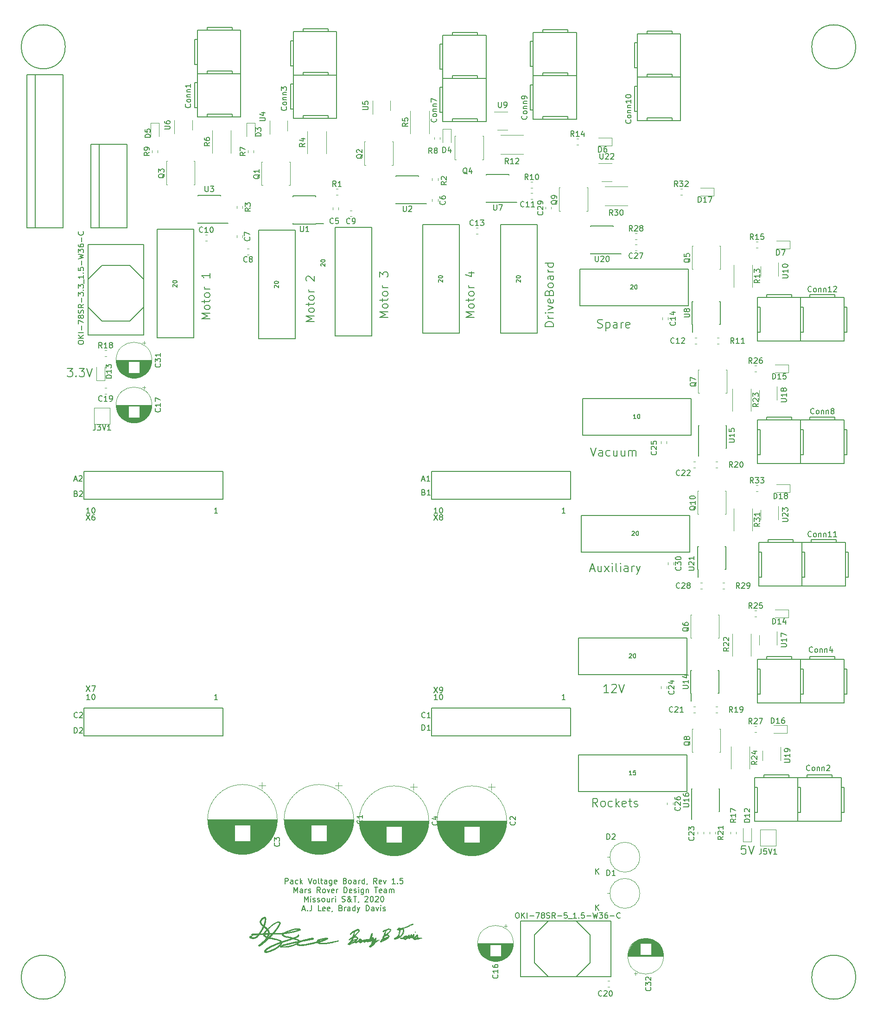
<source format=gbr>
%TF.GenerationSoftware,KiCad,Pcbnew,(5.1.6)-1*%
%TF.CreationDate,2020-12-14T15:31:43-06:00*%
%TF.ProjectId,PackVoltage_2021_Rev1,5061636b-566f-46c7-9461-67655f323032,rev?*%
%TF.SameCoordinates,Original*%
%TF.FileFunction,Legend,Top*%
%TF.FilePolarity,Positive*%
%FSLAX46Y46*%
G04 Gerber Fmt 4.6, Leading zero omitted, Abs format (unit mm)*
G04 Created by KiCad (PCBNEW (5.1.6)-1) date 2020-12-14 15:31:43*
%MOMM*%
%LPD*%
G01*
G04 APERTURE LIST*
%ADD10C,0.150000*%
%ADD11C,0.010000*%
%ADD12C,0.120000*%
G04 APERTURE END LIST*
D10*
X110671428Y-53630285D02*
X109147428Y-53630285D01*
X110236000Y-53122285D01*
X109147428Y-52614285D01*
X110671428Y-52614285D01*
X110671428Y-51670857D02*
X110598857Y-51816000D01*
X110526285Y-51888571D01*
X110381142Y-51961142D01*
X109945714Y-51961142D01*
X109800571Y-51888571D01*
X109728000Y-51816000D01*
X109655428Y-51670857D01*
X109655428Y-51453142D01*
X109728000Y-51308000D01*
X109800571Y-51235428D01*
X109945714Y-51162857D01*
X110381142Y-51162857D01*
X110526285Y-51235428D01*
X110598857Y-51308000D01*
X110671428Y-51453142D01*
X110671428Y-51670857D01*
X109655428Y-50727428D02*
X109655428Y-50146857D01*
X109147428Y-50509714D02*
X110453714Y-50509714D01*
X110598857Y-50437142D01*
X110671428Y-50292000D01*
X110671428Y-50146857D01*
X110671428Y-49421142D02*
X110598857Y-49566285D01*
X110526285Y-49638857D01*
X110381142Y-49711428D01*
X109945714Y-49711428D01*
X109800571Y-49638857D01*
X109728000Y-49566285D01*
X109655428Y-49421142D01*
X109655428Y-49203428D01*
X109728000Y-49058285D01*
X109800571Y-48985714D01*
X109945714Y-48913142D01*
X110381142Y-48913142D01*
X110526285Y-48985714D01*
X110598857Y-49058285D01*
X110671428Y-49203428D01*
X110671428Y-49421142D01*
X110671428Y-48260000D02*
X109655428Y-48260000D01*
X109945714Y-48260000D02*
X109800571Y-48187428D01*
X109728000Y-48114857D01*
X109655428Y-47969714D01*
X109655428Y-47824571D01*
X110671428Y-45357142D02*
X110671428Y-46228000D01*
X110671428Y-45792571D02*
X109147428Y-45792571D01*
X109365142Y-45937714D01*
X109510285Y-46082857D01*
X109582857Y-46228000D01*
X129721428Y-54138285D02*
X128197428Y-54138285D01*
X129286000Y-53630285D01*
X128197428Y-53122285D01*
X129721428Y-53122285D01*
X129721428Y-52178857D02*
X129648857Y-52324000D01*
X129576285Y-52396571D01*
X129431142Y-52469142D01*
X128995714Y-52469142D01*
X128850571Y-52396571D01*
X128778000Y-52324000D01*
X128705428Y-52178857D01*
X128705428Y-51961142D01*
X128778000Y-51816000D01*
X128850571Y-51743428D01*
X128995714Y-51670857D01*
X129431142Y-51670857D01*
X129576285Y-51743428D01*
X129648857Y-51816000D01*
X129721428Y-51961142D01*
X129721428Y-52178857D01*
X128705428Y-51235428D02*
X128705428Y-50654857D01*
X128197428Y-51017714D02*
X129503714Y-51017714D01*
X129648857Y-50945142D01*
X129721428Y-50800000D01*
X129721428Y-50654857D01*
X129721428Y-49929142D02*
X129648857Y-50074285D01*
X129576285Y-50146857D01*
X129431142Y-50219428D01*
X128995714Y-50219428D01*
X128850571Y-50146857D01*
X128778000Y-50074285D01*
X128705428Y-49929142D01*
X128705428Y-49711428D01*
X128778000Y-49566285D01*
X128850571Y-49493714D01*
X128995714Y-49421142D01*
X129431142Y-49421142D01*
X129576285Y-49493714D01*
X129648857Y-49566285D01*
X129721428Y-49711428D01*
X129721428Y-49929142D01*
X129721428Y-48768000D02*
X128705428Y-48768000D01*
X128995714Y-48768000D02*
X128850571Y-48695428D01*
X128778000Y-48622857D01*
X128705428Y-48477714D01*
X128705428Y-48332571D01*
X128342571Y-46736000D02*
X128270000Y-46663428D01*
X128197428Y-46518285D01*
X128197428Y-46155428D01*
X128270000Y-46010285D01*
X128342571Y-45937714D01*
X128487714Y-45865142D01*
X128632857Y-45865142D01*
X128850571Y-45937714D01*
X129721428Y-46808571D01*
X129721428Y-45865142D01*
X143183428Y-53376285D02*
X141659428Y-53376285D01*
X142748000Y-52868285D01*
X141659428Y-52360285D01*
X143183428Y-52360285D01*
X143183428Y-51416857D02*
X143110857Y-51562000D01*
X143038285Y-51634571D01*
X142893142Y-51707142D01*
X142457714Y-51707142D01*
X142312571Y-51634571D01*
X142240000Y-51562000D01*
X142167428Y-51416857D01*
X142167428Y-51199142D01*
X142240000Y-51054000D01*
X142312571Y-50981428D01*
X142457714Y-50908857D01*
X142893142Y-50908857D01*
X143038285Y-50981428D01*
X143110857Y-51054000D01*
X143183428Y-51199142D01*
X143183428Y-51416857D01*
X142167428Y-50473428D02*
X142167428Y-49892857D01*
X141659428Y-50255714D02*
X142965714Y-50255714D01*
X143110857Y-50183142D01*
X143183428Y-50038000D01*
X143183428Y-49892857D01*
X143183428Y-49167142D02*
X143110857Y-49312285D01*
X143038285Y-49384857D01*
X142893142Y-49457428D01*
X142457714Y-49457428D01*
X142312571Y-49384857D01*
X142240000Y-49312285D01*
X142167428Y-49167142D01*
X142167428Y-48949428D01*
X142240000Y-48804285D01*
X142312571Y-48731714D01*
X142457714Y-48659142D01*
X142893142Y-48659142D01*
X143038285Y-48731714D01*
X143110857Y-48804285D01*
X143183428Y-48949428D01*
X143183428Y-49167142D01*
X143183428Y-48006000D02*
X142167428Y-48006000D01*
X142457714Y-48006000D02*
X142312571Y-47933428D01*
X142240000Y-47860857D01*
X142167428Y-47715714D01*
X142167428Y-47570571D01*
X141659428Y-46046571D02*
X141659428Y-45103142D01*
X142240000Y-45611142D01*
X142240000Y-45393428D01*
X142312571Y-45248285D01*
X142385142Y-45175714D01*
X142530285Y-45103142D01*
X142893142Y-45103142D01*
X143038285Y-45175714D01*
X143110857Y-45248285D01*
X143183428Y-45393428D01*
X143183428Y-45828857D01*
X143110857Y-45974000D01*
X143038285Y-46046571D01*
X158931428Y-53376285D02*
X157407428Y-53376285D01*
X158496000Y-52868285D01*
X157407428Y-52360285D01*
X158931428Y-52360285D01*
X158931428Y-51416857D02*
X158858857Y-51562000D01*
X158786285Y-51634571D01*
X158641142Y-51707142D01*
X158205714Y-51707142D01*
X158060571Y-51634571D01*
X157988000Y-51562000D01*
X157915428Y-51416857D01*
X157915428Y-51199142D01*
X157988000Y-51054000D01*
X158060571Y-50981428D01*
X158205714Y-50908857D01*
X158641142Y-50908857D01*
X158786285Y-50981428D01*
X158858857Y-51054000D01*
X158931428Y-51199142D01*
X158931428Y-51416857D01*
X157915428Y-50473428D02*
X157915428Y-49892857D01*
X157407428Y-50255714D02*
X158713714Y-50255714D01*
X158858857Y-50183142D01*
X158931428Y-50038000D01*
X158931428Y-49892857D01*
X158931428Y-49167142D02*
X158858857Y-49312285D01*
X158786285Y-49384857D01*
X158641142Y-49457428D01*
X158205714Y-49457428D01*
X158060571Y-49384857D01*
X157988000Y-49312285D01*
X157915428Y-49167142D01*
X157915428Y-48949428D01*
X157988000Y-48804285D01*
X158060571Y-48731714D01*
X158205714Y-48659142D01*
X158641142Y-48659142D01*
X158786285Y-48731714D01*
X158858857Y-48804285D01*
X158931428Y-48949428D01*
X158931428Y-49167142D01*
X158931428Y-48006000D02*
X157915428Y-48006000D01*
X158205714Y-48006000D02*
X158060571Y-47933428D01*
X157988000Y-47860857D01*
X157915428Y-47715714D01*
X157915428Y-47570571D01*
X157915428Y-45248285D02*
X158931428Y-45248285D01*
X157334857Y-45611142D02*
X158423428Y-45974000D01*
X158423428Y-45030571D01*
X173409428Y-55045428D02*
X171885428Y-55045428D01*
X171885428Y-54682571D01*
X171958000Y-54464857D01*
X172103142Y-54319714D01*
X172248285Y-54247142D01*
X172538571Y-54174571D01*
X172756285Y-54174571D01*
X173046571Y-54247142D01*
X173191714Y-54319714D01*
X173336857Y-54464857D01*
X173409428Y-54682571D01*
X173409428Y-55045428D01*
X173409428Y-53521428D02*
X172393428Y-53521428D01*
X172683714Y-53521428D02*
X172538571Y-53448857D01*
X172466000Y-53376285D01*
X172393428Y-53231142D01*
X172393428Y-53086000D01*
X173409428Y-52578000D02*
X172393428Y-52578000D01*
X171885428Y-52578000D02*
X171958000Y-52650571D01*
X172030571Y-52578000D01*
X171958000Y-52505428D01*
X171885428Y-52578000D01*
X172030571Y-52578000D01*
X172393428Y-51997428D02*
X173409428Y-51634571D01*
X172393428Y-51271714D01*
X173336857Y-50110571D02*
X173409428Y-50255714D01*
X173409428Y-50546000D01*
X173336857Y-50691142D01*
X173191714Y-50763714D01*
X172611142Y-50763714D01*
X172466000Y-50691142D01*
X172393428Y-50546000D01*
X172393428Y-50255714D01*
X172466000Y-50110571D01*
X172611142Y-50038000D01*
X172756285Y-50038000D01*
X172901428Y-50763714D01*
X172611142Y-48876857D02*
X172683714Y-48659142D01*
X172756285Y-48586571D01*
X172901428Y-48514000D01*
X173119142Y-48514000D01*
X173264285Y-48586571D01*
X173336857Y-48659142D01*
X173409428Y-48804285D01*
X173409428Y-49384857D01*
X171885428Y-49384857D01*
X171885428Y-48876857D01*
X171958000Y-48731714D01*
X172030571Y-48659142D01*
X172175714Y-48586571D01*
X172320857Y-48586571D01*
X172466000Y-48659142D01*
X172538571Y-48731714D01*
X172611142Y-48876857D01*
X172611142Y-49384857D01*
X173409428Y-47643142D02*
X173336857Y-47788285D01*
X173264285Y-47860857D01*
X173119142Y-47933428D01*
X172683714Y-47933428D01*
X172538571Y-47860857D01*
X172466000Y-47788285D01*
X172393428Y-47643142D01*
X172393428Y-47425428D01*
X172466000Y-47280285D01*
X172538571Y-47207714D01*
X172683714Y-47135142D01*
X173119142Y-47135142D01*
X173264285Y-47207714D01*
X173336857Y-47280285D01*
X173409428Y-47425428D01*
X173409428Y-47643142D01*
X173409428Y-45828857D02*
X172611142Y-45828857D01*
X172466000Y-45901428D01*
X172393428Y-46046571D01*
X172393428Y-46336857D01*
X172466000Y-46482000D01*
X173336857Y-45828857D02*
X173409428Y-45974000D01*
X173409428Y-46336857D01*
X173336857Y-46482000D01*
X173191714Y-46554571D01*
X173046571Y-46554571D01*
X172901428Y-46482000D01*
X172828857Y-46336857D01*
X172828857Y-45974000D01*
X172756285Y-45828857D01*
X173409428Y-45103142D02*
X172393428Y-45103142D01*
X172683714Y-45103142D02*
X172538571Y-45030571D01*
X172466000Y-44958000D01*
X172393428Y-44812857D01*
X172393428Y-44667714D01*
X173409428Y-43506571D02*
X171885428Y-43506571D01*
X173336857Y-43506571D02*
X173409428Y-43651714D01*
X173409428Y-43942000D01*
X173336857Y-44087142D01*
X173264285Y-44159714D01*
X173119142Y-44232285D01*
X172683714Y-44232285D01*
X172538571Y-44159714D01*
X172466000Y-44087142D01*
X172393428Y-43942000D01*
X172393428Y-43651714D01*
X172466000Y-43506571D01*
X181464857Y-55226857D02*
X181682571Y-55299428D01*
X182045428Y-55299428D01*
X182190571Y-55226857D01*
X182263142Y-55154285D01*
X182335714Y-55009142D01*
X182335714Y-54864000D01*
X182263142Y-54718857D01*
X182190571Y-54646285D01*
X182045428Y-54573714D01*
X181755142Y-54501142D01*
X181610000Y-54428571D01*
X181537428Y-54356000D01*
X181464857Y-54210857D01*
X181464857Y-54065714D01*
X181537428Y-53920571D01*
X181610000Y-53848000D01*
X181755142Y-53775428D01*
X182118000Y-53775428D01*
X182335714Y-53848000D01*
X182988857Y-54283428D02*
X182988857Y-55807428D01*
X182988857Y-54356000D02*
X183134000Y-54283428D01*
X183424285Y-54283428D01*
X183569428Y-54356000D01*
X183642000Y-54428571D01*
X183714571Y-54573714D01*
X183714571Y-55009142D01*
X183642000Y-55154285D01*
X183569428Y-55226857D01*
X183424285Y-55299428D01*
X183134000Y-55299428D01*
X182988857Y-55226857D01*
X185020857Y-55299428D02*
X185020857Y-54501142D01*
X184948285Y-54356000D01*
X184803142Y-54283428D01*
X184512857Y-54283428D01*
X184367714Y-54356000D01*
X185020857Y-55226857D02*
X184875714Y-55299428D01*
X184512857Y-55299428D01*
X184367714Y-55226857D01*
X184295142Y-55081714D01*
X184295142Y-54936571D01*
X184367714Y-54791428D01*
X184512857Y-54718857D01*
X184875714Y-54718857D01*
X185020857Y-54646285D01*
X185746571Y-55299428D02*
X185746571Y-54283428D01*
X185746571Y-54573714D02*
X185819142Y-54428571D01*
X185891714Y-54356000D01*
X186036857Y-54283428D01*
X186182000Y-54283428D01*
X187270571Y-55226857D02*
X187125428Y-55299428D01*
X186835142Y-55299428D01*
X186690000Y-55226857D01*
X186617428Y-55081714D01*
X186617428Y-54501142D01*
X186690000Y-54356000D01*
X186835142Y-54283428D01*
X187125428Y-54283428D01*
X187270571Y-54356000D01*
X187343142Y-54501142D01*
X187343142Y-54646285D01*
X186617428Y-54791428D01*
X180158571Y-77143428D02*
X180666571Y-78667428D01*
X181174571Y-77143428D01*
X182335714Y-78667428D02*
X182335714Y-77869142D01*
X182263142Y-77724000D01*
X182118000Y-77651428D01*
X181827714Y-77651428D01*
X181682571Y-77724000D01*
X182335714Y-78594857D02*
X182190571Y-78667428D01*
X181827714Y-78667428D01*
X181682571Y-78594857D01*
X181610000Y-78449714D01*
X181610000Y-78304571D01*
X181682571Y-78159428D01*
X181827714Y-78086857D01*
X182190571Y-78086857D01*
X182335714Y-78014285D01*
X183714571Y-78594857D02*
X183569428Y-78667428D01*
X183279142Y-78667428D01*
X183134000Y-78594857D01*
X183061428Y-78522285D01*
X182988857Y-78377142D01*
X182988857Y-77941714D01*
X183061428Y-77796571D01*
X183134000Y-77724000D01*
X183279142Y-77651428D01*
X183569428Y-77651428D01*
X183714571Y-77724000D01*
X185020857Y-77651428D02*
X185020857Y-78667428D01*
X184367714Y-77651428D02*
X184367714Y-78449714D01*
X184440285Y-78594857D01*
X184585428Y-78667428D01*
X184803142Y-78667428D01*
X184948285Y-78594857D01*
X185020857Y-78522285D01*
X186399714Y-77651428D02*
X186399714Y-78667428D01*
X185746571Y-77651428D02*
X185746571Y-78449714D01*
X185819142Y-78594857D01*
X185964285Y-78667428D01*
X186182000Y-78667428D01*
X186327142Y-78594857D01*
X186399714Y-78522285D01*
X187125428Y-78667428D02*
X187125428Y-77651428D01*
X187125428Y-77796571D02*
X187198000Y-77724000D01*
X187343142Y-77651428D01*
X187560857Y-77651428D01*
X187706000Y-77724000D01*
X187778571Y-77869142D01*
X187778571Y-78667428D01*
X187778571Y-77869142D02*
X187851142Y-77724000D01*
X187996285Y-77651428D01*
X188214000Y-77651428D01*
X188359142Y-77724000D01*
X188431714Y-77869142D01*
X188431714Y-78667428D01*
X180122285Y-99314000D02*
X180848000Y-99314000D01*
X179977142Y-99749428D02*
X180485142Y-98225428D01*
X180993142Y-99749428D01*
X182154285Y-98733428D02*
X182154285Y-99749428D01*
X181501142Y-98733428D02*
X181501142Y-99531714D01*
X181573714Y-99676857D01*
X181718857Y-99749428D01*
X181936571Y-99749428D01*
X182081714Y-99676857D01*
X182154285Y-99604285D01*
X182734857Y-99749428D02*
X183533142Y-98733428D01*
X182734857Y-98733428D02*
X183533142Y-99749428D01*
X184113714Y-99749428D02*
X184113714Y-98733428D01*
X184113714Y-98225428D02*
X184041142Y-98298000D01*
X184113714Y-98370571D01*
X184186285Y-98298000D01*
X184113714Y-98225428D01*
X184113714Y-98370571D01*
X185057142Y-99749428D02*
X184912000Y-99676857D01*
X184839428Y-99531714D01*
X184839428Y-98225428D01*
X185637714Y-99749428D02*
X185637714Y-98733428D01*
X185637714Y-98225428D02*
X185565142Y-98298000D01*
X185637714Y-98370571D01*
X185710285Y-98298000D01*
X185637714Y-98225428D01*
X185637714Y-98370571D01*
X187016571Y-99749428D02*
X187016571Y-98951142D01*
X186944000Y-98806000D01*
X186798857Y-98733428D01*
X186508571Y-98733428D01*
X186363428Y-98806000D01*
X187016571Y-99676857D02*
X186871428Y-99749428D01*
X186508571Y-99749428D01*
X186363428Y-99676857D01*
X186290857Y-99531714D01*
X186290857Y-99386571D01*
X186363428Y-99241428D01*
X186508571Y-99168857D01*
X186871428Y-99168857D01*
X187016571Y-99096285D01*
X187742285Y-99749428D02*
X187742285Y-98733428D01*
X187742285Y-99023714D02*
X187814857Y-98878571D01*
X187887428Y-98806000D01*
X188032571Y-98733428D01*
X188177714Y-98733428D01*
X188540571Y-98733428D02*
X188903428Y-99749428D01*
X189266285Y-98733428D02*
X188903428Y-99749428D01*
X188758285Y-100112285D01*
X188685714Y-100184857D01*
X188540571Y-100257428D01*
X183460571Y-121847428D02*
X182589714Y-121847428D01*
X183025142Y-121847428D02*
X183025142Y-120323428D01*
X182880000Y-120541142D01*
X182734857Y-120686285D01*
X182589714Y-120758857D01*
X184041142Y-120468571D02*
X184113714Y-120396000D01*
X184258857Y-120323428D01*
X184621714Y-120323428D01*
X184766857Y-120396000D01*
X184839428Y-120468571D01*
X184912000Y-120613714D01*
X184912000Y-120758857D01*
X184839428Y-120976571D01*
X183968571Y-121847428D01*
X184912000Y-121847428D01*
X185347428Y-120323428D02*
X185855428Y-121847428D01*
X186363428Y-120323428D01*
X181464857Y-142675428D02*
X180956857Y-141949714D01*
X180594000Y-142675428D02*
X180594000Y-141151428D01*
X181174571Y-141151428D01*
X181319714Y-141224000D01*
X181392285Y-141296571D01*
X181464857Y-141441714D01*
X181464857Y-141659428D01*
X181392285Y-141804571D01*
X181319714Y-141877142D01*
X181174571Y-141949714D01*
X180594000Y-141949714D01*
X182335714Y-142675428D02*
X182190571Y-142602857D01*
X182118000Y-142530285D01*
X182045428Y-142385142D01*
X182045428Y-141949714D01*
X182118000Y-141804571D01*
X182190571Y-141732000D01*
X182335714Y-141659428D01*
X182553428Y-141659428D01*
X182698571Y-141732000D01*
X182771142Y-141804571D01*
X182843714Y-141949714D01*
X182843714Y-142385142D01*
X182771142Y-142530285D01*
X182698571Y-142602857D01*
X182553428Y-142675428D01*
X182335714Y-142675428D01*
X184150000Y-142602857D02*
X184004857Y-142675428D01*
X183714571Y-142675428D01*
X183569428Y-142602857D01*
X183496857Y-142530285D01*
X183424285Y-142385142D01*
X183424285Y-141949714D01*
X183496857Y-141804571D01*
X183569428Y-141732000D01*
X183714571Y-141659428D01*
X184004857Y-141659428D01*
X184150000Y-141732000D01*
X184803142Y-142675428D02*
X184803142Y-141151428D01*
X184948285Y-142094857D02*
X185383714Y-142675428D01*
X185383714Y-141659428D02*
X184803142Y-142240000D01*
X186617428Y-142602857D02*
X186472285Y-142675428D01*
X186182000Y-142675428D01*
X186036857Y-142602857D01*
X185964285Y-142457714D01*
X185964285Y-141877142D01*
X186036857Y-141732000D01*
X186182000Y-141659428D01*
X186472285Y-141659428D01*
X186617428Y-141732000D01*
X186690000Y-141877142D01*
X186690000Y-142022285D01*
X185964285Y-142167428D01*
X187125428Y-141659428D02*
X187706000Y-141659428D01*
X187343142Y-141151428D02*
X187343142Y-142457714D01*
X187415714Y-142602857D01*
X187560857Y-142675428D01*
X187706000Y-142675428D01*
X188141428Y-142602857D02*
X188286571Y-142675428D01*
X188576857Y-142675428D01*
X188722000Y-142602857D01*
X188794571Y-142457714D01*
X188794571Y-142385142D01*
X188722000Y-142240000D01*
X188576857Y-142167428D01*
X188359142Y-142167428D01*
X188214000Y-142094857D01*
X188141428Y-141949714D01*
X188141428Y-141877142D01*
X188214000Y-141732000D01*
X188359142Y-141659428D01*
X188576857Y-141659428D01*
X188722000Y-141732000D01*
X84618285Y-62665428D02*
X85561714Y-62665428D01*
X85053714Y-63246000D01*
X85271428Y-63246000D01*
X85416571Y-63318571D01*
X85489142Y-63391142D01*
X85561714Y-63536285D01*
X85561714Y-63899142D01*
X85489142Y-64044285D01*
X85416571Y-64116857D01*
X85271428Y-64189428D01*
X84836000Y-64189428D01*
X84690857Y-64116857D01*
X84618285Y-64044285D01*
X86214857Y-64044285D02*
X86287428Y-64116857D01*
X86214857Y-64189428D01*
X86142285Y-64116857D01*
X86214857Y-64044285D01*
X86214857Y-64189428D01*
X86795428Y-62665428D02*
X87738857Y-62665428D01*
X87230857Y-63246000D01*
X87448571Y-63246000D01*
X87593714Y-63318571D01*
X87666285Y-63391142D01*
X87738857Y-63536285D01*
X87738857Y-63899142D01*
X87666285Y-64044285D01*
X87593714Y-64116857D01*
X87448571Y-64189428D01*
X87013142Y-64189428D01*
X86868000Y-64116857D01*
X86795428Y-64044285D01*
X88174285Y-62665428D02*
X88682285Y-64189428D01*
X89190285Y-62665428D01*
X208497714Y-149787428D02*
X207772000Y-149787428D01*
X207699428Y-150513142D01*
X207772000Y-150440571D01*
X207917142Y-150368000D01*
X208280000Y-150368000D01*
X208425142Y-150440571D01*
X208497714Y-150513142D01*
X208570285Y-150658285D01*
X208570285Y-151021142D01*
X208497714Y-151166285D01*
X208425142Y-151238857D01*
X208280000Y-151311428D01*
X207917142Y-151311428D01*
X207772000Y-151238857D01*
X207699428Y-151166285D01*
X209005714Y-149787428D02*
X209513714Y-151311428D01*
X210021714Y-149787428D01*
X124389904Y-156727380D02*
X124389904Y-155727380D01*
X124770857Y-155727380D01*
X124866095Y-155775000D01*
X124913714Y-155822619D01*
X124961333Y-155917857D01*
X124961333Y-156060714D01*
X124913714Y-156155952D01*
X124866095Y-156203571D01*
X124770857Y-156251190D01*
X124389904Y-156251190D01*
X125818476Y-156727380D02*
X125818476Y-156203571D01*
X125770857Y-156108333D01*
X125675619Y-156060714D01*
X125485142Y-156060714D01*
X125389904Y-156108333D01*
X125818476Y-156679761D02*
X125723238Y-156727380D01*
X125485142Y-156727380D01*
X125389904Y-156679761D01*
X125342285Y-156584523D01*
X125342285Y-156489285D01*
X125389904Y-156394047D01*
X125485142Y-156346428D01*
X125723238Y-156346428D01*
X125818476Y-156298809D01*
X126723238Y-156679761D02*
X126628000Y-156727380D01*
X126437523Y-156727380D01*
X126342285Y-156679761D01*
X126294666Y-156632142D01*
X126247047Y-156536904D01*
X126247047Y-156251190D01*
X126294666Y-156155952D01*
X126342285Y-156108333D01*
X126437523Y-156060714D01*
X126628000Y-156060714D01*
X126723238Y-156108333D01*
X127151809Y-156727380D02*
X127151809Y-155727380D01*
X127247047Y-156346428D02*
X127532761Y-156727380D01*
X127532761Y-156060714D02*
X127151809Y-156441666D01*
X128580380Y-155727380D02*
X128913714Y-156727380D01*
X129247047Y-155727380D01*
X129723238Y-156727380D02*
X129628000Y-156679761D01*
X129580380Y-156632142D01*
X129532761Y-156536904D01*
X129532761Y-156251190D01*
X129580380Y-156155952D01*
X129628000Y-156108333D01*
X129723238Y-156060714D01*
X129866095Y-156060714D01*
X129961333Y-156108333D01*
X130008952Y-156155952D01*
X130056571Y-156251190D01*
X130056571Y-156536904D01*
X130008952Y-156632142D01*
X129961333Y-156679761D01*
X129866095Y-156727380D01*
X129723238Y-156727380D01*
X130628000Y-156727380D02*
X130532761Y-156679761D01*
X130485142Y-156584523D01*
X130485142Y-155727380D01*
X130866095Y-156060714D02*
X131247047Y-156060714D01*
X131008952Y-155727380D02*
X131008952Y-156584523D01*
X131056571Y-156679761D01*
X131151809Y-156727380D01*
X131247047Y-156727380D01*
X132008952Y-156727380D02*
X132008952Y-156203571D01*
X131961333Y-156108333D01*
X131866095Y-156060714D01*
X131675619Y-156060714D01*
X131580380Y-156108333D01*
X132008952Y-156679761D02*
X131913714Y-156727380D01*
X131675619Y-156727380D01*
X131580380Y-156679761D01*
X131532761Y-156584523D01*
X131532761Y-156489285D01*
X131580380Y-156394047D01*
X131675619Y-156346428D01*
X131913714Y-156346428D01*
X132008952Y-156298809D01*
X132913714Y-156060714D02*
X132913714Y-156870238D01*
X132866095Y-156965476D01*
X132818476Y-157013095D01*
X132723238Y-157060714D01*
X132580380Y-157060714D01*
X132485142Y-157013095D01*
X132913714Y-156679761D02*
X132818476Y-156727380D01*
X132628000Y-156727380D01*
X132532761Y-156679761D01*
X132485142Y-156632142D01*
X132437523Y-156536904D01*
X132437523Y-156251190D01*
X132485142Y-156155952D01*
X132532761Y-156108333D01*
X132628000Y-156060714D01*
X132818476Y-156060714D01*
X132913714Y-156108333D01*
X133770857Y-156679761D02*
X133675619Y-156727380D01*
X133485142Y-156727380D01*
X133389904Y-156679761D01*
X133342285Y-156584523D01*
X133342285Y-156203571D01*
X133389904Y-156108333D01*
X133485142Y-156060714D01*
X133675619Y-156060714D01*
X133770857Y-156108333D01*
X133818476Y-156203571D01*
X133818476Y-156298809D01*
X133342285Y-156394047D01*
X135342285Y-156203571D02*
X135485142Y-156251190D01*
X135532761Y-156298809D01*
X135580380Y-156394047D01*
X135580380Y-156536904D01*
X135532761Y-156632142D01*
X135485142Y-156679761D01*
X135389904Y-156727380D01*
X135008952Y-156727380D01*
X135008952Y-155727380D01*
X135342285Y-155727380D01*
X135437523Y-155775000D01*
X135485142Y-155822619D01*
X135532761Y-155917857D01*
X135532761Y-156013095D01*
X135485142Y-156108333D01*
X135437523Y-156155952D01*
X135342285Y-156203571D01*
X135008952Y-156203571D01*
X136151809Y-156727380D02*
X136056571Y-156679761D01*
X136008952Y-156632142D01*
X135961333Y-156536904D01*
X135961333Y-156251190D01*
X136008952Y-156155952D01*
X136056571Y-156108333D01*
X136151809Y-156060714D01*
X136294666Y-156060714D01*
X136389904Y-156108333D01*
X136437523Y-156155952D01*
X136485142Y-156251190D01*
X136485142Y-156536904D01*
X136437523Y-156632142D01*
X136389904Y-156679761D01*
X136294666Y-156727380D01*
X136151809Y-156727380D01*
X137342285Y-156727380D02*
X137342285Y-156203571D01*
X137294666Y-156108333D01*
X137199428Y-156060714D01*
X137008952Y-156060714D01*
X136913714Y-156108333D01*
X137342285Y-156679761D02*
X137247047Y-156727380D01*
X137008952Y-156727380D01*
X136913714Y-156679761D01*
X136866095Y-156584523D01*
X136866095Y-156489285D01*
X136913714Y-156394047D01*
X137008952Y-156346428D01*
X137247047Y-156346428D01*
X137342285Y-156298809D01*
X137818476Y-156727380D02*
X137818476Y-156060714D01*
X137818476Y-156251190D02*
X137866095Y-156155952D01*
X137913714Y-156108333D01*
X138008952Y-156060714D01*
X138104190Y-156060714D01*
X138866095Y-156727380D02*
X138866095Y-155727380D01*
X138866095Y-156679761D02*
X138770857Y-156727380D01*
X138580380Y-156727380D01*
X138485142Y-156679761D01*
X138437523Y-156632142D01*
X138389904Y-156536904D01*
X138389904Y-156251190D01*
X138437523Y-156155952D01*
X138485142Y-156108333D01*
X138580380Y-156060714D01*
X138770857Y-156060714D01*
X138866095Y-156108333D01*
X139389904Y-156679761D02*
X139389904Y-156727380D01*
X139342285Y-156822619D01*
X139294666Y-156870238D01*
X141151809Y-156727380D02*
X140818476Y-156251190D01*
X140580380Y-156727380D02*
X140580380Y-155727380D01*
X140961333Y-155727380D01*
X141056571Y-155775000D01*
X141104190Y-155822619D01*
X141151809Y-155917857D01*
X141151809Y-156060714D01*
X141104190Y-156155952D01*
X141056571Y-156203571D01*
X140961333Y-156251190D01*
X140580380Y-156251190D01*
X141961333Y-156679761D02*
X141866095Y-156727380D01*
X141675619Y-156727380D01*
X141580380Y-156679761D01*
X141532761Y-156584523D01*
X141532761Y-156203571D01*
X141580380Y-156108333D01*
X141675619Y-156060714D01*
X141866095Y-156060714D01*
X141961333Y-156108333D01*
X142008952Y-156203571D01*
X142008952Y-156298809D01*
X141532761Y-156394047D01*
X142342285Y-156060714D02*
X142580380Y-156727380D01*
X142818476Y-156060714D01*
X144485142Y-156727380D02*
X143913714Y-156727380D01*
X144199428Y-156727380D02*
X144199428Y-155727380D01*
X144104190Y-155870238D01*
X144008952Y-155965476D01*
X143913714Y-156013095D01*
X144913714Y-156632142D02*
X144961333Y-156679761D01*
X144913714Y-156727380D01*
X144866095Y-156679761D01*
X144913714Y-156632142D01*
X144913714Y-156727380D01*
X145866095Y-155727380D02*
X145389904Y-155727380D01*
X145342285Y-156203571D01*
X145389904Y-156155952D01*
X145485142Y-156108333D01*
X145723238Y-156108333D01*
X145818476Y-156155952D01*
X145866095Y-156203571D01*
X145913714Y-156298809D01*
X145913714Y-156536904D01*
X145866095Y-156632142D01*
X145818476Y-156679761D01*
X145723238Y-156727380D01*
X145485142Y-156727380D01*
X145389904Y-156679761D01*
X145342285Y-156632142D01*
X126008952Y-158377380D02*
X126008952Y-157377380D01*
X126342285Y-158091666D01*
X126675619Y-157377380D01*
X126675619Y-158377380D01*
X127580380Y-158377380D02*
X127580380Y-157853571D01*
X127532761Y-157758333D01*
X127437523Y-157710714D01*
X127247047Y-157710714D01*
X127151809Y-157758333D01*
X127580380Y-158329761D02*
X127485142Y-158377380D01*
X127247047Y-158377380D01*
X127151809Y-158329761D01*
X127104190Y-158234523D01*
X127104190Y-158139285D01*
X127151809Y-158044047D01*
X127247047Y-157996428D01*
X127485142Y-157996428D01*
X127580380Y-157948809D01*
X128056571Y-158377380D02*
X128056571Y-157710714D01*
X128056571Y-157901190D02*
X128104190Y-157805952D01*
X128151809Y-157758333D01*
X128247047Y-157710714D01*
X128342285Y-157710714D01*
X128627999Y-158329761D02*
X128723238Y-158377380D01*
X128913714Y-158377380D01*
X129008952Y-158329761D01*
X129056571Y-158234523D01*
X129056571Y-158186904D01*
X129008952Y-158091666D01*
X128913714Y-158044047D01*
X128770857Y-158044047D01*
X128675619Y-157996428D01*
X128627999Y-157901190D01*
X128627999Y-157853571D01*
X128675619Y-157758333D01*
X128770857Y-157710714D01*
X128913714Y-157710714D01*
X129008952Y-157758333D01*
X130818476Y-158377380D02*
X130485142Y-157901190D01*
X130247047Y-158377380D02*
X130247047Y-157377380D01*
X130627999Y-157377380D01*
X130723238Y-157425000D01*
X130770857Y-157472619D01*
X130818476Y-157567857D01*
X130818476Y-157710714D01*
X130770857Y-157805952D01*
X130723238Y-157853571D01*
X130627999Y-157901190D01*
X130247047Y-157901190D01*
X131389904Y-158377380D02*
X131294666Y-158329761D01*
X131247047Y-158282142D01*
X131199428Y-158186904D01*
X131199428Y-157901190D01*
X131247047Y-157805952D01*
X131294666Y-157758333D01*
X131389904Y-157710714D01*
X131532761Y-157710714D01*
X131627999Y-157758333D01*
X131675619Y-157805952D01*
X131723238Y-157901190D01*
X131723238Y-158186904D01*
X131675619Y-158282142D01*
X131627999Y-158329761D01*
X131532761Y-158377380D01*
X131389904Y-158377380D01*
X132056571Y-157710714D02*
X132294666Y-158377380D01*
X132532761Y-157710714D01*
X133294666Y-158329761D02*
X133199428Y-158377380D01*
X133008952Y-158377380D01*
X132913714Y-158329761D01*
X132866095Y-158234523D01*
X132866095Y-157853571D01*
X132913714Y-157758333D01*
X133008952Y-157710714D01*
X133199428Y-157710714D01*
X133294666Y-157758333D01*
X133342285Y-157853571D01*
X133342285Y-157948809D01*
X132866095Y-158044047D01*
X133770857Y-158377380D02*
X133770857Y-157710714D01*
X133770857Y-157901190D02*
X133818476Y-157805952D01*
X133866095Y-157758333D01*
X133961333Y-157710714D01*
X134056571Y-157710714D01*
X135151809Y-158377380D02*
X135151809Y-157377380D01*
X135389904Y-157377380D01*
X135532761Y-157425000D01*
X135628000Y-157520238D01*
X135675619Y-157615476D01*
X135723238Y-157805952D01*
X135723238Y-157948809D01*
X135675619Y-158139285D01*
X135628000Y-158234523D01*
X135532761Y-158329761D01*
X135389904Y-158377380D01*
X135151809Y-158377380D01*
X136532761Y-158329761D02*
X136437523Y-158377380D01*
X136247047Y-158377380D01*
X136151809Y-158329761D01*
X136104190Y-158234523D01*
X136104190Y-157853571D01*
X136151809Y-157758333D01*
X136247047Y-157710714D01*
X136437523Y-157710714D01*
X136532761Y-157758333D01*
X136580380Y-157853571D01*
X136580380Y-157948809D01*
X136104190Y-158044047D01*
X136961333Y-158329761D02*
X137056571Y-158377380D01*
X137247047Y-158377380D01*
X137342285Y-158329761D01*
X137389904Y-158234523D01*
X137389904Y-158186904D01*
X137342285Y-158091666D01*
X137247047Y-158044047D01*
X137104190Y-158044047D01*
X137008952Y-157996428D01*
X136961333Y-157901190D01*
X136961333Y-157853571D01*
X137008952Y-157758333D01*
X137104190Y-157710714D01*
X137247047Y-157710714D01*
X137342285Y-157758333D01*
X137818476Y-158377380D02*
X137818476Y-157710714D01*
X137818476Y-157377380D02*
X137770857Y-157425000D01*
X137818476Y-157472619D01*
X137866095Y-157425000D01*
X137818476Y-157377380D01*
X137818476Y-157472619D01*
X138723238Y-157710714D02*
X138723238Y-158520238D01*
X138675619Y-158615476D01*
X138628000Y-158663095D01*
X138532761Y-158710714D01*
X138389904Y-158710714D01*
X138294666Y-158663095D01*
X138723238Y-158329761D02*
X138628000Y-158377380D01*
X138437523Y-158377380D01*
X138342285Y-158329761D01*
X138294666Y-158282142D01*
X138247047Y-158186904D01*
X138247047Y-157901190D01*
X138294666Y-157805952D01*
X138342285Y-157758333D01*
X138437523Y-157710714D01*
X138628000Y-157710714D01*
X138723238Y-157758333D01*
X139199428Y-157710714D02*
X139199428Y-158377380D01*
X139199428Y-157805952D02*
X139247047Y-157758333D01*
X139342285Y-157710714D01*
X139485142Y-157710714D01*
X139580380Y-157758333D01*
X139628000Y-157853571D01*
X139628000Y-158377380D01*
X140723238Y-157377380D02*
X141294666Y-157377380D01*
X141008952Y-158377380D02*
X141008952Y-157377380D01*
X142008952Y-158329761D02*
X141913714Y-158377380D01*
X141723238Y-158377380D01*
X141628000Y-158329761D01*
X141580380Y-158234523D01*
X141580380Y-157853571D01*
X141628000Y-157758333D01*
X141723238Y-157710714D01*
X141913714Y-157710714D01*
X142008952Y-157758333D01*
X142056571Y-157853571D01*
X142056571Y-157948809D01*
X141580380Y-158044047D01*
X142913714Y-158377380D02*
X142913714Y-157853571D01*
X142866095Y-157758333D01*
X142770857Y-157710714D01*
X142580380Y-157710714D01*
X142485142Y-157758333D01*
X142913714Y-158329761D02*
X142818476Y-158377380D01*
X142580380Y-158377380D01*
X142485142Y-158329761D01*
X142437523Y-158234523D01*
X142437523Y-158139285D01*
X142485142Y-158044047D01*
X142580380Y-157996428D01*
X142818476Y-157996428D01*
X142913714Y-157948809D01*
X143389904Y-158377380D02*
X143389904Y-157710714D01*
X143389904Y-157805952D02*
X143437523Y-157758333D01*
X143532761Y-157710714D01*
X143675619Y-157710714D01*
X143770857Y-157758333D01*
X143818476Y-157853571D01*
X143818476Y-158377380D01*
X143818476Y-157853571D02*
X143866095Y-157758333D01*
X143961333Y-157710714D01*
X144104190Y-157710714D01*
X144199428Y-157758333D01*
X144247047Y-157853571D01*
X144247047Y-158377380D01*
X127913714Y-160027380D02*
X127913714Y-159027380D01*
X128247047Y-159741666D01*
X128580380Y-159027380D01*
X128580380Y-160027380D01*
X129056571Y-160027380D02*
X129056571Y-159360714D01*
X129056571Y-159027380D02*
X129008952Y-159075000D01*
X129056571Y-159122619D01*
X129104190Y-159075000D01*
X129056571Y-159027380D01*
X129056571Y-159122619D01*
X129485142Y-159979761D02*
X129580380Y-160027380D01*
X129770857Y-160027380D01*
X129866095Y-159979761D01*
X129913714Y-159884523D01*
X129913714Y-159836904D01*
X129866095Y-159741666D01*
X129770857Y-159694047D01*
X129628000Y-159694047D01*
X129532761Y-159646428D01*
X129485142Y-159551190D01*
X129485142Y-159503571D01*
X129532761Y-159408333D01*
X129628000Y-159360714D01*
X129770857Y-159360714D01*
X129866095Y-159408333D01*
X130294666Y-159979761D02*
X130389904Y-160027380D01*
X130580380Y-160027380D01*
X130675619Y-159979761D01*
X130723238Y-159884523D01*
X130723238Y-159836904D01*
X130675619Y-159741666D01*
X130580380Y-159694047D01*
X130437523Y-159694047D01*
X130342285Y-159646428D01*
X130294666Y-159551190D01*
X130294666Y-159503571D01*
X130342285Y-159408333D01*
X130437523Y-159360714D01*
X130580380Y-159360714D01*
X130675619Y-159408333D01*
X131294666Y-160027380D02*
X131199428Y-159979761D01*
X131151809Y-159932142D01*
X131104190Y-159836904D01*
X131104190Y-159551190D01*
X131151809Y-159455952D01*
X131199428Y-159408333D01*
X131294666Y-159360714D01*
X131437523Y-159360714D01*
X131532761Y-159408333D01*
X131580380Y-159455952D01*
X131628000Y-159551190D01*
X131628000Y-159836904D01*
X131580380Y-159932142D01*
X131532761Y-159979761D01*
X131437523Y-160027380D01*
X131294666Y-160027380D01*
X132485142Y-159360714D02*
X132485142Y-160027380D01*
X132056571Y-159360714D02*
X132056571Y-159884523D01*
X132104190Y-159979761D01*
X132199428Y-160027380D01*
X132342285Y-160027380D01*
X132437523Y-159979761D01*
X132485142Y-159932142D01*
X132961333Y-160027380D02*
X132961333Y-159360714D01*
X132961333Y-159551190D02*
X133008952Y-159455952D01*
X133056571Y-159408333D01*
X133151809Y-159360714D01*
X133247047Y-159360714D01*
X133580380Y-160027380D02*
X133580380Y-159360714D01*
X133580380Y-159027380D02*
X133532761Y-159075000D01*
X133580380Y-159122619D01*
X133628000Y-159075000D01*
X133580380Y-159027380D01*
X133580380Y-159122619D01*
X134770857Y-159979761D02*
X134913714Y-160027380D01*
X135151809Y-160027380D01*
X135247047Y-159979761D01*
X135294666Y-159932142D01*
X135342285Y-159836904D01*
X135342285Y-159741666D01*
X135294666Y-159646428D01*
X135247047Y-159598809D01*
X135151809Y-159551190D01*
X134961333Y-159503571D01*
X134866095Y-159455952D01*
X134818476Y-159408333D01*
X134770857Y-159313095D01*
X134770857Y-159217857D01*
X134818476Y-159122619D01*
X134866095Y-159075000D01*
X134961333Y-159027380D01*
X135199428Y-159027380D01*
X135342285Y-159075000D01*
X136580380Y-160027380D02*
X136532761Y-160027380D01*
X136437523Y-159979761D01*
X136294666Y-159836904D01*
X136056571Y-159551190D01*
X135961333Y-159408333D01*
X135913714Y-159265476D01*
X135913714Y-159170238D01*
X135961333Y-159075000D01*
X136056571Y-159027380D01*
X136104190Y-159027380D01*
X136199428Y-159075000D01*
X136247047Y-159170238D01*
X136247047Y-159217857D01*
X136199428Y-159313095D01*
X136151809Y-159360714D01*
X135866095Y-159551190D01*
X135818476Y-159598809D01*
X135770857Y-159694047D01*
X135770857Y-159836904D01*
X135818476Y-159932142D01*
X135866095Y-159979761D01*
X135961333Y-160027380D01*
X136104190Y-160027380D01*
X136199428Y-159979761D01*
X136247047Y-159932142D01*
X136389904Y-159741666D01*
X136437523Y-159598809D01*
X136437523Y-159503571D01*
X136866095Y-159027380D02*
X137437523Y-159027380D01*
X137151809Y-160027380D02*
X137151809Y-159027380D01*
X137818476Y-159979761D02*
X137818476Y-160027380D01*
X137770857Y-160122619D01*
X137723238Y-160170238D01*
X138961333Y-159122619D02*
X139008952Y-159075000D01*
X139104190Y-159027380D01*
X139342285Y-159027380D01*
X139437523Y-159075000D01*
X139485142Y-159122619D01*
X139532761Y-159217857D01*
X139532761Y-159313095D01*
X139485142Y-159455952D01*
X138913714Y-160027380D01*
X139532761Y-160027380D01*
X140151809Y-159027380D02*
X140247047Y-159027380D01*
X140342285Y-159075000D01*
X140389904Y-159122619D01*
X140437523Y-159217857D01*
X140485142Y-159408333D01*
X140485142Y-159646428D01*
X140437523Y-159836904D01*
X140389904Y-159932142D01*
X140342285Y-159979761D01*
X140247047Y-160027380D01*
X140151809Y-160027380D01*
X140056571Y-159979761D01*
X140008952Y-159932142D01*
X139961333Y-159836904D01*
X139913714Y-159646428D01*
X139913714Y-159408333D01*
X139961333Y-159217857D01*
X140008952Y-159122619D01*
X140056571Y-159075000D01*
X140151809Y-159027380D01*
X140866095Y-159122619D02*
X140913714Y-159075000D01*
X141008952Y-159027380D01*
X141247047Y-159027380D01*
X141342285Y-159075000D01*
X141389904Y-159122619D01*
X141437523Y-159217857D01*
X141437523Y-159313095D01*
X141389904Y-159455952D01*
X140818476Y-160027380D01*
X141437523Y-160027380D01*
X142056571Y-159027380D02*
X142151809Y-159027380D01*
X142247047Y-159075000D01*
X142294666Y-159122619D01*
X142342285Y-159217857D01*
X142389904Y-159408333D01*
X142389904Y-159646428D01*
X142342285Y-159836904D01*
X142294666Y-159932142D01*
X142247047Y-159979761D01*
X142151809Y-160027380D01*
X142056571Y-160027380D01*
X141961333Y-159979761D01*
X141913714Y-159932142D01*
X141866095Y-159836904D01*
X141818476Y-159646428D01*
X141818476Y-159408333D01*
X141866095Y-159217857D01*
X141913714Y-159122619D01*
X141961333Y-159075000D01*
X142056571Y-159027380D01*
X127556571Y-161391666D02*
X128032761Y-161391666D01*
X127461333Y-161677380D02*
X127794666Y-160677380D01*
X128128000Y-161677380D01*
X128461333Y-161582142D02*
X128508952Y-161629761D01*
X128461333Y-161677380D01*
X128413714Y-161629761D01*
X128461333Y-161582142D01*
X128461333Y-161677380D01*
X129223238Y-160677380D02*
X129223238Y-161391666D01*
X129175619Y-161534523D01*
X129080380Y-161629761D01*
X128937523Y-161677380D01*
X128842285Y-161677380D01*
X130937523Y-161677380D02*
X130461333Y-161677380D01*
X130461333Y-160677380D01*
X131651809Y-161629761D02*
X131556571Y-161677380D01*
X131366095Y-161677380D01*
X131270857Y-161629761D01*
X131223238Y-161534523D01*
X131223238Y-161153571D01*
X131270857Y-161058333D01*
X131366095Y-161010714D01*
X131556571Y-161010714D01*
X131651809Y-161058333D01*
X131699428Y-161153571D01*
X131699428Y-161248809D01*
X131223238Y-161344047D01*
X132508952Y-161629761D02*
X132413714Y-161677380D01*
X132223238Y-161677380D01*
X132128000Y-161629761D01*
X132080380Y-161534523D01*
X132080380Y-161153571D01*
X132128000Y-161058333D01*
X132223238Y-161010714D01*
X132413714Y-161010714D01*
X132508952Y-161058333D01*
X132556571Y-161153571D01*
X132556571Y-161248809D01*
X132080380Y-161344047D01*
X133032761Y-161629761D02*
X133032761Y-161677380D01*
X132985142Y-161772619D01*
X132937523Y-161820238D01*
X134556571Y-161153571D02*
X134699428Y-161201190D01*
X134747047Y-161248809D01*
X134794666Y-161344047D01*
X134794666Y-161486904D01*
X134747047Y-161582142D01*
X134699428Y-161629761D01*
X134604190Y-161677380D01*
X134223238Y-161677380D01*
X134223238Y-160677380D01*
X134556571Y-160677380D01*
X134651809Y-160725000D01*
X134699428Y-160772619D01*
X134747047Y-160867857D01*
X134747047Y-160963095D01*
X134699428Y-161058333D01*
X134651809Y-161105952D01*
X134556571Y-161153571D01*
X134223238Y-161153571D01*
X135223238Y-161677380D02*
X135223238Y-161010714D01*
X135223238Y-161201190D02*
X135270857Y-161105952D01*
X135318476Y-161058333D01*
X135413714Y-161010714D01*
X135508952Y-161010714D01*
X136270857Y-161677380D02*
X136270857Y-161153571D01*
X136223238Y-161058333D01*
X136128000Y-161010714D01*
X135937523Y-161010714D01*
X135842285Y-161058333D01*
X136270857Y-161629761D02*
X136175619Y-161677380D01*
X135937523Y-161677380D01*
X135842285Y-161629761D01*
X135794666Y-161534523D01*
X135794666Y-161439285D01*
X135842285Y-161344047D01*
X135937523Y-161296428D01*
X136175619Y-161296428D01*
X136270857Y-161248809D01*
X137175619Y-161677380D02*
X137175619Y-160677380D01*
X137175619Y-161629761D02*
X137080380Y-161677380D01*
X136889904Y-161677380D01*
X136794666Y-161629761D01*
X136747047Y-161582142D01*
X136699428Y-161486904D01*
X136699428Y-161201190D01*
X136747047Y-161105952D01*
X136794666Y-161058333D01*
X136889904Y-161010714D01*
X137080380Y-161010714D01*
X137175619Y-161058333D01*
X137556571Y-161010714D02*
X137794666Y-161677380D01*
X138032761Y-161010714D02*
X137794666Y-161677380D01*
X137699428Y-161915476D01*
X137651809Y-161963095D01*
X137556571Y-162010714D01*
X139175619Y-161677380D02*
X139175619Y-160677380D01*
X139413714Y-160677380D01*
X139556571Y-160725000D01*
X139651809Y-160820238D01*
X139699428Y-160915476D01*
X139747047Y-161105952D01*
X139747047Y-161248809D01*
X139699428Y-161439285D01*
X139651809Y-161534523D01*
X139556571Y-161629761D01*
X139413714Y-161677380D01*
X139175619Y-161677380D01*
X140604190Y-161677380D02*
X140604190Y-161153571D01*
X140556571Y-161058333D01*
X140461333Y-161010714D01*
X140270857Y-161010714D01*
X140175619Y-161058333D01*
X140604190Y-161629761D02*
X140508952Y-161677380D01*
X140270857Y-161677380D01*
X140175619Y-161629761D01*
X140128000Y-161534523D01*
X140128000Y-161439285D01*
X140175619Y-161344047D01*
X140270857Y-161296428D01*
X140508952Y-161296428D01*
X140604190Y-161248809D01*
X140985142Y-161010714D02*
X141223238Y-161677380D01*
X141461333Y-161010714D01*
X141842285Y-161677380D02*
X141842285Y-161010714D01*
X141842285Y-160677380D02*
X141794666Y-160725000D01*
X141842285Y-160772619D01*
X141889904Y-160725000D01*
X141842285Y-160677380D01*
X141842285Y-160772619D01*
X142270857Y-161629761D02*
X142366095Y-161677380D01*
X142556571Y-161677380D01*
X142651809Y-161629761D01*
X142699428Y-161534523D01*
X142699428Y-161486904D01*
X142651809Y-161391666D01*
X142556571Y-161344047D01*
X142413714Y-161344047D01*
X142318476Y-161296428D01*
X142270857Y-161201190D01*
X142270857Y-161153571D01*
X142318476Y-161058333D01*
X142413714Y-161010714D01*
X142556571Y-161010714D01*
X142651809Y-161058333D01*
%TO.C,G\u002A\u002A\u002A*%
G36*
X148205903Y-165527463D02*
G01*
X148174927Y-165558439D01*
X148143951Y-165527463D01*
X148174927Y-165496487D01*
X148205903Y-165527463D01*
G37*
X148205903Y-165527463D02*
X148174927Y-165558439D01*
X148143951Y-165527463D01*
X148174927Y-165496487D01*
X148205903Y-165527463D01*
D11*
G36*
X147772321Y-164029510D02*
G01*
X147715438Y-164089659D01*
X147549508Y-164190996D01*
X147272917Y-164334414D01*
X146884052Y-164520804D01*
X146381298Y-164751057D01*
X146371333Y-164755547D01*
X145992618Y-164926135D01*
X146022673Y-165238927D01*
X146034593Y-165518942D01*
X145996158Y-165732801D01*
X145891083Y-165930038D01*
X145729710Y-166130163D01*
X145431558Y-166406367D01*
X145064577Y-166625673D01*
X144713793Y-166768424D01*
X144503091Y-166835203D01*
X144377765Y-166852336D01*
X144309629Y-166819730D01*
X144280776Y-166767017D01*
X144305919Y-166678002D01*
X144440748Y-166554821D01*
X144568416Y-166467516D01*
X144791295Y-166317697D01*
X144825929Y-166287348D01*
X145107040Y-166287348D01*
X145107248Y-166350678D01*
X145188838Y-166328002D01*
X145333483Y-166244945D01*
X145593521Y-166026394D01*
X145788515Y-165743649D01*
X145887394Y-165450320D01*
X145912591Y-165221808D01*
X145888645Y-165094442D01*
X145802893Y-165050959D01*
X145642669Y-165074095D01*
X145616413Y-165080908D01*
X145481073Y-165121816D01*
X145404335Y-165175347D01*
X145364347Y-165275383D01*
X145339260Y-165455805D01*
X145332344Y-165521386D01*
X145290402Y-165771908D01*
X145224890Y-166011688D01*
X145177535Y-166130155D01*
X145107040Y-166287348D01*
X144825929Y-166287348D01*
X144934719Y-166192019D01*
X145026801Y-166053135D01*
X145095657Y-165863699D01*
X145136995Y-165712239D01*
X145198601Y-165464013D01*
X145221951Y-165310562D01*
X145202222Y-165227354D01*
X145134590Y-165189856D01*
X145031410Y-165175169D01*
X144875063Y-165129035D01*
X144805836Y-165048253D01*
X144832580Y-164962136D01*
X144949347Y-164903448D01*
X145067522Y-164845099D01*
X145108342Y-164777332D01*
X145144040Y-164699295D01*
X145170293Y-164691121D01*
X145230533Y-164728606D01*
X145232244Y-164740003D01*
X145287027Y-164780381D01*
X145431072Y-164792949D01*
X145633923Y-164781826D01*
X145865126Y-164751132D01*
X146094225Y-164704987D01*
X146290764Y-164647510D01*
X146424288Y-164582821D01*
X146430809Y-164577875D01*
X146518436Y-164527892D01*
X146686442Y-164446048D01*
X146905171Y-164345395D01*
X147144971Y-164238986D01*
X147376188Y-164139872D01*
X147569167Y-164061106D01*
X147694255Y-164015740D01*
X147721772Y-164009658D01*
X147772321Y-164029510D01*
G37*
X147772321Y-164029510D02*
X147715438Y-164089659D01*
X147549508Y-164190996D01*
X147272917Y-164334414D01*
X146884052Y-164520804D01*
X146381298Y-164751057D01*
X146371333Y-164755547D01*
X145992618Y-164926135D01*
X146022673Y-165238927D01*
X146034593Y-165518942D01*
X145996158Y-165732801D01*
X145891083Y-165930038D01*
X145729710Y-166130163D01*
X145431558Y-166406367D01*
X145064577Y-166625673D01*
X144713793Y-166768424D01*
X144503091Y-166835203D01*
X144377765Y-166852336D01*
X144309629Y-166819730D01*
X144280776Y-166767017D01*
X144305919Y-166678002D01*
X144440748Y-166554821D01*
X144568416Y-166467516D01*
X144791295Y-166317697D01*
X144825929Y-166287348D01*
X145107040Y-166287348D01*
X145107248Y-166350678D01*
X145188838Y-166328002D01*
X145333483Y-166244945D01*
X145593521Y-166026394D01*
X145788515Y-165743649D01*
X145887394Y-165450320D01*
X145912591Y-165221808D01*
X145888645Y-165094442D01*
X145802893Y-165050959D01*
X145642669Y-165074095D01*
X145616413Y-165080908D01*
X145481073Y-165121816D01*
X145404335Y-165175347D01*
X145364347Y-165275383D01*
X145339260Y-165455805D01*
X145332344Y-165521386D01*
X145290402Y-165771908D01*
X145224890Y-166011688D01*
X145177535Y-166130155D01*
X145107040Y-166287348D01*
X144825929Y-166287348D01*
X144934719Y-166192019D01*
X145026801Y-166053135D01*
X145095657Y-165863699D01*
X145136995Y-165712239D01*
X145198601Y-165464013D01*
X145221951Y-165310562D01*
X145202222Y-165227354D01*
X145134590Y-165189856D01*
X145031410Y-165175169D01*
X144875063Y-165129035D01*
X144805836Y-165048253D01*
X144832580Y-164962136D01*
X144949347Y-164903448D01*
X145067522Y-164845099D01*
X145108342Y-164777332D01*
X145144040Y-164699295D01*
X145170293Y-164691121D01*
X145230533Y-164728606D01*
X145232244Y-164740003D01*
X145287027Y-164780381D01*
X145431072Y-164792949D01*
X145633923Y-164781826D01*
X145865126Y-164751132D01*
X146094225Y-164704987D01*
X146290764Y-164647510D01*
X146424288Y-164582821D01*
X146430809Y-164577875D01*
X146518436Y-164527892D01*
X146686442Y-164446048D01*
X146905171Y-164345395D01*
X147144971Y-164238986D01*
X147376188Y-164139872D01*
X147569167Y-164061106D01*
X147694255Y-164015740D01*
X147721772Y-164009658D01*
X147772321Y-164029510D01*
G36*
X147940011Y-165918624D02*
G01*
X147952077Y-166056288D01*
X147899902Y-166260745D01*
X147894413Y-166275436D01*
X147853350Y-166421694D01*
X147880514Y-166466128D01*
X147976577Y-166408657D01*
X148142209Y-166249205D01*
X148145388Y-166245866D01*
X148336382Y-166070583D01*
X148475028Y-166005593D01*
X148566776Y-166051590D01*
X148617070Y-166209268D01*
X148627033Y-166307262D01*
X148645481Y-166590336D01*
X148983253Y-166562326D01*
X149189548Y-166559740D01*
X149304081Y-166585612D01*
X149318395Y-166628346D01*
X149224032Y-166676349D01*
X149088707Y-166706890D01*
X148894381Y-166744468D01*
X148637681Y-166800425D01*
X148367592Y-166863422D01*
X148133099Y-166922121D01*
X148009557Y-166956659D01*
X147907795Y-166936042D01*
X147865992Y-166862003D01*
X147794980Y-166760125D01*
X147736190Y-166737404D01*
X147927122Y-166737404D01*
X148112976Y-166697161D01*
X148285857Y-166636531D01*
X148407244Y-166562711D01*
X148494323Y-166442532D01*
X148515659Y-166358890D01*
X148507139Y-166289017D01*
X148461464Y-166299063D01*
X148376268Y-166367234D01*
X148220487Y-166497401D01*
X148082000Y-166611297D01*
X147927122Y-166737404D01*
X147736190Y-166737404D01*
X147731294Y-166735512D01*
X147641093Y-166683491D01*
X147603999Y-166610304D01*
X147561114Y-166526149D01*
X147489686Y-166552801D01*
X147487980Y-166554209D01*
X147374824Y-166599743D01*
X147325181Y-166594574D01*
X147221105Y-166608863D01*
X147133618Y-166663552D01*
X147015975Y-166726338D01*
X146917116Y-166695387D01*
X146835817Y-166661853D01*
X146738955Y-166674082D01*
X146592386Y-166740657D01*
X146471268Y-166807486D01*
X146312090Y-166887677D01*
X146210871Y-166900687D01*
X146123923Y-166850180D01*
X146109900Y-166837795D01*
X145970410Y-166770263D01*
X145772000Y-166776351D01*
X145564897Y-166781156D01*
X145449598Y-166735947D01*
X145397761Y-166680704D01*
X146134952Y-166680704D01*
X146204747Y-166694792D01*
X146291945Y-166636675D01*
X146371140Y-166548452D01*
X146384027Y-166503718D01*
X146312620Y-166502791D01*
X146214825Y-166557955D01*
X146141928Y-166632767D01*
X146134952Y-166680704D01*
X145397761Y-166680704D01*
X145368393Y-166649408D01*
X145389784Y-166599911D01*
X145522008Y-166579567D01*
X145614746Y-166577818D01*
X145804585Y-166557796D01*
X145897881Y-166501948D01*
X145901270Y-166494043D01*
X146011784Y-166313814D01*
X146200900Y-166217635D01*
X146478941Y-166200391D01*
X146492155Y-166201278D01*
X146696246Y-166207632D01*
X146815319Y-166184010D01*
X146886422Y-166121694D01*
X146896766Y-166106046D01*
X146983514Y-166023811D01*
X147054153Y-166054432D01*
X147090960Y-166186875D01*
X147092751Y-166228070D01*
X147099388Y-166341490D01*
X147130616Y-166342577D01*
X147185678Y-166274525D01*
X147258335Y-166131797D01*
X147276634Y-166037665D01*
X147314443Y-165948044D01*
X147385049Y-165943025D01*
X147473462Y-166016185D01*
X147488544Y-166102445D01*
X147500619Y-166210243D01*
X147525406Y-166239902D01*
X147604299Y-166193658D01*
X147697873Y-166089491D01*
X147763344Y-165979250D01*
X147772244Y-165940756D01*
X147822245Y-165876453D01*
X147865171Y-165868195D01*
X147940011Y-165918624D01*
G37*
X147940011Y-165918624D02*
X147952077Y-166056288D01*
X147899902Y-166260745D01*
X147894413Y-166275436D01*
X147853350Y-166421694D01*
X147880514Y-166466128D01*
X147976577Y-166408657D01*
X148142209Y-166249205D01*
X148145388Y-166245866D01*
X148336382Y-166070583D01*
X148475028Y-166005593D01*
X148566776Y-166051590D01*
X148617070Y-166209268D01*
X148627033Y-166307262D01*
X148645481Y-166590336D01*
X148983253Y-166562326D01*
X149189548Y-166559740D01*
X149304081Y-166585612D01*
X149318395Y-166628346D01*
X149224032Y-166676349D01*
X149088707Y-166706890D01*
X148894381Y-166744468D01*
X148637681Y-166800425D01*
X148367592Y-166863422D01*
X148133099Y-166922121D01*
X148009557Y-166956659D01*
X147907795Y-166936042D01*
X147865992Y-166862003D01*
X147794980Y-166760125D01*
X147736190Y-166737404D01*
X147927122Y-166737404D01*
X148112976Y-166697161D01*
X148285857Y-166636531D01*
X148407244Y-166562711D01*
X148494323Y-166442532D01*
X148515659Y-166358890D01*
X148507139Y-166289017D01*
X148461464Y-166299063D01*
X148376268Y-166367234D01*
X148220487Y-166497401D01*
X148082000Y-166611297D01*
X147927122Y-166737404D01*
X147736190Y-166737404D01*
X147731294Y-166735512D01*
X147641093Y-166683491D01*
X147603999Y-166610304D01*
X147561114Y-166526149D01*
X147489686Y-166552801D01*
X147487980Y-166554209D01*
X147374824Y-166599743D01*
X147325181Y-166594574D01*
X147221105Y-166608863D01*
X147133618Y-166663552D01*
X147015975Y-166726338D01*
X146917116Y-166695387D01*
X146835817Y-166661853D01*
X146738955Y-166674082D01*
X146592386Y-166740657D01*
X146471268Y-166807486D01*
X146312090Y-166887677D01*
X146210871Y-166900687D01*
X146123923Y-166850180D01*
X146109900Y-166837795D01*
X145970410Y-166770263D01*
X145772000Y-166776351D01*
X145564897Y-166781156D01*
X145449598Y-166735947D01*
X145397761Y-166680704D01*
X146134952Y-166680704D01*
X146204747Y-166694792D01*
X146291945Y-166636675D01*
X146371140Y-166548452D01*
X146384027Y-166503718D01*
X146312620Y-166502791D01*
X146214825Y-166557955D01*
X146141928Y-166632767D01*
X146134952Y-166680704D01*
X145397761Y-166680704D01*
X145368393Y-166649408D01*
X145389784Y-166599911D01*
X145522008Y-166579567D01*
X145614746Y-166577818D01*
X145804585Y-166557796D01*
X145897881Y-166501948D01*
X145901270Y-166494043D01*
X146011784Y-166313814D01*
X146200900Y-166217635D01*
X146478941Y-166200391D01*
X146492155Y-166201278D01*
X146696246Y-166207632D01*
X146815319Y-166184010D01*
X146886422Y-166121694D01*
X146896766Y-166106046D01*
X146983514Y-166023811D01*
X147054153Y-166054432D01*
X147090960Y-166186875D01*
X147092751Y-166228070D01*
X147099388Y-166341490D01*
X147130616Y-166342577D01*
X147185678Y-166274525D01*
X147258335Y-166131797D01*
X147276634Y-166037665D01*
X147314443Y-165948044D01*
X147385049Y-165943025D01*
X147473462Y-166016185D01*
X147488544Y-166102445D01*
X147500619Y-166210243D01*
X147525406Y-166239902D01*
X147604299Y-166193658D01*
X147697873Y-166089491D01*
X147763344Y-165979250D01*
X147772244Y-165940756D01*
X147822245Y-165876453D01*
X147865171Y-165868195D01*
X147940011Y-165918624D01*
G36*
X143505301Y-164941373D02*
G01*
X143640198Y-165027627D01*
X143671218Y-165168352D01*
X143597937Y-165356372D01*
X143419933Y-165584513D01*
X143312641Y-165691701D01*
X143153844Y-165844272D01*
X143076121Y-165934013D01*
X143069209Y-165981813D01*
X143122844Y-166008564D01*
X143153031Y-166016571D01*
X143290151Y-166107529D01*
X143361169Y-166230564D01*
X143387903Y-166337013D01*
X143367590Y-166423956D01*
X143282789Y-166525272D01*
X143145697Y-166649108D01*
X142998672Y-166775680D01*
X142881959Y-166867616D01*
X142764802Y-166943410D01*
X142616448Y-167021554D01*
X142406144Y-167120541D01*
X142221150Y-167205050D01*
X141990656Y-167306811D01*
X141847389Y-167358488D01*
X141767660Y-167365217D01*
X141727778Y-167332133D01*
X141719492Y-167313792D01*
X141738462Y-167192672D01*
X141863253Y-167048330D01*
X141939154Y-166956700D01*
X142320537Y-166956700D01*
X142366067Y-166956279D01*
X142444439Y-166921365D01*
X142541799Y-166857388D01*
X142568342Y-166824079D01*
X142522811Y-166824500D01*
X142444439Y-166859414D01*
X142347080Y-166923392D01*
X142320537Y-166956700D01*
X141939154Y-166956700D01*
X141994307Y-166890118D01*
X142115640Y-166677655D01*
X142132675Y-166637121D01*
X142327353Y-166637121D01*
X142331808Y-166720881D01*
X142367000Y-166721920D01*
X142448027Y-166683400D01*
X142596307Y-166615080D01*
X142661268Y-166585492D01*
X142850857Y-166501763D01*
X143015768Y-166432735D01*
X143048463Y-166419926D01*
X143156456Y-166343916D01*
X143187854Y-166272411D01*
X143138677Y-166200624D01*
X143012839Y-166179365D01*
X142842875Y-166200616D01*
X142661321Y-166256359D01*
X142500713Y-166338575D01*
X142393586Y-166439247D01*
X142376550Y-166472349D01*
X142327353Y-166637121D01*
X142132675Y-166637121D01*
X142157571Y-166577887D01*
X142258319Y-166327583D01*
X142379497Y-166062348D01*
X142406007Y-166009612D01*
X142612500Y-166009612D01*
X142810606Y-165892588D01*
X142985164Y-165772459D01*
X143173161Y-165619113D01*
X143217637Y-165578500D01*
X143396612Y-165389114D01*
X143504041Y-165231157D01*
X143528246Y-165123279D01*
X143516081Y-165101950D01*
X143404712Y-165065279D01*
X143223359Y-165077371D01*
X143014276Y-165134504D01*
X142976548Y-165149455D01*
X142820411Y-165244087D01*
X142747148Y-165384761D01*
X142735153Y-165443723D01*
X142696356Y-165651476D01*
X142656792Y-165830489D01*
X142612500Y-166009612D01*
X142406007Y-166009612D01*
X142423493Y-165974830D01*
X142524179Y-165765854D01*
X142605798Y-165568645D01*
X142631687Y-165491626D01*
X142660728Y-165365257D01*
X142633741Y-165327911D01*
X142549413Y-165346715D01*
X142433817Y-165401104D01*
X142392813Y-165442725D01*
X142324026Y-165494976D01*
X142235317Y-165476052D01*
X142196634Y-165407536D01*
X142251517Y-165322213D01*
X142395859Y-165219698D01*
X142599197Y-165113959D01*
X142831069Y-165018964D01*
X143061014Y-164948681D01*
X143258568Y-164917078D01*
X143266951Y-164916766D01*
X143505301Y-164941373D01*
G37*
X143505301Y-164941373D02*
X143640198Y-165027627D01*
X143671218Y-165168352D01*
X143597937Y-165356372D01*
X143419933Y-165584513D01*
X143312641Y-165691701D01*
X143153844Y-165844272D01*
X143076121Y-165934013D01*
X143069209Y-165981813D01*
X143122844Y-166008564D01*
X143153031Y-166016571D01*
X143290151Y-166107529D01*
X143361169Y-166230564D01*
X143387903Y-166337013D01*
X143367590Y-166423956D01*
X143282789Y-166525272D01*
X143145697Y-166649108D01*
X142998672Y-166775680D01*
X142881959Y-166867616D01*
X142764802Y-166943410D01*
X142616448Y-167021554D01*
X142406144Y-167120541D01*
X142221150Y-167205050D01*
X141990656Y-167306811D01*
X141847389Y-167358488D01*
X141767660Y-167365217D01*
X141727778Y-167332133D01*
X141719492Y-167313792D01*
X141738462Y-167192672D01*
X141863253Y-167048330D01*
X141939154Y-166956700D01*
X142320537Y-166956700D01*
X142366067Y-166956279D01*
X142444439Y-166921365D01*
X142541799Y-166857388D01*
X142568342Y-166824079D01*
X142522811Y-166824500D01*
X142444439Y-166859414D01*
X142347080Y-166923392D01*
X142320537Y-166956700D01*
X141939154Y-166956700D01*
X141994307Y-166890118D01*
X142115640Y-166677655D01*
X142132675Y-166637121D01*
X142327353Y-166637121D01*
X142331808Y-166720881D01*
X142367000Y-166721920D01*
X142448027Y-166683400D01*
X142596307Y-166615080D01*
X142661268Y-166585492D01*
X142850857Y-166501763D01*
X143015768Y-166432735D01*
X143048463Y-166419926D01*
X143156456Y-166343916D01*
X143187854Y-166272411D01*
X143138677Y-166200624D01*
X143012839Y-166179365D01*
X142842875Y-166200616D01*
X142661321Y-166256359D01*
X142500713Y-166338575D01*
X142393586Y-166439247D01*
X142376550Y-166472349D01*
X142327353Y-166637121D01*
X142132675Y-166637121D01*
X142157571Y-166577887D01*
X142258319Y-166327583D01*
X142379497Y-166062348D01*
X142406007Y-166009612D01*
X142612500Y-166009612D01*
X142810606Y-165892588D01*
X142985164Y-165772459D01*
X143173161Y-165619113D01*
X143217637Y-165578500D01*
X143396612Y-165389114D01*
X143504041Y-165231157D01*
X143528246Y-165123279D01*
X143516081Y-165101950D01*
X143404712Y-165065279D01*
X143223359Y-165077371D01*
X143014276Y-165134504D01*
X142976548Y-165149455D01*
X142820411Y-165244087D01*
X142747148Y-165384761D01*
X142735153Y-165443723D01*
X142696356Y-165651476D01*
X142656792Y-165830489D01*
X142612500Y-166009612D01*
X142406007Y-166009612D01*
X142423493Y-165974830D01*
X142524179Y-165765854D01*
X142605798Y-165568645D01*
X142631687Y-165491626D01*
X142660728Y-165365257D01*
X142633741Y-165327911D01*
X142549413Y-165346715D01*
X142433817Y-165401104D01*
X142392813Y-165442725D01*
X142324026Y-165494976D01*
X142235317Y-165476052D01*
X142196634Y-165407536D01*
X142251517Y-165322213D01*
X142395859Y-165219698D01*
X142599197Y-165113959D01*
X142831069Y-165018964D01*
X143061014Y-164948681D01*
X143258568Y-164917078D01*
X143266951Y-164916766D01*
X143505301Y-164941373D01*
G36*
X137795859Y-165048288D02*
G01*
X137884994Y-165134971D01*
X137942415Y-165240245D01*
X137931837Y-165337523D01*
X137873019Y-165449965D01*
X137775484Y-165576264D01*
X137612924Y-165747185D01*
X137417014Y-165929887D01*
X137374972Y-165966359D01*
X136982822Y-166301853D01*
X137207422Y-166301853D01*
X137441966Y-166350508D01*
X137586093Y-166455924D01*
X137685418Y-166568258D01*
X137703288Y-166657496D01*
X137650646Y-166783089D01*
X137647453Y-166789276D01*
X137536322Y-166949975D01*
X137383961Y-167111476D01*
X137358885Y-167133361D01*
X137245085Y-167242157D01*
X137193963Y-167317876D01*
X137196025Y-167331162D01*
X137277837Y-167333659D01*
X137415117Y-167266047D01*
X137506292Y-167200146D01*
X138169805Y-167200146D01*
X138200781Y-167231121D01*
X138231756Y-167200146D01*
X138200781Y-167169170D01*
X138169805Y-167200146D01*
X137506292Y-167200146D01*
X137578158Y-167148202D01*
X137737253Y-166999999D01*
X137802098Y-166925656D01*
X137925533Y-166783030D01*
X138012983Y-166724084D01*
X138099323Y-166730856D01*
X138144447Y-166749343D01*
X138270997Y-166842776D01*
X138327667Y-166930767D01*
X138388070Y-167027565D01*
X138494218Y-167031007D01*
X138611694Y-166978912D01*
X138738198Y-166940152D01*
X138948145Y-166903481D01*
X139201109Y-166873828D01*
X139456662Y-166856119D01*
X139637293Y-166853901D01*
X139760621Y-166812863D01*
X139802674Y-166749987D01*
X139924857Y-166332429D01*
X140028383Y-166030169D01*
X140116696Y-165836592D01*
X140193240Y-165745080D01*
X140261459Y-165749017D01*
X140299973Y-165794676D01*
X140301431Y-165874251D01*
X140278921Y-166036192D01*
X140240177Y-166243085D01*
X140192933Y-166457520D01*
X140144924Y-166642083D01*
X140103883Y-166759362D01*
X140098466Y-166769407D01*
X140102738Y-166781139D01*
X140162845Y-166722115D01*
X140253437Y-166606267D01*
X140290463Y-166537684D01*
X140359194Y-166495419D01*
X140425956Y-166508165D01*
X140501802Y-166571577D01*
X140517939Y-166702036D01*
X140512120Y-166767116D01*
X140505155Y-166928230D01*
X140536042Y-166972007D01*
X140605481Y-166898444D01*
X140683162Y-166766487D01*
X140775350Y-166628493D01*
X140859948Y-166553935D01*
X140877591Y-166549658D01*
X140947510Y-166599325D01*
X140995853Y-166711762D01*
X141008866Y-166832127D01*
X140972798Y-166905577D01*
X140967394Y-166907779D01*
X140907094Y-166981487D01*
X140895659Y-167048229D01*
X140902261Y-167114044D01*
X140941412Y-167131725D01*
X141042126Y-167100594D01*
X141183207Y-167041509D01*
X141357879Y-166979224D01*
X141478836Y-166958347D01*
X141527061Y-166976847D01*
X141483533Y-167032691D01*
X141431312Y-167068021D01*
X141144961Y-167245862D01*
X140948110Y-167376635D01*
X140822470Y-167474378D01*
X140749753Y-167553127D01*
X140715041Y-167617800D01*
X140628627Y-167753738D01*
X140480516Y-167907019D01*
X140297219Y-168058775D01*
X140105248Y-168190136D01*
X139931112Y-168282233D01*
X139801323Y-168316196D01*
X139755618Y-168300674D01*
X139721664Y-168190968D01*
X139802113Y-168041803D01*
X139904439Y-167933525D01*
X140023275Y-167789741D01*
X140086917Y-167651138D01*
X140090293Y-167622174D01*
X140115592Y-167497123D01*
X140152244Y-167447951D01*
X140161008Y-167432146D01*
X140462000Y-167432146D01*
X140499305Y-167451029D01*
X140554927Y-167416975D01*
X140633017Y-167323693D01*
X140647854Y-167277901D01*
X140610549Y-167259019D01*
X140554927Y-167293073D01*
X140476837Y-167386355D01*
X140462000Y-167432146D01*
X140161008Y-167432146D01*
X140199374Y-167362962D01*
X140214195Y-167251316D01*
X140207945Y-167145514D01*
X140166796Y-167130674D01*
X140057152Y-167195868D01*
X140052694Y-167198788D01*
X139906570Y-167264726D01*
X139827517Y-167240931D01*
X139730484Y-167219064D01*
X139614502Y-167275104D01*
X139484805Y-167338032D01*
X139367012Y-167318109D01*
X139310528Y-167290196D01*
X139188295Y-167242784D01*
X139075253Y-167262030D01*
X138962997Y-167321385D01*
X138830629Y-167391882D01*
X138756970Y-167396042D01*
X138697357Y-167335840D01*
X138695441Y-167333226D01*
X138626091Y-167255772D01*
X138553871Y-167243481D01*
X138444986Y-167301611D01*
X138323491Y-167391109D01*
X138124703Y-167506244D01*
X137974232Y-167515741D01*
X137879800Y-167419995D01*
X137862765Y-167367556D01*
X137829073Y-167225861D01*
X137615696Y-167383369D01*
X137415104Y-167498515D01*
X137242810Y-167537226D01*
X137124299Y-167496148D01*
X137095715Y-167451819D01*
X137056041Y-167418829D01*
X136965890Y-167432576D01*
X136805958Y-167498973D01*
X136590144Y-167606697D01*
X136290530Y-167751722D01*
X136077902Y-167828486D01*
X135937689Y-167839709D01*
X135855324Y-167788110D01*
X135834263Y-167747808D01*
X135846665Y-167654522D01*
X135854576Y-167644003D01*
X136070580Y-167644003D01*
X136094500Y-167645934D01*
X136177184Y-167605046D01*
X136271073Y-167538549D01*
X136284124Y-167493082D01*
X136219153Y-167503016D01*
X136139427Y-167567290D01*
X136070580Y-167644003D01*
X135854576Y-167644003D01*
X135948375Y-167519286D01*
X136053990Y-167417752D01*
X136435171Y-167417752D01*
X136439398Y-167461812D01*
X136470649Y-167470430D01*
X136556776Y-167437592D01*
X136725631Y-167357279D01*
X136734140Y-167353168D01*
X136903131Y-167252488D01*
X137094499Y-167110284D01*
X137281172Y-166950663D01*
X137436079Y-166797731D01*
X137532148Y-166675595D01*
X137550293Y-166626403D01*
X137495328Y-166549734D01*
X137353049Y-166506511D01*
X137157384Y-166504626D01*
X137076817Y-166516254D01*
X136855919Y-166597803D01*
X136694360Y-166734286D01*
X136622264Y-166898822D01*
X136621024Y-166922956D01*
X136629503Y-167003300D01*
X136677392Y-167012786D01*
X136798367Y-166956737D01*
X136806878Y-166952341D01*
X136930725Y-166897191D01*
X136991475Y-166887590D01*
X136992732Y-166890979D01*
X137037982Y-166893880D01*
X137112874Y-166861426D01*
X137224701Y-166831212D01*
X137267679Y-166853212D01*
X137241690Y-166909652D01*
X137131136Y-166968940D01*
X137125212Y-166971043D01*
X136954238Y-167045681D01*
X136766810Y-167149549D01*
X136595947Y-167261274D01*
X136474665Y-167359481D01*
X136435171Y-167417752D01*
X136053990Y-167417752D01*
X136113427Y-167360613D01*
X136286564Y-167189521D01*
X136424903Y-167022801D01*
X136494028Y-166905878D01*
X136527189Y-166782224D01*
X136496728Y-166744454D01*
X136390503Y-166789926D01*
X136280293Y-166859414D01*
X136117826Y-166956216D01*
X136031142Y-166975060D01*
X136002042Y-166918726D01*
X136001512Y-166902040D01*
X136054736Y-166806584D01*
X136198863Y-166681858D01*
X136410580Y-166546615D01*
X136509380Y-166493564D01*
X136645354Y-166377366D01*
X136755340Y-166206124D01*
X136764335Y-166184698D01*
X136765229Y-166182046D01*
X136873847Y-166182046D01*
X137157210Y-165978657D01*
X137357585Y-165820451D01*
X137546414Y-165648376D01*
X137619335Y-165571771D01*
X137757813Y-165382589D01*
X137791229Y-165255659D01*
X137723780Y-165194808D01*
X137559667Y-165203862D01*
X137305412Y-165285716D01*
X137140543Y-165367865D01*
X137057485Y-165469111D01*
X137020599Y-165610960D01*
X136978918Y-165817897D01*
X136929977Y-166004971D01*
X136928511Y-166009633D01*
X136873847Y-166182046D01*
X136765229Y-166182046D01*
X136827315Y-165997951D01*
X136877929Y-165801474D01*
X136909245Y-165630317D01*
X136914333Y-165519528D01*
X136900432Y-165496487D01*
X136811797Y-165533617D01*
X136668878Y-165627187D01*
X136509237Y-165750472D01*
X136380785Y-165866261D01*
X136271204Y-165959791D01*
X136213312Y-165960547D01*
X136198249Y-165931818D01*
X136226040Y-165839712D01*
X136336076Y-165709844D01*
X136503037Y-165565945D01*
X136701603Y-165431749D01*
X136775903Y-165390407D01*
X136911456Y-165312563D01*
X136990283Y-165254249D01*
X136992732Y-165251260D01*
X137075998Y-165196367D01*
X137233251Y-165127124D01*
X137418586Y-165060456D01*
X137586100Y-165013284D01*
X137671936Y-165000878D01*
X137795859Y-165048288D01*
G37*
X137795859Y-165048288D02*
X137884994Y-165134971D01*
X137942415Y-165240245D01*
X137931837Y-165337523D01*
X137873019Y-165449965D01*
X137775484Y-165576264D01*
X137612924Y-165747185D01*
X137417014Y-165929887D01*
X137374972Y-165966359D01*
X136982822Y-166301853D01*
X137207422Y-166301853D01*
X137441966Y-166350508D01*
X137586093Y-166455924D01*
X137685418Y-166568258D01*
X137703288Y-166657496D01*
X137650646Y-166783089D01*
X137647453Y-166789276D01*
X137536322Y-166949975D01*
X137383961Y-167111476D01*
X137358885Y-167133361D01*
X137245085Y-167242157D01*
X137193963Y-167317876D01*
X137196025Y-167331162D01*
X137277837Y-167333659D01*
X137415117Y-167266047D01*
X137506292Y-167200146D01*
X138169805Y-167200146D01*
X138200781Y-167231121D01*
X138231756Y-167200146D01*
X138200781Y-167169170D01*
X138169805Y-167200146D01*
X137506292Y-167200146D01*
X137578158Y-167148202D01*
X137737253Y-166999999D01*
X137802098Y-166925656D01*
X137925533Y-166783030D01*
X138012983Y-166724084D01*
X138099323Y-166730856D01*
X138144447Y-166749343D01*
X138270997Y-166842776D01*
X138327667Y-166930767D01*
X138388070Y-167027565D01*
X138494218Y-167031007D01*
X138611694Y-166978912D01*
X138738198Y-166940152D01*
X138948145Y-166903481D01*
X139201109Y-166873828D01*
X139456662Y-166856119D01*
X139637293Y-166853901D01*
X139760621Y-166812863D01*
X139802674Y-166749987D01*
X139924857Y-166332429D01*
X140028383Y-166030169D01*
X140116696Y-165836592D01*
X140193240Y-165745080D01*
X140261459Y-165749017D01*
X140299973Y-165794676D01*
X140301431Y-165874251D01*
X140278921Y-166036192D01*
X140240177Y-166243085D01*
X140192933Y-166457520D01*
X140144924Y-166642083D01*
X140103883Y-166759362D01*
X140098466Y-166769407D01*
X140102738Y-166781139D01*
X140162845Y-166722115D01*
X140253437Y-166606267D01*
X140290463Y-166537684D01*
X140359194Y-166495419D01*
X140425956Y-166508165D01*
X140501802Y-166571577D01*
X140517939Y-166702036D01*
X140512120Y-166767116D01*
X140505155Y-166928230D01*
X140536042Y-166972007D01*
X140605481Y-166898444D01*
X140683162Y-166766487D01*
X140775350Y-166628493D01*
X140859948Y-166553935D01*
X140877591Y-166549658D01*
X140947510Y-166599325D01*
X140995853Y-166711762D01*
X141008866Y-166832127D01*
X140972798Y-166905577D01*
X140967394Y-166907779D01*
X140907094Y-166981487D01*
X140895659Y-167048229D01*
X140902261Y-167114044D01*
X140941412Y-167131725D01*
X141042126Y-167100594D01*
X141183207Y-167041509D01*
X141357879Y-166979224D01*
X141478836Y-166958347D01*
X141527061Y-166976847D01*
X141483533Y-167032691D01*
X141431312Y-167068021D01*
X141144961Y-167245862D01*
X140948110Y-167376635D01*
X140822470Y-167474378D01*
X140749753Y-167553127D01*
X140715041Y-167617800D01*
X140628627Y-167753738D01*
X140480516Y-167907019D01*
X140297219Y-168058775D01*
X140105248Y-168190136D01*
X139931112Y-168282233D01*
X139801323Y-168316196D01*
X139755618Y-168300674D01*
X139721664Y-168190968D01*
X139802113Y-168041803D01*
X139904439Y-167933525D01*
X140023275Y-167789741D01*
X140086917Y-167651138D01*
X140090293Y-167622174D01*
X140115592Y-167497123D01*
X140152244Y-167447951D01*
X140161008Y-167432146D01*
X140462000Y-167432146D01*
X140499305Y-167451029D01*
X140554927Y-167416975D01*
X140633017Y-167323693D01*
X140647854Y-167277901D01*
X140610549Y-167259019D01*
X140554927Y-167293073D01*
X140476837Y-167386355D01*
X140462000Y-167432146D01*
X140161008Y-167432146D01*
X140199374Y-167362962D01*
X140214195Y-167251316D01*
X140207945Y-167145514D01*
X140166796Y-167130674D01*
X140057152Y-167195868D01*
X140052694Y-167198788D01*
X139906570Y-167264726D01*
X139827517Y-167240931D01*
X139730484Y-167219064D01*
X139614502Y-167275104D01*
X139484805Y-167338032D01*
X139367012Y-167318109D01*
X139310528Y-167290196D01*
X139188295Y-167242784D01*
X139075253Y-167262030D01*
X138962997Y-167321385D01*
X138830629Y-167391882D01*
X138756970Y-167396042D01*
X138697357Y-167335840D01*
X138695441Y-167333226D01*
X138626091Y-167255772D01*
X138553871Y-167243481D01*
X138444986Y-167301611D01*
X138323491Y-167391109D01*
X138124703Y-167506244D01*
X137974232Y-167515741D01*
X137879800Y-167419995D01*
X137862765Y-167367556D01*
X137829073Y-167225861D01*
X137615696Y-167383369D01*
X137415104Y-167498515D01*
X137242810Y-167537226D01*
X137124299Y-167496148D01*
X137095715Y-167451819D01*
X137056041Y-167418829D01*
X136965890Y-167432576D01*
X136805958Y-167498973D01*
X136590144Y-167606697D01*
X136290530Y-167751722D01*
X136077902Y-167828486D01*
X135937689Y-167839709D01*
X135855324Y-167788110D01*
X135834263Y-167747808D01*
X135846665Y-167654522D01*
X135854576Y-167644003D01*
X136070580Y-167644003D01*
X136094500Y-167645934D01*
X136177184Y-167605046D01*
X136271073Y-167538549D01*
X136284124Y-167493082D01*
X136219153Y-167503016D01*
X136139427Y-167567290D01*
X136070580Y-167644003D01*
X135854576Y-167644003D01*
X135948375Y-167519286D01*
X136053990Y-167417752D01*
X136435171Y-167417752D01*
X136439398Y-167461812D01*
X136470649Y-167470430D01*
X136556776Y-167437592D01*
X136725631Y-167357279D01*
X136734140Y-167353168D01*
X136903131Y-167252488D01*
X137094499Y-167110284D01*
X137281172Y-166950663D01*
X137436079Y-166797731D01*
X137532148Y-166675595D01*
X137550293Y-166626403D01*
X137495328Y-166549734D01*
X137353049Y-166506511D01*
X137157384Y-166504626D01*
X137076817Y-166516254D01*
X136855919Y-166597803D01*
X136694360Y-166734286D01*
X136622264Y-166898822D01*
X136621024Y-166922956D01*
X136629503Y-167003300D01*
X136677392Y-167012786D01*
X136798367Y-166956737D01*
X136806878Y-166952341D01*
X136930725Y-166897191D01*
X136991475Y-166887590D01*
X136992732Y-166890979D01*
X137037982Y-166893880D01*
X137112874Y-166861426D01*
X137224701Y-166831212D01*
X137267679Y-166853212D01*
X137241690Y-166909652D01*
X137131136Y-166968940D01*
X137125212Y-166971043D01*
X136954238Y-167045681D01*
X136766810Y-167149549D01*
X136595947Y-167261274D01*
X136474665Y-167359481D01*
X136435171Y-167417752D01*
X136053990Y-167417752D01*
X136113427Y-167360613D01*
X136286564Y-167189521D01*
X136424903Y-167022801D01*
X136494028Y-166905878D01*
X136527189Y-166782224D01*
X136496728Y-166744454D01*
X136390503Y-166789926D01*
X136280293Y-166859414D01*
X136117826Y-166956216D01*
X136031142Y-166975060D01*
X136002042Y-166918726D01*
X136001512Y-166902040D01*
X136054736Y-166806584D01*
X136198863Y-166681858D01*
X136410580Y-166546615D01*
X136509380Y-166493564D01*
X136645354Y-166377366D01*
X136755340Y-166206124D01*
X136764335Y-166184698D01*
X136765229Y-166182046D01*
X136873847Y-166182046D01*
X137157210Y-165978657D01*
X137357585Y-165820451D01*
X137546414Y-165648376D01*
X137619335Y-165571771D01*
X137757813Y-165382589D01*
X137791229Y-165255659D01*
X137723780Y-165194808D01*
X137559667Y-165203862D01*
X137305412Y-165285716D01*
X137140543Y-165367865D01*
X137057485Y-165469111D01*
X137020599Y-165610960D01*
X136978918Y-165817897D01*
X136929977Y-166004971D01*
X136928511Y-166009633D01*
X136873847Y-166182046D01*
X136765229Y-166182046D01*
X136827315Y-165997951D01*
X136877929Y-165801474D01*
X136909245Y-165630317D01*
X136914333Y-165519528D01*
X136900432Y-165496487D01*
X136811797Y-165533617D01*
X136668878Y-165627187D01*
X136509237Y-165750472D01*
X136380785Y-165866261D01*
X136271204Y-165959791D01*
X136213312Y-165960547D01*
X136198249Y-165931818D01*
X136226040Y-165839712D01*
X136336076Y-165709844D01*
X136503037Y-165565945D01*
X136701603Y-165431749D01*
X136775903Y-165390407D01*
X136911456Y-165312563D01*
X136990283Y-165254249D01*
X136992732Y-165251260D01*
X137075998Y-165196367D01*
X137233251Y-165127124D01*
X137418586Y-165060456D01*
X137586100Y-165013284D01*
X137671936Y-165000878D01*
X137795859Y-165048288D01*
G36*
X120672473Y-162774875D02*
G01*
X120701170Y-162779146D01*
X120722199Y-162785455D01*
X120733631Y-162792955D01*
X120733536Y-162800801D01*
X120732980Y-162801411D01*
X120734666Y-162805015D01*
X120740114Y-162805695D01*
X120749861Y-162810268D01*
X120751464Y-162815041D01*
X120756532Y-162824512D01*
X120768734Y-162837244D01*
X120783565Y-162849310D01*
X120796520Y-162856780D01*
X120800272Y-162857602D01*
X120809774Y-162863487D01*
X120815058Y-162877175D01*
X120814526Y-162889513D01*
X120815412Y-162900260D01*
X120823022Y-162902589D01*
X120830930Y-162905217D01*
X120832075Y-162915523D01*
X120830744Y-162923615D01*
X120829857Y-162940546D01*
X120836514Y-162948500D01*
X120836876Y-162948647D01*
X120843381Y-162954349D01*
X120839357Y-162962191D01*
X120835386Y-162973028D01*
X120841525Y-162987318D01*
X120841537Y-162987336D01*
X120852687Y-163013122D01*
X120856356Y-163040602D01*
X120853216Y-163059359D01*
X120850472Y-163070413D01*
X120855271Y-163071794D01*
X120857306Y-163071081D01*
X120863753Y-163071661D01*
X120866708Y-163081704D01*
X120867228Y-163096044D01*
X120865743Y-163115105D01*
X120861261Y-163120784D01*
X120859688Y-163120141D01*
X120854924Y-163120626D01*
X120856252Y-163128543D01*
X120857272Y-163144152D01*
X120854098Y-163163834D01*
X120853876Y-163164638D01*
X120850455Y-163179749D01*
X120852438Y-163184747D01*
X120857312Y-163183729D01*
X120865524Y-163185196D01*
X120867228Y-163193487D01*
X120863979Y-163204609D01*
X120859567Y-163207112D01*
X120854869Y-163213043D01*
X120855868Y-163227249D01*
X120856426Y-163243916D01*
X120849478Y-163251423D01*
X120842951Y-163258803D01*
X120844040Y-163263542D01*
X120847619Y-163275240D01*
X120850412Y-163294279D01*
X120850880Y-163299926D01*
X120853320Y-163323504D01*
X120856812Y-163344645D01*
X120857406Y-163347262D01*
X120858969Y-163361452D01*
X120853495Y-163366214D01*
X120851902Y-163366294D01*
X120846009Y-163369425D01*
X120843265Y-163380622D01*
X120843055Y-163402592D01*
X120843134Y-163405031D01*
X120842847Y-163429581D01*
X120839503Y-163443113D01*
X120834464Y-163447670D01*
X120828768Y-163452021D01*
X120834186Y-163458723D01*
X120837298Y-163461114D01*
X120845358Y-163470057D01*
X120842146Y-163475675D01*
X120837638Y-163484305D01*
X120832091Y-163503367D01*
X120826374Y-163529586D01*
X120823394Y-163546342D01*
X120814895Y-163594651D01*
X120807112Y-163631788D01*
X120800232Y-163656997D01*
X120794445Y-163669521D01*
X120792314Y-163670818D01*
X120788630Y-163677019D01*
X120784732Y-163692881D01*
X120782750Y-163705422D01*
X120778997Y-163725137D01*
X120774345Y-163737669D01*
X120771658Y-163740027D01*
X120765497Y-163745148D01*
X120765385Y-163757269D01*
X120770349Y-163771529D01*
X120779419Y-163783067D01*
X120780405Y-163783807D01*
X120789668Y-163791719D01*
X120787376Y-163794828D01*
X120784902Y-163795032D01*
X120773023Y-163802014D01*
X120764356Y-163821026D01*
X120759551Y-163850504D01*
X120759137Y-163857003D01*
X120755991Y-163879348D01*
X120750025Y-163897796D01*
X120747906Y-163901531D01*
X120741556Y-163920495D01*
X120742309Y-163932183D01*
X120740564Y-163953296D01*
X120732083Y-163968458D01*
X120723381Y-163983230D01*
X120724585Y-163990742D01*
X120726100Y-163991579D01*
X120730769Y-163994681D01*
X120725927Y-163995557D01*
X120719517Y-164001918D01*
X120717415Y-164013406D01*
X120714338Y-164026853D01*
X120703354Y-164030708D01*
X120703067Y-164030709D01*
X120692707Y-164033558D01*
X120692913Y-164041814D01*
X120693716Y-164055207D01*
X120690520Y-164074761D01*
X120688998Y-164080424D01*
X120684533Y-164099230D01*
X120685619Y-164109376D01*
X120689665Y-164113439D01*
X120694487Y-164119966D01*
X120690904Y-164123685D01*
X120684119Y-164123800D01*
X120683367Y-164121090D01*
X120678103Y-164114103D01*
X120675829Y-164113760D01*
X120671381Y-164118755D01*
X120672424Y-164124142D01*
X120678904Y-164140417D01*
X120680691Y-164144905D01*
X120680001Y-164153139D01*
X120669682Y-164155286D01*
X120658868Y-164157649D01*
X120656992Y-164167428D01*
X120657826Y-164172754D01*
X120658376Y-164187110D01*
X120655513Y-164193738D01*
X120652718Y-164202206D01*
X120654013Y-164208114D01*
X120653840Y-164219848D01*
X120650677Y-164223643D01*
X120645682Y-164232930D01*
X120642152Y-164250539D01*
X120641544Y-164257549D01*
X120638372Y-164277921D01*
X120632239Y-164286594D01*
X120630963Y-164286785D01*
X120623230Y-164291578D01*
X120623537Y-164302587D01*
X120630252Y-164313085D01*
X120633460Y-164319160D01*
X120625265Y-164321303D01*
X120620761Y-164321390D01*
X120609771Y-164322206D01*
X120605955Y-164327185D01*
X120607829Y-164340120D01*
X120609974Y-164348915D01*
X120613326Y-164369175D01*
X120613105Y-164385352D01*
X120609898Y-164394618D01*
X120604289Y-164394141D01*
X120601389Y-164390406D01*
X120596642Y-164385660D01*
X120594617Y-164393152D01*
X120594378Y-164397521D01*
X120593060Y-164418913D01*
X120591917Y-164431640D01*
X120594189Y-164444885D01*
X120604709Y-164461138D01*
X120624003Y-164481817D01*
X120641587Y-164498465D01*
X120655511Y-164510421D01*
X120662843Y-164515172D01*
X120662936Y-164515177D01*
X120669565Y-164520372D01*
X120680111Y-164533391D01*
X120684192Y-164539224D01*
X120699267Y-164556068D01*
X120715635Y-164566460D01*
X120718549Y-164567331D01*
X120733369Y-164573712D01*
X120740466Y-164581350D01*
X120749712Y-164590226D01*
X120754980Y-164591308D01*
X120766708Y-164596068D01*
X120780593Y-164607624D01*
X120781511Y-164608611D01*
X120793083Y-164620283D01*
X120800415Y-164625838D01*
X120800810Y-164625913D01*
X120807244Y-164630239D01*
X120820636Y-164641551D01*
X120837194Y-164656578D01*
X120854617Y-164671762D01*
X120868254Y-164681675D01*
X120874960Y-164684161D01*
X120880551Y-164687179D01*
X120884220Y-164695022D01*
X120894226Y-164706745D01*
X120905140Y-164708965D01*
X120918420Y-164712606D01*
X120921705Y-164719187D01*
X120926935Y-164730035D01*
X120938670Y-164740707D01*
X120949543Y-164750444D01*
X120951955Y-164758058D01*
X120951936Y-164758089D01*
X120953394Y-164761534D01*
X120957564Y-164760536D01*
X120970538Y-164761934D01*
X120985311Y-164771850D01*
X120997664Y-164786383D01*
X121003376Y-164801637D01*
X121003421Y-164802900D01*
X121007062Y-164816439D01*
X121013635Y-164819700D01*
X121022612Y-164825258D01*
X121023850Y-164830299D01*
X121029395Y-164841617D01*
X121034991Y-164845243D01*
X121049468Y-164852775D01*
X121069010Y-164865221D01*
X121089759Y-164879822D01*
X121107855Y-164893821D01*
X121119438Y-164904460D01*
X121121225Y-164906856D01*
X121131895Y-164914913D01*
X121140681Y-164916594D01*
X121150958Y-164919935D01*
X121151066Y-164926192D01*
X121151864Y-164932934D01*
X121160552Y-164932306D01*
X121171306Y-164927289D01*
X121173662Y-164923798D01*
X121179154Y-164917842D01*
X121192919Y-164908939D01*
X121199117Y-164905572D01*
X121220705Y-164892089D01*
X121243064Y-164874799D01*
X121248487Y-164869938D01*
X121264950Y-164856561D01*
X121279115Y-164848502D01*
X121283581Y-164847444D01*
X121293539Y-164841380D01*
X121299144Y-164829627D01*
X121308303Y-164810432D01*
X121328189Y-164784037D01*
X121355820Y-164753474D01*
X121363103Y-164744104D01*
X121364332Y-164740960D01*
X121369578Y-164730839D01*
X121382119Y-164718331D01*
X121397165Y-164707427D01*
X121409923Y-164702116D01*
X121411078Y-164702044D01*
X121423014Y-164697791D01*
X121425619Y-164691302D01*
X121431407Y-164681779D01*
X121445399Y-164673558D01*
X121446048Y-164673323D01*
X121460246Y-164665549D01*
X121466465Y-164656712D01*
X121466477Y-164656380D01*
X121471942Y-164647796D01*
X121476691Y-164646676D01*
X121485753Y-164642939D01*
X121486906Y-164639755D01*
X121492592Y-164634078D01*
X121500139Y-164632834D01*
X121513768Y-164627532D01*
X121523973Y-164617452D01*
X121531546Y-164608297D01*
X121534573Y-164608143D01*
X121538745Y-164608670D01*
X121548193Y-164601690D01*
X121558457Y-164588787D01*
X121561812Y-164579113D01*
X121566360Y-164572240D01*
X121572027Y-164573048D01*
X121580795Y-164573192D01*
X121582241Y-164570328D01*
X121586886Y-164560653D01*
X121597482Y-164548282D01*
X121609024Y-164538471D01*
X121614997Y-164535940D01*
X121623376Y-164531183D01*
X121637171Y-164519120D01*
X121653060Y-164503067D01*
X121658621Y-164496721D01*
X121781991Y-164496721D01*
X121782926Y-164500836D01*
X121786531Y-164501335D01*
X121792136Y-164498803D01*
X121791070Y-164496721D01*
X121782989Y-164495893D01*
X121781991Y-164496721D01*
X121658621Y-164496721D01*
X121667723Y-164486337D01*
X121676297Y-164474757D01*
X121686986Y-164463379D01*
X121701316Y-164461716D01*
X121707265Y-164462730D01*
X121727773Y-164466899D01*
X121711702Y-164449512D01*
X121701798Y-164437882D01*
X121698281Y-164431825D01*
X121698520Y-164431611D01*
X121706742Y-164430077D01*
X121716487Y-164428232D01*
X121727264Y-164428117D01*
X121727951Y-164435476D01*
X121727319Y-164437398D01*
X121726115Y-164445057D01*
X121728483Y-164444456D01*
X121733879Y-164432252D01*
X121734720Y-164414892D01*
X121730707Y-164400365D01*
X121730159Y-164399554D01*
X121727433Y-164387446D01*
X121728913Y-164383243D01*
X121734998Y-164379502D01*
X121739844Y-164384670D01*
X121746105Y-164389935D01*
X121753725Y-164383686D01*
X121755065Y-164381948D01*
X121765607Y-164372186D01*
X121771960Y-164369837D01*
X121778289Y-164364058D01*
X121779721Y-164356172D01*
X121784570Y-164346390D01*
X121796020Y-164334909D01*
X121809427Y-164325438D01*
X121820146Y-164321681D01*
X121822210Y-164322265D01*
X121829219Y-164321315D01*
X121840155Y-164318204D01*
X121855922Y-164317139D01*
X121861599Y-164321657D01*
X121867475Y-164323586D01*
X121875713Y-164312770D01*
X121877948Y-164308556D01*
X121887875Y-164293998D01*
X121897652Y-164286916D01*
X121898790Y-164286785D01*
X121908609Y-164282016D01*
X121923295Y-164269776D01*
X121933611Y-164259262D01*
X121950117Y-164242885D01*
X121964982Y-164231047D01*
X121971339Y-164227651D01*
X121981887Y-164218552D01*
X121984010Y-164210836D01*
X121987488Y-164201546D01*
X121997630Y-164201728D01*
X122008469Y-164201731D01*
X122011249Y-164198086D01*
X122016882Y-164190395D01*
X122024868Y-164186431D01*
X122035911Y-164178740D01*
X122038488Y-164172122D01*
X122044082Y-164163619D01*
X122050405Y-164161976D01*
X122061340Y-164157433D01*
X122078209Y-164145793D01*
X122095943Y-164130831D01*
X122114435Y-164115021D01*
X122129945Y-164103877D01*
X122138717Y-164099918D01*
X122149066Y-164094370D01*
X122151550Y-164090171D01*
X122159976Y-164081073D01*
X122175484Y-164072131D01*
X122176872Y-164071544D01*
X122193286Y-164062922D01*
X122203648Y-164054091D01*
X122203960Y-164053608D01*
X122214341Y-164045393D01*
X122218788Y-164044551D01*
X122229629Y-164039627D01*
X122240854Y-164028978D01*
X122265416Y-164005970D01*
X122298424Y-163988620D01*
X122298957Y-163988406D01*
X122312303Y-163981357D01*
X122317683Y-163975228D01*
X122322941Y-163968312D01*
X122336017Y-163958145D01*
X122340540Y-163955192D01*
X122361066Y-163940435D01*
X122379815Y-163924135D01*
X122380795Y-163923152D01*
X122394695Y-163912052D01*
X122402655Y-163912833D01*
X122402877Y-163913172D01*
X122410218Y-163915202D01*
X122420553Y-163909061D01*
X122429692Y-163898337D01*
X122433447Y-163887015D01*
X122437985Y-163880146D01*
X122443721Y-163880973D01*
X122458518Y-163881848D01*
X122474395Y-163876503D01*
X122485695Y-163867452D01*
X122487925Y-163861316D01*
X122490614Y-163852461D01*
X122493032Y-163851583D01*
X122519759Y-163850656D01*
X122543071Y-163840681D01*
X122547643Y-163836921D01*
X122561402Y-163826810D01*
X122571927Y-163823079D01*
X122584119Y-163818184D01*
X122590069Y-163812698D01*
X122599900Y-163803997D01*
X122604523Y-163802316D01*
X122613266Y-163797877D01*
X122624118Y-163788474D01*
X122628562Y-163785014D01*
X123134842Y-163785014D01*
X123138246Y-163788474D01*
X123141651Y-163785014D01*
X123138246Y-163781553D01*
X123134842Y-163785014D01*
X122628562Y-163785014D01*
X122637273Y-163778234D01*
X122647101Y-163774632D01*
X122657210Y-163771775D01*
X122676051Y-163764156D01*
X122700178Y-163753208D01*
X122709593Y-163748679D01*
X122741915Y-163732799D01*
X122763880Y-163721686D01*
X122777451Y-163714208D01*
X122784593Y-163709234D01*
X122787269Y-163705632D01*
X122787549Y-163703781D01*
X122793266Y-163699488D01*
X122801169Y-163698502D01*
X122812239Y-163695923D01*
X122814788Y-163692351D01*
X122820720Y-163687414D01*
X122835158Y-163682296D01*
X122853066Y-163678278D01*
X122869405Y-163676638D01*
X122875039Y-163677041D01*
X122887240Y-163674207D01*
X122895468Y-163668791D01*
X122908555Y-163662737D01*
X122932087Y-163656969D01*
X122963434Y-163651693D01*
X122999964Y-163647116D01*
X123039046Y-163643445D01*
X123078049Y-163640887D01*
X123114343Y-163639648D01*
X123145296Y-163639936D01*
X123168277Y-163641956D01*
X123180654Y-163645917D01*
X123181122Y-163646338D01*
X123188546Y-163645818D01*
X123193117Y-163642802D01*
X123203899Y-163640379D01*
X123221520Y-163647152D01*
X123226296Y-163649783D01*
X123245372Y-163658834D01*
X123261807Y-163663654D01*
X123264770Y-163663897D01*
X123280147Y-163666872D01*
X123297530Y-163674105D01*
X123312005Y-163683056D01*
X123318655Y-163691187D01*
X123318702Y-163691758D01*
X123324675Y-163696275D01*
X123339299Y-163698463D01*
X123341758Y-163698502D01*
X123364565Y-163701734D01*
X123384318Y-163708840D01*
X123395576Y-163716093D01*
X123393946Y-163719117D01*
X123391906Y-163719222D01*
X123381799Y-163722523D01*
X123379989Y-163726185D01*
X123385629Y-163731999D01*
X123392275Y-163733106D01*
X123405304Y-163736763D01*
X123423516Y-163745983D01*
X123442854Y-163758140D01*
X123459261Y-163770609D01*
X123468680Y-163780762D01*
X123469561Y-163783131D01*
X123470669Y-163796534D01*
X123471437Y-163810116D01*
X123475624Y-163828634D01*
X123481678Y-163839823D01*
X123487381Y-163851293D01*
X123483207Y-163859362D01*
X123477190Y-163870420D01*
X123475478Y-163883196D01*
X123478521Y-163891548D01*
X123480802Y-163892289D01*
X123484587Y-163898439D01*
X123487388Y-163913806D01*
X123487894Y-163920080D01*
X123487047Y-163940871D01*
X123480941Y-163951002D01*
X123479011Y-163951965D01*
X123470695Y-163961363D01*
X123468514Y-163971773D01*
X123464255Y-163988114D01*
X123458300Y-163996104D01*
X123449656Y-164007705D01*
X123448085Y-164013910D01*
X123442825Y-164024673D01*
X123436169Y-164030238D01*
X123428498Y-164037074D01*
X123432961Y-164043213D01*
X123433229Y-164043394D01*
X123436909Y-164049374D01*
X123434944Y-164060678D01*
X123426669Y-164079987D01*
X123421601Y-164090238D01*
X123412115Y-164111121D01*
X123407056Y-164126617D01*
X123407517Y-164133370D01*
X123413509Y-164140684D01*
X123412487Y-164150584D01*
X123405525Y-164155340D01*
X123397111Y-164161180D01*
X123388143Y-164175034D01*
X123381575Y-164191545D01*
X123379989Y-164201652D01*
X123375958Y-164209942D01*
X123373393Y-164210654D01*
X123369646Y-164215727D01*
X123370717Y-164221036D01*
X123369615Y-164229557D01*
X123361140Y-164231417D01*
X123350866Y-164237272D01*
X123343590Y-164250978D01*
X123341015Y-164266742D01*
X123344840Y-164278775D01*
X123346760Y-164280379D01*
X123348362Y-164285741D01*
X123340169Y-164289911D01*
X123329473Y-164295523D01*
X123327353Y-164299693D01*
X123325461Y-164310080D01*
X123318020Y-164325715D01*
X123307975Y-164341723D01*
X123298273Y-164353229D01*
X123293320Y-164355995D01*
X123285646Y-164361568D01*
X123284654Y-164366376D01*
X123281399Y-164375593D01*
X123278638Y-164376758D01*
X123273008Y-164382668D01*
X123269368Y-164394060D01*
X123268921Y-164406920D01*
X123272038Y-164411363D01*
X123271494Y-164415704D01*
X123263288Y-164426684D01*
X123257474Y-164433152D01*
X123244644Y-164450280D01*
X123237508Y-164466568D01*
X123236986Y-164470641D01*
X123234247Y-164483934D01*
X123229883Y-164488746D01*
X123223875Y-164496688D01*
X123220927Y-164508821D01*
X123213324Y-164533073D01*
X123198186Y-164552160D01*
X123186849Y-164558971D01*
X123178279Y-164564254D01*
X123181156Y-164572409D01*
X123183445Y-164575383D01*
X123189083Y-164583653D01*
X123184683Y-164583838D01*
X123180807Y-164582440D01*
X123170999Y-164581032D01*
X123168890Y-164583268D01*
X123163275Y-164589347D01*
X123150163Y-164596157D01*
X123138106Y-164601438D01*
X123138155Y-164603673D01*
X123146758Y-164604414D01*
X123159595Y-164607948D01*
X123160956Y-164614020D01*
X123151319Y-164618535D01*
X123145056Y-164618992D01*
X123131468Y-164622039D01*
X123128315Y-164629244D01*
X123134842Y-164636294D01*
X123141660Y-164644893D01*
X123137729Y-164650887D01*
X123128930Y-164650426D01*
X123120430Y-164650021D01*
X123115291Y-164657776D01*
X123111715Y-164674882D01*
X123105926Y-164696105D01*
X123096356Y-164706119D01*
X123093793Y-164707010D01*
X123084416Y-164713087D01*
X123080677Y-164727104D01*
X123080364Y-164736548D01*
X123079556Y-164753432D01*
X123074994Y-164760183D01*
X123063472Y-164760497D01*
X123059935Y-164760099D01*
X123043895Y-164759819D01*
X123040550Y-164764434D01*
X123049778Y-164774169D01*
X123051423Y-164775461D01*
X123059394Y-164782504D01*
X123055737Y-164784668D01*
X123049938Y-164784875D01*
X123035488Y-164790718D01*
X123020400Y-164804595D01*
X123009006Y-164821653D01*
X123005458Y-164834687D01*
X123000574Y-164848864D01*
X122992188Y-164859068D01*
X122983495Y-164869748D01*
X122982576Y-164876634D01*
X122980662Y-164884936D01*
X122971267Y-164897749D01*
X122968608Y-164900566D01*
X122956686Y-164917019D01*
X122951049Y-164933331D01*
X122950981Y-164934840D01*
X122947682Y-164947450D01*
X122941822Y-164951199D01*
X122927859Y-164957961D01*
X122911535Y-164978097D01*
X122897904Y-165001759D01*
X122883558Y-165023396D01*
X122864843Y-165044610D01*
X122859707Y-165049356D01*
X122845231Y-165063145D01*
X122836441Y-165073873D01*
X122835217Y-165076891D01*
X122830631Y-165085282D01*
X122819570Y-165098303D01*
X122806079Y-165111818D01*
X122794202Y-165121691D01*
X122788921Y-165124224D01*
X122783239Y-165129897D01*
X122775017Y-165144094D01*
X122772100Y-165150177D01*
X122762965Y-165169337D01*
X122755200Y-165184248D01*
X122753875Y-165186512D01*
X122747717Y-165200946D01*
X122743407Y-165216556D01*
X122737656Y-165230765D01*
X122729452Y-165232372D01*
X122720092Y-165234705D01*
X122715598Y-165244698D01*
X122706719Y-165260189D01*
X122695100Y-165269847D01*
X122682834Y-165280518D01*
X122678595Y-165290849D01*
X122674941Y-165299531D01*
X122664623Y-165299160D01*
X122655187Y-165298166D01*
X122653250Y-165304731D01*
X122655288Y-165315380D01*
X122657494Y-165328303D01*
X122654743Y-165329932D01*
X122651126Y-165326919D01*
X122643485Y-165323347D01*
X122636277Y-165330768D01*
X122633223Y-165336361D01*
X122626537Y-165352091D01*
X122624118Y-165362347D01*
X122619756Y-165371732D01*
X122608622Y-165386674D01*
X122600284Y-165396176D01*
X122586621Y-165412111D01*
X122577999Y-165424498D01*
X122576450Y-165428524D01*
X122571773Y-165437896D01*
X122560462Y-165451567D01*
X122546602Y-165465350D01*
X122534275Y-165475056D01*
X122529012Y-165477194D01*
X122522136Y-165481079D01*
X122521888Y-165482384D01*
X122517559Y-165489826D01*
X122506816Y-165503273D01*
X122492864Y-165519163D01*
X122478908Y-165533936D01*
X122468154Y-165544029D01*
X122464268Y-165546403D01*
X122456765Y-165551396D01*
X122445070Y-165563541D01*
X122432710Y-165578587D01*
X122423214Y-165592281D01*
X122420028Y-165599715D01*
X122416438Y-165615490D01*
X122408412Y-165631304D01*
X122399061Y-165641763D01*
X122394901Y-165643297D01*
X122387429Y-165649049D01*
X122385780Y-165656731D01*
X122382653Y-165669980D01*
X122378970Y-165674442D01*
X122372532Y-165685511D01*
X122374419Y-165701546D01*
X122383739Y-165717321D01*
X122386804Y-165720330D01*
X122399758Y-165728664D01*
X122409681Y-165726253D01*
X122410637Y-165725485D01*
X122418263Y-165721827D01*
X122419828Y-165723988D01*
X122426072Y-165727354D01*
X122442546Y-165730449D01*
X122465867Y-165732667D01*
X122469198Y-165732857D01*
X122499603Y-165734359D01*
X122524988Y-165735225D01*
X122548789Y-165735414D01*
X122574442Y-165734879D01*
X122605383Y-165733576D01*
X122645048Y-165731462D01*
X122664976Y-165730330D01*
X122705630Y-165728042D01*
X122735935Y-165726499D01*
X122759138Y-165725618D01*
X122778483Y-165725318D01*
X122797218Y-165725516D01*
X122818587Y-165726129D01*
X122823799Y-165726306D01*
X122842843Y-165725232D01*
X122856399Y-165721433D01*
X122857847Y-165720458D01*
X122869378Y-165717201D01*
X122888010Y-165717670D01*
X122893099Y-165718417D01*
X122919161Y-165720581D01*
X122945746Y-165719493D01*
X122947576Y-165719251D01*
X122969221Y-165718024D01*
X122987622Y-165719964D01*
X122990136Y-165720694D01*
X123001784Y-165722965D01*
X123005458Y-165720987D01*
X123011570Y-165718298D01*
X123027202Y-165716705D01*
X123048301Y-165716180D01*
X123070814Y-165716695D01*
X123090685Y-165718222D01*
X123103863Y-165720734D01*
X123105901Y-165721673D01*
X123113143Y-165722068D01*
X123114413Y-165716376D01*
X123118247Y-165706929D01*
X123125599Y-165707032D01*
X123129202Y-165712614D01*
X123137494Y-165716181D01*
X123158150Y-165714488D01*
X123165367Y-165713214D01*
X123192144Y-165710238D01*
X123210029Y-165712750D01*
X123211438Y-165713426D01*
X123224334Y-165717134D01*
X123230110Y-165716009D01*
X123239104Y-165714400D01*
X123258804Y-165713025D01*
X123286300Y-165712030D01*
X123318498Y-165711562D01*
X123350502Y-165710961D01*
X123377257Y-165709610D01*
X123395983Y-165707708D01*
X123403901Y-165705456D01*
X123403918Y-165705430D01*
X123412165Y-165703105D01*
X123427224Y-165705461D01*
X123427657Y-165705586D01*
X123442768Y-165708132D01*
X123451174Y-165706097D01*
X123451252Y-165705978D01*
X123459371Y-165703745D01*
X123475836Y-165704634D01*
X123483631Y-165705864D01*
X123502629Y-165708465D01*
X123515725Y-165708566D01*
X123518022Y-165707891D01*
X123528304Y-165704878D01*
X123544532Y-165702994D01*
X123561519Y-165702457D01*
X123574077Y-165703484D01*
X123577469Y-165705399D01*
X123583531Y-165706883D01*
X123599255Y-165705848D01*
X123616624Y-165703285D01*
X123636698Y-165700935D01*
X123667147Y-165698854D01*
X123704727Y-165697198D01*
X123746194Y-165696118D01*
X123774949Y-165695793D01*
X123814285Y-165695293D01*
X123849143Y-165694275D01*
X123877131Y-165692853D01*
X123895858Y-165691144D01*
X123902630Y-165689605D01*
X123915356Y-165687717D01*
X123919654Y-165689478D01*
X123933909Y-165694788D01*
X123949806Y-165695850D01*
X123962038Y-165692855D01*
X123965619Y-165687817D01*
X123972085Y-165681363D01*
X125136879Y-165681363D01*
X125140284Y-165684823D01*
X125143689Y-165681363D01*
X125140284Y-165677902D01*
X125136879Y-165681363D01*
X123972085Y-165681363D01*
X123972382Y-165681067D01*
X123992636Y-165675807D01*
X124006477Y-165673891D01*
X124028004Y-165670375D01*
X124042807Y-165665966D01*
X124047335Y-165662301D01*
X124053128Y-165658549D01*
X124067725Y-165659554D01*
X124067764Y-165659561D01*
X124081935Y-165660737D01*
X124088178Y-165657881D01*
X124088193Y-165657656D01*
X124094209Y-165652762D01*
X124109620Y-165646808D01*
X124122241Y-165643297D01*
X124141502Y-165637643D01*
X124153845Y-165632180D01*
X124156289Y-165629571D01*
X124162021Y-165625032D01*
X124177594Y-165615755D01*
X124188983Y-165609433D01*
X124619346Y-165609433D01*
X124624342Y-165613943D01*
X124630117Y-165612893D01*
X124644238Y-165609967D01*
X124663490Y-165608694D01*
X124664165Y-165608692D01*
X124681080Y-165606607D01*
X124687279Y-165599584D01*
X124687442Y-165597463D01*
X124689582Y-165590185D01*
X124696643Y-165593995D01*
X124715273Y-165601109D01*
X124745039Y-165600380D01*
X124761400Y-165597632D01*
X124780715Y-165596490D01*
X124790466Y-165602603D01*
X124796571Y-165608146D01*
X124802875Y-165601421D01*
X124803413Y-165600506D01*
X124814793Y-165591694D01*
X124828825Y-165588581D01*
X124841113Y-165588095D01*
X124856537Y-165586764D01*
X124878196Y-165584253D01*
X124909186Y-165580227D01*
X124922375Y-165578456D01*
X124942905Y-165574681D01*
X124966466Y-165569038D01*
X124969628Y-165568169D01*
X124990925Y-165564238D01*
X125009380Y-165564115D01*
X125012188Y-165564653D01*
X125024840Y-165565039D01*
X125027925Y-165560529D01*
X125033134Y-165555504D01*
X125041544Y-165556785D01*
X125052915Y-165557142D01*
X125055163Y-165552025D01*
X125059641Y-165546744D01*
X125074178Y-165543389D01*
X125100429Y-165541607D01*
X125104533Y-165541480D01*
X125136651Y-165540518D01*
X125157716Y-165539596D01*
X125170288Y-165538402D01*
X125176930Y-165536623D01*
X125180202Y-165533948D01*
X125181410Y-165532121D01*
X125190764Y-165526684D01*
X125198568Y-165525640D01*
X125209410Y-165522465D01*
X125211785Y-165518253D01*
X125217037Y-165513976D01*
X125224507Y-165514969D01*
X125237390Y-165515753D01*
X125259680Y-165514066D01*
X125287505Y-165510520D01*
X125316995Y-165505728D01*
X125344279Y-165500300D01*
X125365485Y-165494848D01*
X125374908Y-165491204D01*
X125391021Y-165485928D01*
X125411991Y-165483037D01*
X125414308Y-165482940D01*
X125434541Y-165480844D01*
X125450304Y-165476712D01*
X125451653Y-165476078D01*
X125464732Y-165472189D01*
X125485954Y-165468650D01*
X125502644Y-165466912D01*
X125524204Y-165464118D01*
X125539423Y-165460051D01*
X125544241Y-165456680D01*
X125551845Y-165452339D01*
X125568257Y-165449791D01*
X125576669Y-165449510D01*
X125595954Y-165448390D01*
X125604933Y-165444174D01*
X125606849Y-165437398D01*
X125608195Y-165429736D01*
X125612809Y-165434678D01*
X125623919Y-165440761D01*
X125633232Y-165439371D01*
X125642931Y-165432914D01*
X125643180Y-165427072D01*
X125643298Y-165425286D01*
X126342187Y-165425286D01*
X126345592Y-165428747D01*
X126348997Y-165425286D01*
X126345592Y-165421826D01*
X126342187Y-165425286D01*
X125643298Y-165425286D01*
X125643487Y-165422464D01*
X125650754Y-165424230D01*
X125664882Y-165425044D01*
X125671066Y-165422139D01*
X125682915Y-165418040D01*
X125701139Y-165417084D01*
X125703540Y-165417241D01*
X125720111Y-165417062D01*
X125725080Y-165412548D01*
X125724601Y-165410463D01*
X125726062Y-165404980D01*
X125737881Y-165404615D01*
X125744687Y-165405591D01*
X125774713Y-165403974D01*
X125789213Y-165398334D01*
X125810289Y-165390443D01*
X125830723Y-165387221D01*
X125846668Y-165384993D01*
X125855546Y-165379891D01*
X125865125Y-165374722D01*
X125874674Y-165374350D01*
X125892824Y-165372525D01*
X125902965Y-165368641D01*
X125918099Y-165362885D01*
X125939576Y-165357508D01*
X125947228Y-165356098D01*
X125967885Y-165351445D01*
X125983495Y-165345733D01*
X125986902Y-165343627D01*
X125996495Y-165340332D01*
X126001542Y-165345428D01*
X126010412Y-165351127D01*
X126028021Y-165350463D01*
X126033369Y-165349498D01*
X126053614Y-165345902D01*
X126069624Y-165343696D01*
X126071504Y-165343537D01*
X126081619Y-165338580D01*
X126083421Y-165333699D01*
X126088520Y-165327699D01*
X126099969Y-165328890D01*
X126111781Y-165330316D01*
X126114076Y-165324352D01*
X126113239Y-165320370D01*
X126113754Y-165310898D01*
X126123978Y-165307174D01*
X126129037Y-165306824D01*
X126166439Y-165304754D01*
X126191785Y-165302075D01*
X126206632Y-165298515D01*
X126212539Y-165293804D01*
X126212804Y-165292282D01*
X126216706Y-165284077D01*
X126226301Y-165286702D01*
X126230676Y-165290496D01*
X126240730Y-165292055D01*
X126258369Y-165283221D01*
X126262395Y-165280520D01*
X126286008Y-165268444D01*
X126304013Y-165266564D01*
X126318333Y-165266473D01*
X126325130Y-165262698D01*
X126334766Y-165256837D01*
X126342589Y-165255722D01*
X126353441Y-165253194D01*
X126355807Y-165249854D01*
X126361758Y-165245638D01*
X126376190Y-165243405D01*
X126377273Y-165243366D01*
X126393492Y-165241007D01*
X126402740Y-165236182D01*
X126402809Y-165236074D01*
X126411783Y-165230504D01*
X126428057Y-165226026D01*
X126429367Y-165225807D01*
X126447522Y-165221243D01*
X126460142Y-165215217D01*
X126460324Y-165215067D01*
X126474002Y-165209395D01*
X126482099Y-165208830D01*
X126496543Y-165207440D01*
X126514873Y-165202846D01*
X126532317Y-165196645D01*
X126544103Y-165190434D01*
X126546477Y-165187284D01*
X126552467Y-165182857D01*
X126567818Y-165177018D01*
X126580525Y-165173339D01*
X126599757Y-165167397D01*
X126612102Y-165161792D01*
X126614573Y-165159172D01*
X126620552Y-165154612D01*
X126635568Y-165149456D01*
X126642781Y-165147700D01*
X126661117Y-165142353D01*
X126669881Y-165134731D01*
X126673035Y-165121779D01*
X126670945Y-165104880D01*
X126663211Y-165089461D01*
X126652711Y-165079487D01*
X126642320Y-165078924D01*
X126642061Y-165079081D01*
X126637363Y-165078346D01*
X126637676Y-165075777D01*
X126682670Y-165075777D01*
X126685161Y-165081473D01*
X126687210Y-165080391D01*
X126688025Y-165072177D01*
X126687210Y-165071163D01*
X126683161Y-165072113D01*
X126682670Y-165075777D01*
X126637676Y-165075777D01*
X126638872Y-165065975D01*
X126638859Y-165065395D01*
X126655431Y-165065395D01*
X126658836Y-165068856D01*
X126662241Y-165065395D01*
X126658836Y-165061935D01*
X126655431Y-165065395D01*
X126638859Y-165065395D01*
X126638554Y-165051815D01*
X126630516Y-165047479D01*
X126617905Y-165054438D01*
X126616723Y-165055597D01*
X126608421Y-165058090D01*
X126600040Y-165049688D01*
X126588941Y-165040822D01*
X126572409Y-165034223D01*
X126555740Y-165031258D01*
X126544229Y-165033291D01*
X126542682Y-165034893D01*
X126534808Y-165037057D01*
X126517222Y-165037945D01*
X126493753Y-165037730D01*
X126468233Y-165036586D01*
X126444492Y-165034687D01*
X126426363Y-165032207D01*
X126417675Y-165029320D01*
X126417588Y-165029213D01*
X126406981Y-165024495D01*
X126390936Y-165025448D01*
X126376184Y-165031526D01*
X126374688Y-165032684D01*
X126364602Y-165037750D01*
X126360603Y-165036819D01*
X126351070Y-165033442D01*
X126333681Y-165031369D01*
X126313474Y-165030718D01*
X126295490Y-165031606D01*
X126284768Y-165034152D01*
X126283839Y-165035017D01*
X126275144Y-165038324D01*
X126264202Y-165037176D01*
X126250289Y-165036792D01*
X126243788Y-165040611D01*
X126234979Y-165046520D01*
X126222868Y-165047796D01*
X126213996Y-165044322D01*
X126212804Y-165041172D01*
X126207530Y-165034572D01*
X126205266Y-165034251D01*
X126200824Y-165039327D01*
X126201854Y-165045181D01*
X126202499Y-165052320D01*
X126194578Y-165053272D01*
X126185559Y-165051552D01*
X126169743Y-165050272D01*
X126165136Y-165054872D01*
X126160956Y-165059422D01*
X126158028Y-165058287D01*
X126147513Y-165058358D01*
X126141078Y-165062124D01*
X126127105Y-165066884D01*
X126101217Y-165068306D01*
X126083494Y-165067684D01*
X126057301Y-165066812D01*
X126042306Y-165068144D01*
X126036212Y-165071996D01*
X126035753Y-165074255D01*
X126030357Y-165081137D01*
X126023836Y-165081575D01*
X126008601Y-165082809D01*
X126003115Y-165085193D01*
X125991610Y-165088834D01*
X125971860Y-165091985D01*
X125958363Y-165093234D01*
X125931297Y-165096780D01*
X125904792Y-165102904D01*
X125895665Y-165105933D01*
X125870862Y-165113996D01*
X125845572Y-165120137D01*
X125842867Y-165120624D01*
X125818713Y-165127320D01*
X125794653Y-165137733D01*
X125792603Y-165138869D01*
X125775242Y-165146846D01*
X125761878Y-165149661D01*
X125759566Y-165149250D01*
X125748183Y-165150870D01*
X125743230Y-165155010D01*
X125732461Y-165162069D01*
X125713780Y-165169416D01*
X125703577Y-165172353D01*
X125680984Y-165179325D01*
X125661807Y-165187329D01*
X125656512Y-165190319D01*
X125634415Y-165201959D01*
X125609224Y-165211052D01*
X125586069Y-165216060D01*
X125571286Y-165215827D01*
X125560945Y-165214897D01*
X125560528Y-165221802D01*
X125561120Y-165223465D01*
X125560781Y-165233328D01*
X125553756Y-165235748D01*
X125524680Y-165238726D01*
X125506672Y-165243349D01*
X125497215Y-165250328D01*
X125496195Y-165251945D01*
X125485281Y-165259805D01*
X125468511Y-165262669D01*
X125446927Y-165266413D01*
X125426289Y-165275183D01*
X125406151Y-165283560D01*
X125381564Y-165288819D01*
X125375393Y-165289371D01*
X125355849Y-165292106D01*
X125342432Y-165296996D01*
X125339925Y-165299292D01*
X125333306Y-165303909D01*
X125327003Y-165299461D01*
X125314094Y-165294884D01*
X125298615Y-165300420D01*
X125290096Y-165308284D01*
X125280903Y-165314735D01*
X125267153Y-165319928D01*
X125253205Y-165322915D01*
X125243420Y-165322746D01*
X125241979Y-165318751D01*
X125244281Y-165312099D01*
X125237396Y-165312435D01*
X125228795Y-165315514D01*
X125222245Y-165321003D01*
X125224474Y-165324348D01*
X125227740Y-165333165D01*
X125225564Y-165338512D01*
X125219112Y-165344715D01*
X125210127Y-165340222D01*
X125208555Y-165338921D01*
X125199690Y-165333695D01*
X125194939Y-165339961D01*
X125193532Y-165344909D01*
X125188240Y-165355571D01*
X125177313Y-165357248D01*
X125170539Y-165355990D01*
X125146252Y-165356966D01*
X125128864Y-165363794D01*
X125110059Y-165372159D01*
X125094042Y-165376649D01*
X125092616Y-165376798D01*
X125069002Y-165378704D01*
X125056236Y-165380852D01*
X125051564Y-165384129D01*
X125052229Y-165389427D01*
X125052367Y-165389798D01*
X125051637Y-165396155D01*
X125040728Y-165396290D01*
X125037470Y-165395706D01*
X125019136Y-165396734D01*
X125010289Y-165404203D01*
X125000540Y-165411998D01*
X124994329Y-165411729D01*
X124987707Y-165411276D01*
X124987067Y-165413443D01*
X124981148Y-165418060D01*
X124967064Y-165420297D01*
X124937926Y-165426664D01*
X124913809Y-165442254D01*
X124906667Y-165450608D01*
X124896017Y-165460805D01*
X124888987Y-165463352D01*
X124877034Y-165466251D01*
X124860554Y-165473229D01*
X124860432Y-165473290D01*
X124840667Y-165480487D01*
X124816439Y-165485874D01*
X124810707Y-165486656D01*
X124791572Y-165490177D01*
X124778778Y-165494988D01*
X124776591Y-165496932D01*
X124767436Y-165503533D01*
X124753768Y-165508540D01*
X124740271Y-165513945D01*
X124735110Y-165519602D01*
X124729535Y-165522834D01*
X124718085Y-165521562D01*
X124705695Y-165520184D01*
X124701422Y-165527378D01*
X124701061Y-165535680D01*
X124698956Y-165548016D01*
X124694141Y-165549794D01*
X124690212Y-165541500D01*
X124691138Y-165539004D01*
X124693066Y-165532168D01*
X124687301Y-165532765D01*
X124676629Y-165539382D01*
X124663835Y-165550611D01*
X124659820Y-165554867D01*
X124645362Y-165572531D01*
X124639168Y-165585393D01*
X124638968Y-165596581D01*
X124634226Y-165601169D01*
X124629560Y-165601771D01*
X124620504Y-165605899D01*
X124619346Y-165609433D01*
X124188983Y-165609433D01*
X124200574Y-165602999D01*
X124228530Y-165588026D01*
X124259028Y-165572093D01*
X124289634Y-165556462D01*
X124317916Y-165542392D01*
X124341440Y-165531144D01*
X124357774Y-165523976D01*
X124363984Y-165522027D01*
X124375681Y-165518446D01*
X124378908Y-165516647D01*
X124390263Y-165511446D01*
X124410205Y-165503937D01*
X124434233Y-165495638D01*
X124457845Y-165488068D01*
X124476540Y-165482746D01*
X124483947Y-165481208D01*
X124495696Y-165475520D01*
X124510029Y-165463303D01*
X124511967Y-165461243D01*
X124524306Y-165449510D01*
X124884922Y-165449510D01*
X124887414Y-165455206D01*
X124889462Y-165454124D01*
X124890277Y-165445910D01*
X124889462Y-165444896D01*
X124885413Y-165445846D01*
X124884922Y-165449510D01*
X124524306Y-165449510D01*
X124524906Y-165448940D01*
X124534774Y-165442760D01*
X124535861Y-165442589D01*
X124545360Y-165439958D01*
X124563055Y-165433126D01*
X124581045Y-165425374D01*
X124600955Y-165417036D01*
X124614804Y-165412406D01*
X124619346Y-165412328D01*
X124624186Y-165412026D01*
X124635858Y-165405500D01*
X124636130Y-165405319D01*
X124651672Y-165397118D01*
X124662925Y-165394142D01*
X124678577Y-165390900D01*
X124698157Y-165382649D01*
X124717921Y-165371598D01*
X124734122Y-165359960D01*
X124743011Y-165349944D01*
X124743622Y-165346527D01*
X124746939Y-165339262D01*
X124749457Y-165338774D01*
X124754011Y-165343808D01*
X124753076Y-165349155D01*
X124751981Y-165358316D01*
X124758925Y-165357104D01*
X124770177Y-165348218D01*
X124788496Y-165338531D01*
X124818018Y-165331876D01*
X124848604Y-165329077D01*
X124859781Y-165325873D01*
X124862223Y-165321472D01*
X124866885Y-165316845D01*
X124875807Y-165316612D01*
X124889407Y-165315327D01*
X124894935Y-165311421D01*
X124904300Y-165306192D01*
X124919372Y-165304169D01*
X124933537Y-165301891D01*
X124939399Y-165296441D01*
X124944790Y-165291683D01*
X124953035Y-165292337D01*
X124966269Y-165291633D01*
X124971761Y-165287273D01*
X124981307Y-165280677D01*
X124998573Y-165275239D01*
X125003365Y-165274348D01*
X125024958Y-165267824D01*
X125043058Y-165257400D01*
X125044867Y-165255801D01*
X125058753Y-165246772D01*
X125070251Y-165245543D01*
X125082913Y-165244424D01*
X125091232Y-165238838D01*
X125103730Y-165231755D01*
X125111661Y-165231917D01*
X125123754Y-165230576D01*
X125132544Y-165224535D01*
X125143377Y-165217149D01*
X125149415Y-165216976D01*
X125158011Y-165215449D01*
X125169537Y-165207106D01*
X125180834Y-165199398D01*
X125187708Y-165199954D01*
X125195863Y-165201681D01*
X125210198Y-165196465D01*
X125225547Y-165189412D01*
X125235683Y-165186555D01*
X125244415Y-165181293D01*
X125250475Y-165173628D01*
X125261979Y-165164158D01*
X125282114Y-165154917D01*
X125305963Y-165147565D01*
X125328611Y-165143758D01*
X125338955Y-165143794D01*
X125352599Y-165142160D01*
X125358083Y-165138246D01*
X125367588Y-165132696D01*
X125378622Y-165131145D01*
X125392881Y-165128532D01*
X125399051Y-165124224D01*
X125408114Y-165119525D01*
X125424584Y-165117325D01*
X125426477Y-165117303D01*
X125442057Y-165115880D01*
X125446642Y-165110747D01*
X125445776Y-165106921D01*
X125446368Y-165099411D01*
X125457438Y-165096651D01*
X125462446Y-165096540D01*
X125477715Y-165094371D01*
X125485451Y-165089178D01*
X125492928Y-165085322D01*
X125510476Y-165081876D01*
X125534548Y-165079501D01*
X125538793Y-165079263D01*
X125563746Y-165077876D01*
X125582921Y-165076555D01*
X125592687Y-165075555D01*
X125593126Y-165075445D01*
X125602214Y-165072794D01*
X125603340Y-165072512D01*
X125625032Y-165065680D01*
X125638221Y-165058386D01*
X125640793Y-165054207D01*
X125646625Y-165049609D01*
X125657817Y-165048093D01*
X125670701Y-165044991D01*
X125674842Y-165039045D01*
X125680949Y-165032522D01*
X125696331Y-165031509D01*
X125715107Y-165030910D01*
X125728677Y-165027523D01*
X125754317Y-165015158D01*
X125771137Y-165008856D01*
X125782058Y-165007664D01*
X125786301Y-165008719D01*
X125796289Y-165008812D01*
X125798726Y-165006031D01*
X125806323Y-165000999D01*
X125821784Y-164997865D01*
X125822986Y-164997769D01*
X125838042Y-164995137D01*
X125845012Y-164990861D01*
X125845069Y-164990445D01*
X125850806Y-164987747D01*
X125864678Y-164989083D01*
X125865512Y-164989264D01*
X125880973Y-164990581D01*
X125885941Y-164986354D01*
X125891752Y-164980690D01*
X125902563Y-164978883D01*
X125916982Y-164976331D01*
X125923394Y-164971962D01*
X125932465Y-164967248D01*
X125948907Y-164965060D01*
X125950632Y-164965041D01*
X125967452Y-164963176D01*
X125977494Y-164958635D01*
X125977871Y-164958120D01*
X125987390Y-164952487D01*
X125996561Y-164951199D01*
X126011598Y-164946682D01*
X126027622Y-164935802D01*
X126027811Y-164935627D01*
X126044580Y-164920055D01*
X126040804Y-164935627D01*
X126040176Y-164948509D01*
X126046224Y-164949890D01*
X126056545Y-164940373D01*
X126070945Y-164932739D01*
X126081213Y-164933584D01*
X126093199Y-164934242D01*
X126097040Y-164930741D01*
X126102740Y-164926931D01*
X126115766Y-164927548D01*
X126132985Y-164926906D01*
X126154348Y-164917799D01*
X126167532Y-164909778D01*
X126200572Y-164888321D01*
X126327559Y-164885006D01*
X126379047Y-164883668D01*
X126418603Y-164882706D01*
X126447909Y-164882153D01*
X126468649Y-164882044D01*
X126482504Y-164882413D01*
X126491159Y-164883293D01*
X126496296Y-164884718D01*
X126499597Y-164886724D01*
X126501759Y-164888526D01*
X126512351Y-164891637D01*
X126516336Y-164889748D01*
X126525235Y-164888076D01*
X126545125Y-164887654D01*
X126573545Y-164888305D01*
X126608034Y-164889854D01*
X126646131Y-164892123D01*
X126685373Y-164894937D01*
X126723301Y-164898119D01*
X126757452Y-164901492D01*
X126785365Y-164904881D01*
X126804579Y-164908108D01*
X126812625Y-164910985D01*
X126820797Y-164914027D01*
X126839221Y-164916876D01*
X126864535Y-164919073D01*
X126876103Y-164919677D01*
X126903256Y-164921240D01*
X126924891Y-164923254D01*
X126937648Y-164925374D01*
X126939532Y-164926193D01*
X126948387Y-164927738D01*
X126960019Y-164925960D01*
X126981159Y-164927594D01*
X126994759Y-164935331D01*
X127012590Y-164944460D01*
X127036479Y-164951705D01*
X127046986Y-164953619D01*
X127066918Y-164957550D01*
X127080289Y-164962417D01*
X127083304Y-164965136D01*
X127091112Y-164971472D01*
X127094639Y-164971962D01*
X127102739Y-164977584D01*
X127113420Y-164991527D01*
X127124150Y-165009403D01*
X127132395Y-165026824D01*
X127135621Y-165039405D01*
X127135049Y-165041933D01*
X127137028Y-165047224D01*
X127141920Y-165048093D01*
X127150210Y-165053692D01*
X127152536Y-165068856D01*
X127154624Y-165083432D01*
X127159656Y-165089617D01*
X127159747Y-165089619D01*
X127163727Y-165093899D01*
X127162566Y-165096843D01*
X127162647Y-165107518D01*
X127166403Y-165114145D01*
X127170842Y-165122499D01*
X127166989Y-165124224D01*
X127160620Y-165129961D01*
X127159346Y-165137007D01*
X127153137Y-165156826D01*
X127136815Y-165172502D01*
X127113837Y-165181072D01*
X127107086Y-165181777D01*
X127087510Y-165184911D01*
X127073043Y-165190971D01*
X127071544Y-165192204D01*
X127057269Y-165198030D01*
X127046007Y-165197263D01*
X127033893Y-165196139D01*
X127029962Y-165198851D01*
X127023963Y-165202769D01*
X127009199Y-165205078D01*
X127005932Y-165205224D01*
X126982848Y-165210604D01*
X126968469Y-165223273D01*
X126956983Y-165234508D01*
X126942210Y-165239410D01*
X126923408Y-165240143D01*
X126900175Y-165241764D01*
X126886304Y-165248276D01*
X126882561Y-165252473D01*
X126875541Y-165260476D01*
X126873340Y-165260328D01*
X126868151Y-165259571D01*
X126855566Y-165264494D01*
X126854614Y-165264976D01*
X126838897Y-165270954D01*
X126827953Y-165271694D01*
X126819971Y-165274949D01*
X126815546Y-165283126D01*
X126809647Y-165292831D01*
X126804753Y-165293480D01*
X126793980Y-165292991D01*
X126790042Y-165294782D01*
X126775567Y-165300724D01*
X126771315Y-165301642D01*
X126746765Y-165306580D01*
X126733853Y-165312253D01*
X126732804Y-165313197D01*
X126722886Y-165317000D01*
X126712178Y-165318011D01*
X126699937Y-165320702D01*
X126696289Y-165325398D01*
X126690988Y-165329637D01*
X126682670Y-165328393D01*
X126671295Y-165328033D01*
X126669037Y-165333117D01*
X126662964Y-165340106D01*
X126647863Y-165343746D01*
X126630281Y-165346863D01*
X126618785Y-165351935D01*
X126608631Y-165356977D01*
X126589290Y-165364011D01*
X126564769Y-165371592D01*
X126562400Y-165372265D01*
X126536480Y-165380051D01*
X126514268Y-165387582D01*
X126500390Y-165393286D01*
X126500010Y-165393489D01*
X126481719Y-165399636D01*
X126469342Y-165401063D01*
X126455237Y-165404357D01*
X126449158Y-165410175D01*
X126440168Y-165416310D01*
X126420223Y-165420192D01*
X126409800Y-165420954D01*
X126386633Y-165423224D01*
X126367535Y-165427158D01*
X126360907Y-165429676D01*
X126346607Y-165434005D01*
X126339256Y-165433350D01*
X126323263Y-165432029D01*
X126297950Y-165435520D01*
X126266414Y-165442951D01*
X126231753Y-165453452D01*
X126197065Y-165466151D01*
X126165449Y-165480177D01*
X126156717Y-165484680D01*
X126139985Y-165490219D01*
X126132316Y-165491036D01*
X126119234Y-165493367D01*
X126115033Y-165495818D01*
X126106001Y-165498967D01*
X126088219Y-165501667D01*
X126076326Y-165502659D01*
X126052119Y-165506377D01*
X126030617Y-165513363D01*
X126024017Y-165516909D01*
X126005091Y-165525444D01*
X125984307Y-165529071D01*
X125966811Y-165527356D01*
X125959020Y-165522412D01*
X125952065Y-165520642D01*
X125947402Y-165526214D01*
X125939726Y-165532762D01*
X125924689Y-165535482D01*
X125902665Y-165535210D01*
X125880959Y-165534637D01*
X125870133Y-165536245D01*
X125867528Y-165540731D01*
X125868441Y-165544178D01*
X125869013Y-165551378D01*
X125860849Y-165552450D01*
X125852279Y-165550981D01*
X125836878Y-165549844D01*
X125828319Y-165552897D01*
X125828315Y-165552903D01*
X125819957Y-165557254D01*
X125802699Y-165561666D01*
X125790598Y-165563707D01*
X125771209Y-165567542D01*
X125758881Y-165572141D01*
X125756557Y-165574737D01*
X125751808Y-165580405D01*
X125742245Y-165579843D01*
X125734898Y-165573656D01*
X125734585Y-165572842D01*
X125726996Y-165568028D01*
X125719631Y-165569464D01*
X125711402Y-165575216D01*
X125715447Y-165584157D01*
X125715766Y-165584551D01*
X125720604Y-165592114D01*
X125718020Y-165595700D01*
X125706102Y-165595708D01*
X125682936Y-165592542D01*
X125679949Y-165592069D01*
X125662279Y-165590679D01*
X125654982Y-165594389D01*
X125654413Y-165597389D01*
X125648998Y-165603949D01*
X125637349Y-165603458D01*
X125621081Y-165603317D01*
X125611813Y-165606752D01*
X125599771Y-165610818D01*
X125581162Y-165612243D01*
X125577804Y-165612141D01*
X125561411Y-165612894D01*
X125552699Y-165616291D01*
X125552268Y-165617468D01*
X125547244Y-165621075D01*
X125541697Y-165619892D01*
X125528557Y-165620346D01*
X125515250Y-165626341D01*
X125501630Y-165633777D01*
X125493476Y-165635825D01*
X125484322Y-165635970D01*
X125484171Y-165636024D01*
X125475739Y-165637700D01*
X125459673Y-165640083D01*
X125457557Y-165640365D01*
X125439265Y-165644397D01*
X125426563Y-165650007D01*
X125426134Y-165650349D01*
X125414340Y-165654767D01*
X125395685Y-165656848D01*
X125391461Y-165656869D01*
X125363035Y-165656692D01*
X125345993Y-165657439D01*
X125338111Y-165659409D01*
X125337170Y-165662904D01*
X125337792Y-165664106D01*
X125335738Y-165669569D01*
X125328353Y-165670981D01*
X125315150Y-165667893D01*
X125310525Y-165664060D01*
X125302438Y-165657421D01*
X125295959Y-165659637D01*
X125295996Y-165667606D01*
X125296172Y-165674759D01*
X125286715Y-165674653D01*
X125283848Y-165673966D01*
X125269816Y-165673556D01*
X125263130Y-165677454D01*
X125255067Y-165682066D01*
X125252313Y-165681155D01*
X125242110Y-165681029D01*
X125231920Y-165684983D01*
X125217460Y-165689108D01*
X125207945Y-165684456D01*
X125199998Y-165680566D01*
X125198166Y-165682922D01*
X125192219Y-165687732D01*
X125177804Y-165690219D01*
X125176804Y-165690255D01*
X125159654Y-165692709D01*
X125148777Y-165697646D01*
X125138614Y-165700812D01*
X125119699Y-165701523D01*
X125105222Y-165700551D01*
X125082006Y-165699097D01*
X125067143Y-165701492D01*
X125055661Y-165708730D01*
X125053236Y-165710938D01*
X125042385Y-165718497D01*
X125026810Y-165723633D01*
X125003286Y-165727129D01*
X124978233Y-165729164D01*
X124949758Y-165731665D01*
X124925580Y-165734908D01*
X124909624Y-165738323D01*
X124906579Y-165739523D01*
X124893698Y-165743639D01*
X124872416Y-165747728D01*
X124853134Y-165750249D01*
X124826804Y-165753629D01*
X124802830Y-165757777D01*
X124790745Y-165760616D01*
X124769806Y-165763960D01*
X124745731Y-165764220D01*
X124742668Y-165763966D01*
X124724465Y-165763799D01*
X124712670Y-165766669D01*
X124711175Y-165768041D01*
X124702511Y-165771959D01*
X124685030Y-165774397D01*
X124673421Y-165774796D01*
X124652376Y-165775858D01*
X124642094Y-165779630D01*
X124639775Y-165785586D01*
X124636267Y-165792614D01*
X124631540Y-165791203D01*
X124618996Y-165788240D01*
X124599054Y-165787792D01*
X124577531Y-165789505D01*
X124560242Y-165793028D01*
X124554300Y-165795883D01*
X124542653Y-165799016D01*
X124531471Y-165797737D01*
X124515496Y-165798177D01*
X124509176Y-165803218D01*
X124502796Y-165808997D01*
X124499091Y-165804210D01*
X124491676Y-165797936D01*
X124480172Y-165795572D01*
X124471111Y-165797808D01*
X124469533Y-165801087D01*
X124463508Y-165804944D01*
X124448572Y-165807571D01*
X124443997Y-165807889D01*
X124405396Y-165810611D01*
X124374670Y-165814395D01*
X124354446Y-165818900D01*
X124352067Y-165819785D01*
X124335921Y-165821827D01*
X124328777Y-165820288D01*
X124316469Y-165820735D01*
X124311858Y-165824738D01*
X124307185Y-165829929D01*
X124306206Y-165824973D01*
X124300598Y-165818708D01*
X124288150Y-165816478D01*
X124275124Y-165818553D01*
X124268580Y-165823356D01*
X124260419Y-165827348D01*
X124257963Y-165826408D01*
X124252013Y-165826892D01*
X124251624Y-165828861D01*
X124245549Y-165832422D01*
X124230132Y-165836579D01*
X124209590Y-165840597D01*
X124188137Y-165843739D01*
X124169989Y-165845270D01*
X124160418Y-165844781D01*
X124144319Y-165845215D01*
X124126923Y-165851180D01*
X124114454Y-165860188D01*
X124112254Y-165864039D01*
X124105318Y-165872616D01*
X124090176Y-165873440D01*
X124088112Y-165873154D01*
X124072543Y-165873143D01*
X124067764Y-165879621D01*
X124062526Y-165890366D01*
X124053880Y-165897935D01*
X124044568Y-165906752D01*
X124043589Y-165912655D01*
X124041069Y-165918792D01*
X124033639Y-165922162D01*
X124022609Y-165929402D01*
X124020096Y-165935984D01*
X124014383Y-165945797D01*
X124006410Y-165949844D01*
X123997263Y-165954353D01*
X123996876Y-165963655D01*
X123999662Y-165972030D01*
X124004504Y-165993133D01*
X124005205Y-166009193D01*
X124006631Y-166029814D01*
X124013996Y-166040320D01*
X124023719Y-166040211D01*
X124032271Y-166041566D01*
X124033716Y-166047434D01*
X124039408Y-166056675D01*
X124047549Y-166058556D01*
X124060595Y-166062948D01*
X124065202Y-166068674D01*
X124074374Y-166079000D01*
X124082590Y-166083169D01*
X124094357Y-166092459D01*
X124103254Y-166108233D01*
X124110863Y-166122889D01*
X124120908Y-166126000D01*
X124123105Y-166125531D01*
X124133827Y-166126523D01*
X124135860Y-166131874D01*
X124141447Y-166141133D01*
X124156896Y-166142592D01*
X124157992Y-166142427D01*
X124162625Y-166147153D01*
X124163099Y-166151030D01*
X124168184Y-166157518D01*
X124181015Y-166156970D01*
X124198111Y-166157943D01*
X124205187Y-166164851D01*
X124216089Y-166174552D01*
X124223022Y-166176221D01*
X124235413Y-166180531D01*
X124251438Y-166191183D01*
X124255029Y-166194197D01*
X124276068Y-166209438D01*
X124299221Y-166221888D01*
X124300469Y-166222411D01*
X124317519Y-166231457D01*
X124328296Y-166240980D01*
X124329362Y-166242938D01*
X124335873Y-166249852D01*
X124339553Y-166249258D01*
X124348619Y-166250449D01*
X124357243Y-166256863D01*
X124366767Y-166264344D01*
X124373080Y-166261188D01*
X124374816Y-166258657D01*
X124381045Y-166252375D01*
X124387130Y-166258543D01*
X124397566Y-166264948D01*
X124403324Y-166264274D01*
X124416062Y-166264578D01*
X124420208Y-166267269D01*
X124429387Y-166271030D01*
X124448266Y-166275646D01*
X124473009Y-166280419D01*
X124499780Y-166284655D01*
X124524746Y-166287655D01*
X124537630Y-166288590D01*
X124548890Y-166291759D01*
X124551249Y-166293776D01*
X124560797Y-166299639D01*
X124577553Y-166304782D01*
X124596422Y-166308253D01*
X124612314Y-166309101D01*
X124620005Y-166306626D01*
X124625979Y-166303381D01*
X124629111Y-166306972D01*
X124638240Y-166311659D01*
X124655670Y-166314367D01*
X124663608Y-166314632D01*
X124682725Y-166316084D01*
X124695500Y-166319736D01*
X124697657Y-166321553D01*
X124707247Y-166327336D01*
X124715296Y-166328474D01*
X124728292Y-166333294D01*
X124732797Y-166339253D01*
X124740739Y-166346767D01*
X124745985Y-166346477D01*
X124756473Y-166346933D01*
X124758981Y-166349300D01*
X124767556Y-166352464D01*
X124784148Y-166352500D01*
X124789843Y-166351843D01*
X124806696Y-166350727D01*
X124816111Y-166352589D01*
X124816825Y-166353813D01*
X124822883Y-166357178D01*
X124838210Y-166359097D01*
X124858536Y-166359618D01*
X124879589Y-166358785D01*
X124897098Y-166356647D01*
X124906793Y-166353250D01*
X124907183Y-166352823D01*
X124914797Y-166351433D01*
X124921610Y-166357968D01*
X124934337Y-166367117D01*
X124943612Y-166368446D01*
X124958193Y-166368401D01*
X124977713Y-166370561D01*
X124997682Y-166374111D01*
X125013612Y-166378234D01*
X125021013Y-166382114D01*
X125021115Y-166382536D01*
X125027008Y-166386290D01*
X125039842Y-166388226D01*
X125066564Y-166390356D01*
X125093671Y-166393831D01*
X125117537Y-166398028D01*
X125134538Y-166402324D01*
X125140885Y-166405594D01*
X125149632Y-166409892D01*
X125164118Y-166411526D01*
X125179803Y-166413856D01*
X125188238Y-166418919D01*
X125197486Y-166423271D01*
X125203219Y-166422222D01*
X125216092Y-166422783D01*
X125230667Y-166429429D01*
X125255223Y-166437703D01*
X125270440Y-166436963D01*
X125286825Y-166436003D01*
X125296475Y-166438665D01*
X125296888Y-166439181D01*
X125305135Y-166443196D01*
X125322677Y-166447367D01*
X125339574Y-166449975D01*
X125363609Y-166453916D01*
X125383743Y-166458914D01*
X125392241Y-166462220D01*
X125410379Y-166467561D01*
X125421182Y-166467778D01*
X125433656Y-166469809D01*
X125436504Y-166477627D01*
X125438437Y-166485347D01*
X125446104Y-166481254D01*
X125446169Y-166481200D01*
X125455502Y-166477001D01*
X125461615Y-166483548D01*
X125471842Y-166491534D01*
X125489078Y-166497008D01*
X125491106Y-166497323D01*
X125514162Y-166501360D01*
X125540682Y-166507270D01*
X125567220Y-166514113D01*
X125590328Y-166520946D01*
X125606560Y-166526828D01*
X125612420Y-166530468D01*
X125620098Y-166534509D01*
X125634551Y-166536104D01*
X125649018Y-166538704D01*
X125654517Y-166544755D01*
X125656903Y-166548409D01*
X125661451Y-166543025D01*
X125667735Y-166536596D01*
X125673681Y-166542072D01*
X125675472Y-166545058D01*
X125686932Y-166554043D01*
X125695203Y-166553428D01*
X125707641Y-166553396D01*
X125712295Y-166556867D01*
X125721619Y-166561196D01*
X125729892Y-166560142D01*
X125740422Y-166559730D01*
X125742938Y-166563321D01*
X125747722Y-166569756D01*
X125757326Y-166569709D01*
X125764626Y-166563351D01*
X125764827Y-166562795D01*
X125771099Y-166558410D01*
X125780717Y-166561884D01*
X125796267Y-166567780D01*
X125817020Y-166573081D01*
X125820139Y-166573685D01*
X125836738Y-166576111D01*
X125843160Y-166574165D01*
X125842510Y-166566523D01*
X125841881Y-166564436D01*
X125840074Y-166555304D01*
X125844985Y-166553645D01*
X125858507Y-166557835D01*
X125873707Y-166561601D01*
X125885099Y-166558061D01*
X125897833Y-166546668D01*
X125913865Y-166533876D01*
X125929339Y-166531070D01*
X125935430Y-166531975D01*
X125948428Y-166532980D01*
X125950587Y-166529108D01*
X125953139Y-166522197D01*
X125965000Y-166514859D01*
X125965570Y-166514625D01*
X125983027Y-166507249D01*
X125994994Y-166501713D01*
X126008594Y-166499062D01*
X126027380Y-166499795D01*
X126028307Y-166499928D01*
X126043739Y-166500861D01*
X126047267Y-166497028D01*
X126046533Y-166495508D01*
X126049319Y-166490283D01*
X126063605Y-166486840D01*
X126087344Y-166485535D01*
X126102147Y-166485798D01*
X126110056Y-166482559D01*
X126110659Y-166480517D01*
X126116539Y-166475352D01*
X126130811Y-166470425D01*
X126131995Y-166470152D01*
X126145398Y-166465767D01*
X126146063Y-166461061D01*
X126144103Y-166459593D01*
X126139295Y-166454062D01*
X126146969Y-166449081D01*
X126147503Y-166448871D01*
X126163540Y-166448184D01*
X126171977Y-166451465D01*
X126181665Y-166454690D01*
X126188830Y-166447314D01*
X126191662Y-166441497D01*
X126201265Y-166428771D01*
X126209827Y-166428038D01*
X126224768Y-166427413D01*
X126244167Y-166417955D01*
X126259327Y-166405995D01*
X126273004Y-166397978D01*
X126288531Y-166393019D01*
X126303622Y-166386396D01*
X126308356Y-166377786D01*
X126309549Y-166370612D01*
X126314499Y-166374594D01*
X126317674Y-166378728D01*
X126325647Y-166386935D01*
X126332476Y-166383738D01*
X126335572Y-166380143D01*
X126346860Y-166372869D01*
X126353751Y-166373029D01*
X126363883Y-166370993D01*
X126367007Y-166366423D01*
X126375987Y-166358864D01*
X126389775Y-166356158D01*
X126410762Y-166349669D01*
X126429504Y-166334498D01*
X126444476Y-166321845D01*
X126456909Y-166316313D01*
X126459954Y-166316588D01*
X126471210Y-166314768D01*
X126480717Y-166307104D01*
X126494697Y-166296755D01*
X126505766Y-166293869D01*
X126518889Y-166289380D01*
X126523585Y-166283488D01*
X126530145Y-166274333D01*
X126533359Y-166273106D01*
X126541199Y-166268589D01*
X126554635Y-166257080D01*
X126563047Y-166248883D01*
X126577886Y-166234847D01*
X126582077Y-166231581D01*
X126825673Y-166231581D01*
X126830855Y-166238300D01*
X126832482Y-166238502D01*
X126839094Y-166233235D01*
X126839292Y-166231581D01*
X126834110Y-166224861D01*
X126832482Y-166224660D01*
X126825871Y-166229926D01*
X126825673Y-166231581D01*
X126582077Y-166231581D01*
X126589109Y-166226103D01*
X126592404Y-166224660D01*
X126600528Y-166219938D01*
X126609589Y-166210818D01*
X126622020Y-166200291D01*
X126631361Y-166196976D01*
X126639195Y-166191168D01*
X126649420Y-166176546D01*
X126659789Y-166157312D01*
X126668059Y-166137666D01*
X126671983Y-166121811D01*
X126672041Y-166120845D01*
X126678206Y-166111966D01*
X126688298Y-166108182D01*
X126699911Y-166103114D01*
X126700512Y-166096292D01*
X126700894Y-166085397D01*
X126703396Y-166082593D01*
X126708700Y-166073106D01*
X126710060Y-166063338D01*
X126714287Y-166047050D01*
X126723528Y-166030872D01*
X126733193Y-166013545D01*
X126736996Y-165997997D01*
X126738713Y-165986421D01*
X126746416Y-165981356D01*
X126759279Y-165979657D01*
X126770618Y-165974505D01*
X126772280Y-165972652D01*
X126779736Y-165971940D01*
X126788151Y-165977906D01*
X126799369Y-165985338D01*
X126806091Y-165985353D01*
X126815787Y-165985484D01*
X126825292Y-165992642D01*
X126829075Y-166002002D01*
X126828199Y-166004632D01*
X126827610Y-166015562D01*
X126831062Y-166026341D01*
X126843016Y-166055105D01*
X126847104Y-166073911D01*
X126846877Y-166077589D01*
X126851104Y-166085038D01*
X126856476Y-166086240D01*
X126864154Y-166090015D01*
X126863126Y-166100082D01*
X126862474Y-166111228D01*
X126866072Y-166113924D01*
X126871976Y-166119716D01*
X126873340Y-166127766D01*
X126870802Y-166139017D01*
X126867287Y-166141608D01*
X126862155Y-166147005D01*
X126861994Y-166150259D01*
X126861549Y-166161414D01*
X126859618Y-166181437D01*
X126857325Y-166200436D01*
X126853296Y-166224801D01*
X126847356Y-166240551D01*
X126836802Y-166252889D01*
X126825165Y-166262322D01*
X126809631Y-166275296D01*
X126799989Y-166285545D01*
X126798434Y-166288770D01*
X126794271Y-166298530D01*
X126789922Y-166304127D01*
X126780792Y-166314648D01*
X126766914Y-166331237D01*
X126758318Y-166341698D01*
X126743650Y-166357681D01*
X126731106Y-166367942D01*
X126725972Y-166370000D01*
X126717788Y-166375563D01*
X126716718Y-166380402D01*
X126710987Y-166389290D01*
X126696581Y-166399310D01*
X126689480Y-166402798D01*
X126672836Y-166412047D01*
X126663201Y-166421120D01*
X126662241Y-166423949D01*
X126658727Y-166429944D01*
X126655930Y-166429142D01*
X126647175Y-166430374D01*
X126631136Y-166437690D01*
X126616774Y-166446097D01*
X126596446Y-166458468D01*
X126579296Y-166467907D01*
X126572013Y-166471223D01*
X126561958Y-166477964D01*
X126560096Y-166482293D01*
X126554556Y-166486031D01*
X126543782Y-166484996D01*
X126528836Y-166485064D01*
X126523567Y-166491167D01*
X126514522Y-166498993D01*
X126502214Y-166501499D01*
X126487659Y-166505043D01*
X126480926Y-166511661D01*
X126472303Y-166518685D01*
X126453774Y-166525729D01*
X126436877Y-166529864D01*
X126412667Y-166536188D01*
X126399004Y-166543078D01*
X126396665Y-166547108D01*
X126390728Y-166554436D01*
X126375762Y-166562145D01*
X126367724Y-166564892D01*
X126348759Y-166572089D01*
X126335649Y-166579924D01*
X126333337Y-166582472D01*
X126324490Y-166590599D01*
X126321018Y-166591472D01*
X126317129Y-166587279D01*
X126318063Y-166585029D01*
X126317209Y-166576140D01*
X126315060Y-166574239D01*
X126309138Y-166575743D01*
X126308139Y-166580682D01*
X126303639Y-166590331D01*
X126289107Y-166592626D01*
X126282603Y-166591988D01*
X126274753Y-166595390D01*
X126274091Y-166598089D01*
X126268175Y-166603161D01*
X126253920Y-166605313D01*
X126253662Y-166605314D01*
X126239318Y-166607318D01*
X126233235Y-166612148D01*
X126233233Y-166612234D01*
X126238570Y-166618736D01*
X126241344Y-166619155D01*
X126244098Y-166622253D01*
X126238891Y-166627807D01*
X126227876Y-166640960D01*
X126223161Y-166654762D01*
X126226437Y-166664141D01*
X126226721Y-166664329D01*
X126233048Y-166673146D01*
X126228610Y-166680336D01*
X126223018Y-166681444D01*
X126213988Y-166686873D01*
X126212804Y-166691609D01*
X126217259Y-166698569D01*
X126223346Y-166697661D01*
X126235549Y-166699195D01*
X126242204Y-166705110D01*
X126255525Y-166715107D01*
X126265533Y-166717818D01*
X126279048Y-166722646D01*
X126284191Y-166728624D01*
X126293101Y-166735158D01*
X126304947Y-166733916D01*
X126319989Y-166733459D01*
X126326041Y-166740103D01*
X126335814Y-166748139D01*
X126352212Y-166750654D01*
X126373572Y-166754840D01*
X126391029Y-166763949D01*
X126407043Y-166773165D01*
X126420724Y-166776061D01*
X126431683Y-166779499D01*
X126433990Y-166785259D01*
X126437409Y-166791414D01*
X126449076Y-166794648D01*
X126471558Y-166795638D01*
X126473322Y-166795640D01*
X126498514Y-166796972D01*
X126510888Y-166801049D01*
X126512441Y-166804210D01*
X126518462Y-166810529D01*
X126533540Y-166815976D01*
X126539922Y-166817248D01*
X126567284Y-166826830D01*
X126587938Y-166841200D01*
X126602847Y-166852620D01*
X126615085Y-166857412D01*
X126617638Y-166857104D01*
X126628401Y-166857933D01*
X126631127Y-166860616D01*
X126640240Y-166864802D01*
X126645435Y-166863808D01*
X126653558Y-166865116D01*
X126655431Y-166874491D01*
X126659717Y-166886532D01*
X126670257Y-166888077D01*
X126681504Y-166880570D01*
X126687360Y-166876910D01*
X126688402Y-166884614D01*
X126687973Y-166889221D01*
X126688896Y-166902067D01*
X126697855Y-166905840D01*
X126701396Y-166905827D01*
X126713321Y-166908722D01*
X126716718Y-166914164D01*
X126722684Y-166921168D01*
X126737362Y-166926908D01*
X126740552Y-166927596D01*
X126756264Y-166932127D01*
X126764165Y-166937412D01*
X126764386Y-166938291D01*
X126770218Y-166942916D01*
X126781410Y-166944442D01*
X126794196Y-166947430D01*
X126798434Y-166953190D01*
X126804134Y-166961130D01*
X126818408Y-166970481D01*
X126824664Y-166973489D01*
X126847381Y-166986753D01*
X126868416Y-167003997D01*
X126870607Y-167006266D01*
X126883772Y-167019407D01*
X126893100Y-167026858D01*
X126894768Y-167027493D01*
X126901946Y-167031826D01*
X126915122Y-167042826D01*
X126922891Y-167049987D01*
X126939081Y-167064991D01*
X126952319Y-167076613D01*
X126955918Y-167079509D01*
X126967470Y-167088380D01*
X126983353Y-167100779D01*
X126985383Y-167102376D01*
X127004710Y-167113188D01*
X127022840Y-167116365D01*
X127039196Y-167116790D01*
X127048222Y-167119564D01*
X127057784Y-167120375D01*
X127060227Y-167118089D01*
X127069312Y-167114983D01*
X127084176Y-167117389D01*
X127101948Y-167119585D01*
X127111917Y-167113713D01*
X127125596Y-167107311D01*
X127139431Y-167108227D01*
X127163786Y-167106944D01*
X127175314Y-167101503D01*
X127191440Y-167095304D01*
X127218661Y-167089998D01*
X127254461Y-167086067D01*
X127257110Y-167085864D01*
X127285118Y-167083221D01*
X127307175Y-167080087D01*
X127320352Y-167076937D01*
X127322777Y-167075209D01*
X127327824Y-167072260D01*
X127333245Y-167073536D01*
X127345708Y-167072390D01*
X127357079Y-167065325D01*
X127366869Y-167058742D01*
X127370445Y-167061026D01*
X127374841Y-167068317D01*
X127385488Y-167067008D01*
X127398574Y-167057826D01*
X127401088Y-167055177D01*
X127416106Y-167044580D01*
X127428980Y-167041335D01*
X127442978Y-167038618D01*
X127448756Y-167034414D01*
X127458171Y-167028997D01*
X127469100Y-167027493D01*
X127485668Y-167024000D01*
X127494234Y-167018842D01*
X127505994Y-167013436D01*
X127525728Y-167009456D01*
X127537281Y-167008404D01*
X127564463Y-167004248D01*
X127579516Y-166995398D01*
X127579842Y-166994969D01*
X127586552Y-166987291D01*
X127588354Y-166987212D01*
X127594317Y-166988208D01*
X127609525Y-166986433D01*
X127620699Y-166984337D01*
X127642435Y-166980351D01*
X127660018Y-166978089D01*
X127664962Y-166977879D01*
X127675060Y-166975084D01*
X127676879Y-166971695D01*
X127682694Y-166966764D01*
X127693417Y-166965205D01*
X127710691Y-166961061D01*
X127720169Y-166954823D01*
X127735359Y-166946105D01*
X127744799Y-166944442D01*
X127759302Y-166939736D01*
X127775067Y-166928300D01*
X127776169Y-166927209D01*
X127787925Y-166916593D01*
X127794208Y-166915716D01*
X127797239Y-166920877D01*
X127803472Y-166927852D01*
X127816880Y-166928554D01*
X127825940Y-166927109D01*
X127844584Y-166922178D01*
X127857771Y-166916272D01*
X127858739Y-166915542D01*
X127869737Y-166911725D01*
X127873729Y-166912902D01*
X127882753Y-166912970D01*
X127899901Y-166909458D01*
X127921143Y-166903610D01*
X127942445Y-166896669D01*
X127959778Y-166889879D01*
X127969109Y-166884484D01*
X127969747Y-166883283D01*
X127975608Y-166876802D01*
X127989650Y-166869542D01*
X128006750Y-166863681D01*
X128021290Y-166861390D01*
X128036752Y-166857363D01*
X128043762Y-166852035D01*
X128056524Y-166845801D01*
X128079163Y-166844083D01*
X128082201Y-166844202D01*
X128101247Y-166844172D01*
X128113690Y-166842332D01*
X128115853Y-166841035D01*
X128123595Y-166839260D01*
X128140725Y-166839472D01*
X128158261Y-166841051D01*
X128180550Y-166842739D01*
X128197307Y-166842241D01*
X128203619Y-166840409D01*
X128213275Y-166837951D01*
X128231429Y-166837637D01*
X128243386Y-166838483D01*
X128265429Y-166839594D01*
X128279297Y-166836500D01*
X128290117Y-166827963D01*
X128291000Y-166827013D01*
X128305760Y-166816545D01*
X128319330Y-166813562D01*
X128336198Y-166813037D01*
X128344225Y-166811175D01*
X128367576Y-166802819D01*
X128384922Y-166797979D01*
X128402859Y-166794920D01*
X128408917Y-166794142D01*
X128432976Y-166788380D01*
X128455427Y-166778799D01*
X128457388Y-166777637D01*
X128479373Y-166768402D01*
X128502695Y-166764497D01*
X128502951Y-166764496D01*
X128520228Y-166762728D01*
X128530827Y-166758389D01*
X128531490Y-166757575D01*
X128541192Y-166751551D01*
X128547559Y-166750654D01*
X128562104Y-166747944D01*
X128578529Y-166741464D01*
X128591588Y-166733688D01*
X128596129Y-166727752D01*
X128600466Y-166725265D01*
X128603078Y-166726485D01*
X128613252Y-166726559D01*
X128629131Y-166721057D01*
X128631558Y-166719874D01*
X128648666Y-166713402D01*
X128657415Y-166716009D01*
X128657762Y-166716531D01*
X128663219Y-166719103D01*
X128666228Y-166713947D01*
X128672734Y-166707843D01*
X128687945Y-166705083D01*
X128709677Y-166704976D01*
X128733243Y-166704912D01*
X128748470Y-166701788D01*
X128760572Y-166693912D01*
X128768933Y-166685756D01*
X128783641Y-166672804D01*
X128794275Y-166670057D01*
X128799272Y-166672175D01*
X128813454Y-166674738D01*
X128830722Y-166668498D01*
X128851856Y-166660121D01*
X128876025Y-166653581D01*
X128878753Y-166653058D01*
X128901090Y-166648698D01*
X128920626Y-166644353D01*
X128923045Y-166643745D01*
X128938061Y-166641470D01*
X128961854Y-166639552D01*
X128989581Y-166638372D01*
X128992844Y-166638300D01*
X129020390Y-166636859D01*
X129038732Y-166634012D01*
X129045711Y-166630100D01*
X129045723Y-166629935D01*
X129048538Y-166628257D01*
X129052014Y-166632552D01*
X129058897Y-166638872D01*
X129068306Y-166633961D01*
X129068847Y-166633508D01*
X129082698Y-166627982D01*
X129090658Y-166628882D01*
X129105032Y-166628779D01*
X129110834Y-166625635D01*
X129124601Y-166620053D01*
X129150150Y-166615703D01*
X129185679Y-166612759D01*
X129229392Y-166611399D01*
X129256196Y-166611389D01*
X129283562Y-166610838D01*
X129306085Y-166608891D01*
X129319985Y-166605925D01*
X129321984Y-166604829D01*
X129331489Y-166601642D01*
X129334687Y-166604751D01*
X129343667Y-166608474D01*
X129359338Y-166607639D01*
X129359577Y-166607591D01*
X129376496Y-166607012D01*
X129396815Y-166610054D01*
X129416067Y-166615512D01*
X129429784Y-166622181D01*
X129433769Y-166627593D01*
X129438061Y-166630571D01*
X129441032Y-166629252D01*
X129450305Y-166630279D01*
X129456485Y-166636075D01*
X129469659Y-166645881D01*
X129479866Y-166648622D01*
X129491772Y-166653018D01*
X129495056Y-166658937D01*
X129498612Y-166670567D01*
X129507010Y-166687080D01*
X129516845Y-166702343D01*
X129522922Y-166709128D01*
X129529093Y-166718508D01*
X129532605Y-166731290D01*
X129532298Y-166741427D01*
X129529563Y-166743733D01*
X129523350Y-166738021D01*
X129522190Y-166731621D01*
X129520834Y-166723973D01*
X129516254Y-166728864D01*
X129513941Y-166741637D01*
X129516132Y-166760735D01*
X129516777Y-166763469D01*
X129521216Y-166782686D01*
X129522407Y-166796615D01*
X129520522Y-166812638D01*
X129518231Y-166825055D01*
X129512750Y-166840446D01*
X129505172Y-166847494D01*
X129504498Y-166847548D01*
X129495937Y-166851112D01*
X129495056Y-166853700D01*
X129489734Y-166858978D01*
X129486544Y-166859176D01*
X129471221Y-166859948D01*
X129449841Y-166863233D01*
X129427566Y-166867964D01*
X129409560Y-166873075D01*
X129401722Y-166876701D01*
X129389834Y-166879805D01*
X129385367Y-166878231D01*
X129375261Y-166878753D01*
X129369242Y-166884214D01*
X129357495Y-166891883D01*
X129337071Y-166897693D01*
X129327715Y-166899086D01*
X129298942Y-166902799D01*
X129262894Y-166908108D01*
X129225685Y-166914066D01*
X129193427Y-166919725D01*
X129188622Y-166920639D01*
X129173373Y-166922876D01*
X129149635Y-166925603D01*
X129122497Y-166928236D01*
X129122012Y-166928279D01*
X129097381Y-166931155D01*
X129078522Y-166934692D01*
X129069136Y-166938177D01*
X129068835Y-166938536D01*
X129059032Y-166943720D01*
X129044233Y-166943711D01*
X129031853Y-166939023D01*
X129029162Y-166935790D01*
X129024552Y-166930899D01*
X129021345Y-166935402D01*
X129012734Y-166940881D01*
X129008604Y-166940194D01*
X128996939Y-166941629D01*
X128990216Y-166946371D01*
X128975763Y-166952879D01*
X128953924Y-166953873D01*
X128928595Y-166955688D01*
X128915300Y-166962605D01*
X128903452Y-166969404D01*
X128896387Y-166969029D01*
X128886311Y-166968363D01*
X128868122Y-166971462D01*
X128854371Y-166975119D01*
X128829572Y-166981100D01*
X128813035Y-166980972D01*
X128805821Y-166978252D01*
X128791354Y-166974564D01*
X128785128Y-166978030D01*
X128773786Y-166982088D01*
X128759310Y-166981407D01*
X128737367Y-166983053D01*
X128720977Y-166992314D01*
X128706329Y-167001030D01*
X128689659Y-167004731D01*
X128665633Y-167004492D01*
X128661882Y-167004242D01*
X128636468Y-167003657D01*
X128622608Y-167006547D01*
X128619025Y-167010320D01*
X128613577Y-167015542D01*
X128600546Y-167019042D01*
X128577879Y-167021154D01*
X128546242Y-167022167D01*
X128534033Y-167023603D01*
X128534423Y-167027642D01*
X128536028Y-167028877D01*
X128537775Y-167032429D01*
X128526885Y-167031586D01*
X128523617Y-167030966D01*
X128504833Y-167030408D01*
X128489853Y-167039655D01*
X128486862Y-167042658D01*
X128477044Y-167051770D01*
X128474719Y-167050298D01*
X128475711Y-167046748D01*
X128476146Y-167034792D01*
X128473311Y-167030767D01*
X128467842Y-167032652D01*
X128466799Y-167038274D01*
X128462933Y-167046622D01*
X128452880Y-167046171D01*
X128436640Y-167046510D01*
X128421428Y-167051717D01*
X128400574Y-167057470D01*
X128380928Y-167057173D01*
X128360512Y-167056979D01*
X128347791Y-167061962D01*
X128335783Y-167066971D01*
X128315184Y-167071093D01*
X128296395Y-167072998D01*
X128273015Y-167075126D01*
X128254711Y-167078117D01*
X128246939Y-167080626D01*
X128230056Y-167086599D01*
X128212463Y-167086404D01*
X128199835Y-167080446D01*
X128197645Y-167077091D01*
X128193548Y-167070368D01*
X128189377Y-167075575D01*
X128187140Y-167081131D01*
X128177834Y-167093221D01*
X128168528Y-167096703D01*
X128155226Y-167099168D01*
X128150823Y-167101786D01*
X128141496Y-167105056D01*
X128123795Y-167107379D01*
X128114850Y-167107868D01*
X128095222Y-167110054D01*
X128081760Y-167114407D01*
X128079140Y-167116657D01*
X128069360Y-167122322D01*
X128057799Y-167123463D01*
X128039066Y-167125377D01*
X128021641Y-167130502D01*
X128003149Y-167134879D01*
X127993563Y-167131337D01*
X127980434Y-167127852D01*
X127964777Y-167132088D01*
X127955238Y-167140169D01*
X127946294Y-167142660D01*
X127938162Y-167139598D01*
X127925035Y-167136842D01*
X127910537Y-167144796D01*
X127909725Y-167145457D01*
X127895366Y-167153533D01*
X127884185Y-167154423D01*
X127872186Y-167154849D01*
X127854437Y-167160661D01*
X127848768Y-167163293D01*
X127825691Y-167171413D01*
X127796182Y-167174938D01*
X127773938Y-167175133D01*
X127750595Y-167175412D01*
X127734246Y-167176982D01*
X127727962Y-167179518D01*
X127728084Y-167179973D01*
X127728509Y-167186516D01*
X127719322Y-167191379D01*
X127698767Y-167195333D01*
X127690671Y-167196390D01*
X127671409Y-167200326D01*
X127658317Y-167205891D01*
X127656059Y-167208082D01*
X127647366Y-167212718D01*
X127643849Y-167211539D01*
X127629335Y-167207595D01*
X127607116Y-167206702D01*
X127582727Y-167208656D01*
X127561699Y-167213250D01*
X127557710Y-167214747D01*
X127534056Y-167223772D01*
X127512651Y-167228930D01*
X127501520Y-167230671D01*
X127487678Y-167234042D01*
X127482127Y-167236964D01*
X127473018Y-167238659D01*
X127469208Y-167237635D01*
X127458704Y-167238469D01*
X127456247Y-167240922D01*
X127447155Y-167245002D01*
X127439303Y-167244252D01*
X127426513Y-167244911D01*
X127421679Y-167248698D01*
X127414735Y-167252895D01*
X127407292Y-167248453D01*
X127399317Y-167244063D01*
X127397683Y-167248117D01*
X127392055Y-167254643D01*
X127385426Y-167255886D01*
X127370926Y-167259704D01*
X127365944Y-167263229D01*
X127355366Y-167267697D01*
X127336381Y-167270965D01*
X127323777Y-167271880D01*
X127304044Y-167273531D01*
X127291350Y-167276343D01*
X127288782Y-167278379D01*
X127282766Y-167281854D01*
X127268102Y-167283540D01*
X127265624Y-167283570D01*
X127246198Y-167286954D01*
X127238328Y-167294669D01*
X127229744Y-167302352D01*
X127222822Y-167301356D01*
X127210911Y-167301369D01*
X127206689Y-167304865D01*
X127196946Y-167311055D01*
X127182311Y-167314062D01*
X127163104Y-167318304D01*
X127141691Y-167327029D01*
X127138917Y-167328503D01*
X127122030Y-167337152D01*
X127109933Y-167342151D01*
X127108273Y-167342535D01*
X127091124Y-167347249D01*
X127072839Y-167355757D01*
X127058816Y-167365244D01*
X127054556Y-167370566D01*
X127045319Y-167379464D01*
X127040390Y-167380463D01*
X127031226Y-167385907D01*
X127029962Y-167390845D01*
X127026956Y-167400266D01*
X127020523Y-167398985D01*
X127014539Y-167387979D01*
X127014238Y-167386871D01*
X127010815Y-167377108D01*
X127005434Y-167377911D01*
X126997499Y-167385140D01*
X126988725Y-167396227D01*
X126987182Y-167402957D01*
X126984241Y-167407444D01*
X126979292Y-167408147D01*
X126970537Y-167413943D01*
X126968675Y-167422121D01*
X126966302Y-167431901D01*
X126956633Y-167432876D01*
X126951651Y-167431752D01*
X126938480Y-167430716D01*
X126934627Y-167437598D01*
X126929308Y-167450618D01*
X126915916Y-167466555D01*
X126898298Y-167481631D01*
X126880300Y-167492068D01*
X126878447Y-167492776D01*
X126864985Y-167500500D01*
X126859721Y-167508961D01*
X126854995Y-167515308D01*
X126849665Y-167514527D01*
X126839176Y-167517103D01*
X126831548Y-167528586D01*
X126821435Y-167541921D01*
X126810726Y-167546567D01*
X126800655Y-167551191D01*
X126783830Y-167563642D01*
X126762957Y-167581790D01*
X126748830Y-167595306D01*
X126729490Y-167615054D01*
X126715763Y-167630196D01*
X126709201Y-167638942D01*
X126709909Y-167640228D01*
X126716872Y-167640984D01*
X126720679Y-167651562D01*
X126722009Y-167664423D01*
X126726942Y-167688049D01*
X126740271Y-167707295D01*
X126745843Y-167712732D01*
X126762405Y-167725433D01*
X126777265Y-167732634D01*
X126780881Y-167733231D01*
X126796969Y-167736254D01*
X126815222Y-167743433D01*
X126831480Y-167752563D01*
X126841584Y-167761436D01*
X126842859Y-167766086D01*
X126844220Y-167776517D01*
X126846399Y-167778607D01*
X126852453Y-167777669D01*
X126852911Y-167775205D01*
X126858547Y-167770859D01*
X126872011Y-167770084D01*
X126888138Y-167772303D01*
X126901761Y-167776939D01*
X126907003Y-167781247D01*
X126916526Y-167785960D01*
X126923255Y-167784835D01*
X126932758Y-167784512D01*
X126934627Y-167788061D01*
X126940284Y-167794412D01*
X126947413Y-167795722D01*
X126962574Y-167800721D01*
X126968321Y-167805670D01*
X126979097Y-167811826D01*
X126999340Y-167813803D01*
X127015120Y-167813265D01*
X127037292Y-167812595D01*
X127053889Y-167813336D01*
X127059807Y-167814675D01*
X127069526Y-167816534D01*
X127088905Y-167817658D01*
X127114003Y-167818076D01*
X127140881Y-167817822D01*
X127165599Y-167816928D01*
X127184219Y-167815427D01*
X127192498Y-167813588D01*
X127201532Y-167814360D01*
X127203989Y-167817111D01*
X127209927Y-167820898D01*
X127213794Y-167816532D01*
X127223489Y-167811042D01*
X127240249Y-167808921D01*
X127241884Y-167808955D01*
X127292179Y-167810410D01*
X127337047Y-167811246D01*
X127374824Y-167811466D01*
X127403844Y-167811072D01*
X127422440Y-167810068D01*
X127428900Y-167808625D01*
X127436614Y-167806407D01*
X127453709Y-167805303D01*
X127469619Y-167805390D01*
X127491034Y-167805118D01*
X127506283Y-167803190D01*
X127511026Y-167801026D01*
X127518714Y-167798448D01*
X127520257Y-167799183D01*
X127528535Y-167797959D01*
X127530607Y-167795499D01*
X127537942Y-167791927D01*
X127543978Y-167795627D01*
X127557146Y-167799597D01*
X127581604Y-167799779D01*
X127596147Y-167798561D01*
X127625203Y-167795763D01*
X127654152Y-167793392D01*
X127670069Y-167792347D01*
X127691904Y-167790122D01*
X127709628Y-167786543D01*
X127713532Y-167785195D01*
X127730879Y-167784483D01*
X127740770Y-167788821D01*
X127750517Y-167794525D01*
X127750189Y-167791988D01*
X127745844Y-167786453D01*
X127739992Y-167777585D01*
X127743916Y-167775020D01*
X127746185Y-167774959D01*
X127759590Y-167779359D01*
X127762513Y-167781710D01*
X127772134Y-167783675D01*
X127788979Y-167781852D01*
X127807548Y-167777396D01*
X127822345Y-167771463D01*
X127826691Y-167768214D01*
X127836078Y-167764812D01*
X127853209Y-167763068D01*
X127872792Y-167763000D01*
X127889532Y-167764621D01*
X127898135Y-167767947D01*
X127898177Y-167768012D01*
X127906801Y-167774665D01*
X127914002Y-167771006D01*
X127915217Y-167765462D01*
X127921214Y-167758236D01*
X127936049Y-167752917D01*
X127954985Y-167750279D01*
X127973286Y-167751092D01*
X127983542Y-167754321D01*
X127993894Y-167757842D01*
X127996933Y-167755863D01*
X128003092Y-167752563D01*
X128018973Y-167750100D01*
X128034182Y-167749234D01*
X128056627Y-167747756D01*
X128074029Y-167744917D01*
X128080147Y-167742708D01*
X128091970Y-167738969D01*
X128111325Y-167736271D01*
X128119506Y-167735738D01*
X128140827Y-167734811D01*
X128157595Y-167734081D01*
X128161273Y-167733920D01*
X128171717Y-167727657D01*
X128176116Y-167718971D01*
X128182196Y-167708535D01*
X128194262Y-167709161D01*
X128209276Y-167710221D01*
X128216871Y-167707265D01*
X128230908Y-167700883D01*
X128235270Y-167700240D01*
X128247952Y-167699682D01*
X128268110Y-167698825D01*
X128277831Y-167698419D01*
X128296696Y-167696507D01*
X128308352Y-167693157D01*
X128310177Y-167691111D01*
X128315879Y-167687093D01*
X128325498Y-167686798D01*
X128337148Y-167685026D01*
X128339118Y-167679796D01*
X128341339Y-167671847D01*
X128343657Y-167671145D01*
X128351270Y-167676613D01*
X128352765Y-167679796D01*
X128357308Y-167684959D01*
X128365751Y-167679960D01*
X128376225Y-167674982D01*
X128384166Y-167679903D01*
X128392586Y-167684403D01*
X128398652Y-167678149D01*
X128405163Y-167672052D01*
X128417743Y-167667830D01*
X128439222Y-167664788D01*
X128459989Y-167663064D01*
X128474460Y-167658262D01*
X128478928Y-167655332D01*
X128488693Y-167653214D01*
X128496560Y-167660707D01*
X128503805Y-167669021D01*
X128508025Y-167665936D01*
X128509752Y-167661734D01*
X128519313Y-167652376D01*
X128527872Y-167650382D01*
X128539048Y-167647221D01*
X128541705Y-167642720D01*
X128546692Y-167638184D01*
X128552351Y-167639211D01*
X128565775Y-167639288D01*
X128581292Y-167633980D01*
X128597092Y-167628173D01*
X128608099Y-167627685D01*
X128614309Y-167626158D01*
X129535914Y-167626158D01*
X129539319Y-167629619D01*
X129542724Y-167626158D01*
X129539319Y-167622698D01*
X129535914Y-167626158D01*
X128614309Y-167626158D01*
X128615762Y-167625801D01*
X128616611Y-167622534D01*
X128621550Y-167617467D01*
X128627319Y-167618472D01*
X128641819Y-167618875D01*
X128650739Y-167615733D01*
X128662649Y-167612592D01*
X128667196Y-167614975D01*
X128675290Y-167616669D01*
X128691353Y-167613692D01*
X128699406Y-167611163D01*
X128721987Y-167605105D01*
X128750882Y-167599770D01*
X128772684Y-167597051D01*
X128796185Y-167593998D01*
X128813913Y-167590057D01*
X128821761Y-167586286D01*
X128830526Y-167581721D01*
X128848030Y-167577552D01*
X128859214Y-167575958D01*
X128879179Y-167572794D01*
X128892801Y-167568896D01*
X128895862Y-167566900D01*
X128903965Y-167563689D01*
X128921663Y-167560623D01*
X128942483Y-167558578D01*
X128968550Y-167555369D01*
X128985990Y-167550292D01*
X128991297Y-167546311D01*
X129001882Y-167540194D01*
X129022841Y-167536681D01*
X129032768Y-167536190D01*
X129054803Y-167534205D01*
X129068566Y-167529951D01*
X129071290Y-167527124D01*
X129079313Y-167521170D01*
X129092152Y-167519369D01*
X129104058Y-167520210D01*
X129103380Y-167522744D01*
X129096691Y-167526010D01*
X129091875Y-167529570D01*
X129098833Y-167531012D01*
X129115412Y-167530715D01*
X129134277Y-167528888D01*
X129145934Y-167525870D01*
X129147758Y-167524074D01*
X129142536Y-167519025D01*
X129140954Y-167518883D01*
X129134332Y-167514731D01*
X129134144Y-167513470D01*
X129140211Y-167510607D01*
X129155565Y-167509583D01*
X129164788Y-167509879D01*
X129183581Y-167509343D01*
X129194226Y-167505974D01*
X129194929Y-167501105D01*
X129183896Y-167496069D01*
X129183514Y-167495968D01*
X129181865Y-167494527D01*
X129191559Y-167494514D01*
X129198836Y-167494996D01*
X129223518Y-167494726D01*
X129250658Y-167491376D01*
X129256718Y-167490131D01*
X129279004Y-167485542D01*
X129298059Y-167482458D01*
X129302683Y-167481970D01*
X129314662Y-167478800D01*
X129318005Y-167474820D01*
X129323482Y-167471610D01*
X129332676Y-167472721D01*
X129345614Y-167473491D01*
X129363934Y-167471659D01*
X129383464Y-167468078D01*
X129400032Y-167463599D01*
X129409468Y-167459075D01*
X129410126Y-167456907D01*
X129414131Y-167453498D01*
X129427443Y-167451032D01*
X129429133Y-167450889D01*
X129444790Y-167447857D01*
X129452960Y-167442792D01*
X129453063Y-167442533D01*
X129460840Y-167436940D01*
X129468385Y-167435831D01*
X129479232Y-167432068D01*
X129481653Y-167427180D01*
X129484885Y-167424625D01*
X129491214Y-167431055D01*
X129500332Y-167438654D01*
X129505019Y-167436245D01*
X129514788Y-167430222D01*
X129523648Y-167428910D01*
X129539220Y-167423647D01*
X129546297Y-167417123D01*
X129554062Y-167409844D01*
X129565181Y-167409260D01*
X129579394Y-167413015D01*
X129595787Y-167417191D01*
X129602865Y-167415756D01*
X129604010Y-167411203D01*
X129609392Y-167400636D01*
X129617182Y-167394549D01*
X129631147Y-167388211D01*
X129637043Y-167390281D01*
X129638059Y-167398174D01*
X129641408Y-167405167D01*
X129646571Y-167403421D01*
X129666646Y-167393633D01*
X129693970Y-167384331D01*
X129722257Y-167377558D01*
X129729824Y-167376347D01*
X129748967Y-167372507D01*
X129758879Y-167368928D01*
X130607299Y-167368928D01*
X130608234Y-167373043D01*
X130611839Y-167373542D01*
X130617444Y-167371010D01*
X130616379Y-167368928D01*
X130608297Y-167368100D01*
X130607299Y-167368928D01*
X129758879Y-167368928D01*
X129762472Y-167367631D01*
X129764227Y-167366461D01*
X129776105Y-167363114D01*
X129786523Y-167364258D01*
X129798759Y-167364452D01*
X129801490Y-167359700D01*
X129806825Y-167354111D01*
X129815537Y-167354898D01*
X129830724Y-167354647D01*
X129850440Y-167349288D01*
X129854692Y-167347542D01*
X129873620Y-167340749D01*
X129888809Y-167337920D01*
X129891115Y-167338026D01*
X129903312Y-167335641D01*
X129906839Y-167332348D01*
X129916397Y-167326729D01*
X129927871Y-167325096D01*
X129940475Y-167322674D01*
X129944493Y-167318175D01*
X129950294Y-167312875D01*
X129960666Y-167311254D01*
X129981827Y-167309804D01*
X130000508Y-167306134D01*
X130012906Y-167301261D01*
X130015482Y-167296569D01*
X130017222Y-167290901D01*
X130031260Y-167289364D01*
X130040927Y-167290025D01*
X130053179Y-167287216D01*
X130056651Y-167283901D01*
X130065603Y-167279492D01*
X130082958Y-167276920D01*
X130091302Y-167276649D01*
X130111354Y-167275255D01*
X130120398Y-167270527D01*
X130121544Y-167266267D01*
X130125795Y-167256953D01*
X130134447Y-167257910D01*
X130138171Y-167262153D01*
X130146411Y-167264792D01*
X130159108Y-167259962D01*
X130171523Y-167250402D01*
X130178911Y-167238849D01*
X130178983Y-167238586D01*
X130182586Y-167216842D01*
X130182676Y-167195845D01*
X130179620Y-167179789D01*
X130173780Y-167172868D01*
X130173271Y-167172834D01*
X130168514Y-167170475D01*
X130168789Y-167164286D01*
X130450124Y-167164286D01*
X130458295Y-167165790D01*
X130459596Y-167165807D01*
X130472790Y-167169630D01*
X130477615Y-167174989D01*
X130486302Y-167181227D01*
X130501904Y-167181868D01*
X130519296Y-167177792D01*
X130533359Y-167169879D01*
X130537577Y-167164689D01*
X130545667Y-167155721D01*
X130552958Y-167158149D01*
X130565600Y-167161200D01*
X130570592Y-167159236D01*
X130584117Y-167155939D01*
X130589033Y-167156890D01*
X130598861Y-167154711D01*
X130602060Y-167149953D01*
X130609565Y-167141414D01*
X130626021Y-167134677D01*
X130653265Y-167129136D01*
X130673126Y-167126425D01*
X130691998Y-167122901D01*
X130704134Y-167118329D01*
X130706134Y-167116329D01*
X130712292Y-167114724D01*
X130718570Y-167118462D01*
X130729213Y-167122868D01*
X130733229Y-167120341D01*
X130743374Y-167112069D01*
X130759022Y-167104482D01*
X130774245Y-167099982D01*
X130782450Y-167100396D01*
X130792648Y-167100526D01*
X130802545Y-167096683D01*
X130819480Y-167090208D01*
X130838437Y-167085935D01*
X130862276Y-167082238D01*
X130876686Y-167078848D01*
X130885756Y-167074375D01*
X130893573Y-167067427D01*
X130893969Y-167067026D01*
X130903190Y-167059279D01*
X130914395Y-167055094D01*
X130932478Y-167052985D01*
X130942107Y-167052422D01*
X130952383Y-167048312D01*
X130954024Y-167043066D01*
X130957848Y-167035481D01*
X130962536Y-167034414D01*
X130971598Y-167038151D01*
X130972750Y-167041335D01*
X130978365Y-167047152D01*
X130984667Y-167048150D01*
X130992258Y-167046821D01*
X130987200Y-167042003D01*
X130980178Y-167033849D01*
X130984816Y-167027519D01*
X130999172Y-167024138D01*
X131017502Y-167024420D01*
X131034902Y-167024996D01*
X131044239Y-167023136D01*
X131044724Y-167021350D01*
X131047938Y-167016277D01*
X131060144Y-167011153D01*
X131076780Y-167007293D01*
X131093284Y-167006011D01*
X131097027Y-167006267D01*
X131107054Y-167003623D01*
X131108943Y-166999437D01*
X131114330Y-166994235D01*
X131122979Y-166995004D01*
X131136349Y-166994093D01*
X131140732Y-166988891D01*
X131149292Y-166980037D01*
X131153695Y-166979046D01*
X131163799Y-166973559D01*
X131170622Y-166964461D01*
X131178385Y-166954849D01*
X131185842Y-166957541D01*
X131197069Y-166964764D01*
X131203577Y-166960739D01*
X131204279Y-166955783D01*
X131209722Y-166949129D01*
X131220228Y-166949460D01*
X131237828Y-166947448D01*
X131246947Y-166941613D01*
X131262185Y-166933286D01*
X131273558Y-166931921D01*
X131288424Y-166929041D01*
X131308365Y-166920305D01*
X131318852Y-166914170D01*
X131338310Y-166903011D01*
X131350618Y-166900006D01*
X131357552Y-166902963D01*
X131367302Y-166906430D01*
X131378725Y-166898638D01*
X131379222Y-166898137D01*
X131391673Y-166888687D01*
X131412007Y-166876392D01*
X131434065Y-166864799D01*
X131457336Y-166852554D01*
X131470415Y-166842836D01*
X131475879Y-166833366D01*
X131476575Y-166827192D01*
X131477266Y-166815456D01*
X131481117Y-166816535D01*
X131486791Y-166823732D01*
X131494151Y-166832568D01*
X131496002Y-166829449D01*
X131495808Y-166826785D01*
X131507308Y-166826785D01*
X131507848Y-166833162D01*
X131510311Y-166833706D01*
X131517245Y-166828682D01*
X131517522Y-166826785D01*
X131515199Y-166820044D01*
X131514520Y-166819864D01*
X131508706Y-166824714D01*
X131507308Y-166826785D01*
X131495808Y-166826785D01*
X131495303Y-166819864D01*
X131490131Y-166806395D01*
X131479876Y-166796491D01*
X131468310Y-166791824D01*
X131459211Y-166794066D01*
X131456236Y-166802561D01*
X131452607Y-166811844D01*
X131444412Y-166810554D01*
X131437160Y-166801804D01*
X131431750Y-166794600D01*
X131427547Y-166800008D01*
X131426240Y-166803340D01*
X131421120Y-166811341D01*
X131416149Y-166807290D01*
X131407553Y-166802047D01*
X131393546Y-166805248D01*
X131378237Y-166808301D01*
X131370277Y-166805863D01*
X131360156Y-166803443D01*
X131341806Y-166805110D01*
X131334928Y-166806503D01*
X131315792Y-166809836D01*
X131302346Y-166810297D01*
X131299759Y-166809574D01*
X131292519Y-166811289D01*
X131290499Y-166814630D01*
X131285994Y-166819521D01*
X131280569Y-166813959D01*
X131272763Y-166808182D01*
X131260543Y-166811984D01*
X131259180Y-166812712D01*
X131240271Y-166820904D01*
X131225379Y-166823665D01*
X131218117Y-166820438D01*
X131217898Y-166819075D01*
X131212893Y-166817558D01*
X131200547Y-166822656D01*
X131197469Y-166824425D01*
X131183786Y-166834152D01*
X131177156Y-166841835D01*
X131177040Y-166842528D01*
X131172753Y-166845205D01*
X131170004Y-166843945D01*
X131153176Y-166837970D01*
X131133059Y-166836553D01*
X131115755Y-166839676D01*
X131108914Y-166844123D01*
X131096603Y-166851138D01*
X131077572Y-166854424D01*
X131075108Y-166854469D01*
X131051096Y-166857645D01*
X131028379Y-166865306D01*
X131027954Y-166865519D01*
X131006582Y-166872426D01*
X130989455Y-166872308D01*
X130976374Y-166871508D01*
X130972750Y-166875629D01*
X130966553Y-166880268D01*
X130949797Y-166881435D01*
X130944812Y-166881161D01*
X130922933Y-166881898D01*
X130910108Y-166888802D01*
X130908311Y-166891013D01*
X130895056Y-166900543D01*
X130883474Y-166903070D01*
X130866365Y-166907410D01*
X130850177Y-166916758D01*
X130833128Y-166926581D01*
X130817831Y-166930446D01*
X130805871Y-166933337D01*
X130802509Y-166937956D01*
X130797011Y-166943454D01*
X130790592Y-166943813D01*
X130767917Y-166946613D01*
X130739612Y-166958789D01*
X130722907Y-166964375D01*
X130715211Y-166965205D01*
X130702003Y-166967652D01*
X130697711Y-166970208D01*
X130688079Y-166974043D01*
X130671330Y-166976597D01*
X130669894Y-166976700D01*
X130649022Y-166980922D01*
X130625425Y-166989584D01*
X130619476Y-166992459D01*
X130600367Y-167001198D01*
X130584975Y-167006240D01*
X130581253Y-167006730D01*
X130569817Y-167012362D01*
X130566373Y-167017803D01*
X130557210Y-167032350D01*
X130542586Y-167047724D01*
X130527736Y-167058775D01*
X130522552Y-167060923D01*
X130510897Y-167067865D01*
X130508743Y-167070583D01*
X130499510Y-167074904D01*
X130493699Y-167073839D01*
X130482722Y-167075993D01*
X130471865Y-167087802D01*
X130463379Y-167105250D01*
X130459514Y-167124320D01*
X130460121Y-167133774D01*
X130459880Y-167152268D01*
X130454447Y-167159622D01*
X130450124Y-167164286D01*
X130168789Y-167164286D01*
X130168910Y-167161584D01*
X130174725Y-167143439D01*
X130175583Y-167141113D01*
X130435326Y-167141113D01*
X130436578Y-167150089D01*
X130438902Y-167150197D01*
X130440528Y-167140934D01*
X130439440Y-167136931D01*
X130436416Y-167134310D01*
X130435326Y-167141113D01*
X130175583Y-167141113D01*
X130176675Y-167138155D01*
X130184162Y-167115051D01*
X130188845Y-167094673D01*
X130189640Y-167086813D01*
X130192271Y-167064564D01*
X130199329Y-167050991D01*
X130205691Y-167048244D01*
X130213415Y-167042824D01*
X130224877Y-167028923D01*
X130232957Y-167016890D01*
X130245239Y-166998828D01*
X130253785Y-166991373D01*
X130260848Y-166992700D01*
X130261859Y-166993494D01*
X130270711Y-166996808D01*
X130280716Y-166989676D01*
X130284711Y-166985052D01*
X130294376Y-166970803D01*
X130297805Y-166961744D01*
X130319024Y-166961744D01*
X130322429Y-166965205D01*
X130325833Y-166961744D01*
X130322429Y-166958284D01*
X130319024Y-166961744D01*
X130297805Y-166961744D01*
X130298368Y-166960257D01*
X130304590Y-166949949D01*
X130319325Y-166941433D01*
X130337505Y-166937547D01*
X130339005Y-166937521D01*
X130350447Y-166933299D01*
X130353072Y-166927139D01*
X130358703Y-166917867D01*
X130364989Y-166915778D01*
X130393807Y-166913323D01*
X130411130Y-166911397D01*
X130419041Y-166909462D01*
X130419624Y-166906979D01*
X130414963Y-166903409D01*
X130414359Y-166903017D01*
X130410078Y-166897984D01*
X130417003Y-166894080D01*
X130426418Y-166891847D01*
X130442718Y-166887060D01*
X130452104Y-166881618D01*
X130452356Y-166881259D01*
X130461453Y-166876208D01*
X130469238Y-166875232D01*
X130480088Y-166872577D01*
X130482455Y-166869068D01*
X130489046Y-166863760D01*
X130507940Y-166858687D01*
X130537824Y-166854129D01*
X130565728Y-166851296D01*
X130586769Y-166848505D01*
X130602659Y-166844635D01*
X130606586Y-166842857D01*
X130616818Y-166839293D01*
X130635673Y-166835060D01*
X130659174Y-166830791D01*
X130683340Y-166827118D01*
X130704193Y-166824675D01*
X130717753Y-166824093D01*
X130720596Y-166824732D01*
X130718643Y-166830063D01*
X130713984Y-166833706D01*
X130708235Y-166841542D01*
X130709629Y-166845429D01*
X130716748Y-166844279D01*
X130727062Y-166834196D01*
X130728670Y-166832041D01*
X130745465Y-166815741D01*
X130769395Y-166800708D01*
X130795394Y-166789445D01*
X130804052Y-166787566D01*
X131506173Y-166787566D01*
X131507108Y-166791681D01*
X131510713Y-166792180D01*
X131516318Y-166789648D01*
X131515253Y-166787566D01*
X131507171Y-166786738D01*
X131506173Y-166787566D01*
X130804052Y-166787566D01*
X130818397Y-166784453D01*
X130824640Y-166784630D01*
X130834667Y-166782438D01*
X130836557Y-166778641D01*
X130842166Y-166774243D01*
X130853581Y-166775496D01*
X130867318Y-166776281D01*
X130870606Y-166771427D01*
X130875454Y-166765956D01*
X130879973Y-166766668D01*
X130892420Y-166766365D01*
X130907096Y-166760959D01*
X130922569Y-166755607D01*
X130929315Y-166758935D01*
X130935457Y-166760821D01*
X130939825Y-166755291D01*
X130950059Y-166747807D01*
X130956594Y-166748490D01*
X130968443Y-166747861D01*
X130972488Y-166744165D01*
X130982014Y-166738995D01*
X131000118Y-166735994D01*
X131009254Y-166735659D01*
X131030232Y-166734229D01*
X131039768Y-166729543D01*
X131040847Y-166725854D01*
X131045360Y-166717068D01*
X131058666Y-166718576D01*
X131068533Y-166723214D01*
X131079058Y-166726838D01*
X131081705Y-166722060D01*
X131084376Y-166717170D01*
X131086185Y-166718296D01*
X131094380Y-166718505D01*
X131099718Y-166715215D01*
X131112809Y-166710542D01*
X131118724Y-166711462D01*
X131125740Y-166711193D01*
X131125023Y-166705661D01*
X131125662Y-166699676D01*
X131135343Y-166697497D01*
X131150906Y-166697986D01*
X131172428Y-166697763D01*
X131189932Y-166694747D01*
X131193394Y-166693375D01*
X131202628Y-166690108D01*
X131202861Y-166695867D01*
X131202120Y-166697942D01*
X131202510Y-166707454D01*
X131207897Y-166709128D01*
X131216833Y-166706239D01*
X131217898Y-166703897D01*
X131223632Y-166697198D01*
X131237030Y-166690161D01*
X131252381Y-166685075D01*
X131263977Y-166684227D01*
X131265453Y-166684834D01*
X131275076Y-166684087D01*
X131289801Y-166676595D01*
X131292850Y-166674490D01*
X131306331Y-166665702D01*
X131312186Y-166665347D01*
X131313233Y-166670592D01*
X131309696Y-166680100D01*
X131306423Y-166681444D01*
X131300461Y-166687083D01*
X131299614Y-166692320D01*
X131300682Y-166699528D01*
X131306135Y-166696448D01*
X131310315Y-166692320D01*
X131321478Y-166683584D01*
X131327339Y-166681444D01*
X131332951Y-166675831D01*
X131333662Y-166671063D01*
X131338068Y-166661816D01*
X131351248Y-166663112D01*
X131361348Y-166667846D01*
X131371766Y-166671460D01*
X131374520Y-166666075D01*
X131380482Y-166656649D01*
X131395063Y-166648185D01*
X131413300Y-166642713D01*
X131430233Y-166642263D01*
X131431836Y-166642616D01*
X131449366Y-166643184D01*
X131469692Y-166638935D01*
X131470374Y-166638697D01*
X131486731Y-166634259D01*
X131494356Y-166636409D01*
X131495598Y-166638820D01*
X131502168Y-166641544D01*
X131516817Y-166633505D01*
X131517455Y-166633046D01*
X131533710Y-166623493D01*
X131547089Y-166619176D01*
X131547728Y-166619155D01*
X131559615Y-166613613D01*
X131562728Y-166608774D01*
X131571301Y-166599576D01*
X131576133Y-166598393D01*
X131584868Y-166601310D01*
X131581538Y-166609416D01*
X131573702Y-166616442D01*
X131565698Y-166623483D01*
X131568747Y-166625665D01*
X131573243Y-166625856D01*
X131584256Y-166620256D01*
X131589138Y-166611870D01*
X131594587Y-166602339D01*
X131602421Y-166605126D01*
X131610951Y-166608140D01*
X131615550Y-166601244D01*
X131624749Y-166593008D01*
X131633282Y-166593476D01*
X131648109Y-166590983D01*
X131660866Y-166578689D01*
X131671804Y-166567286D01*
X131678027Y-166568065D01*
X131678665Y-166569345D01*
X131683458Y-166573774D01*
X131691033Y-166566267D01*
X131695373Y-166561411D01*
X131701655Y-166558096D01*
X131712020Y-166556177D01*
X131728612Y-166555505D01*
X131753571Y-166555934D01*
X131789040Y-166557317D01*
X131808635Y-166558195D01*
X131826321Y-166560203D01*
X131836558Y-166563692D01*
X131837576Y-166565242D01*
X131843778Y-166567593D01*
X131860094Y-166568386D01*
X131883091Y-166567468D01*
X131884818Y-166567339D01*
X131910182Y-166566349D01*
X131928429Y-166567522D01*
X131936131Y-166570405D01*
X131945634Y-166573504D01*
X131957827Y-166570290D01*
X131972744Y-166567079D01*
X131982310Y-166573091D01*
X131983442Y-166574587D01*
X131995053Y-166582599D01*
X132013694Y-166588397D01*
X132018352Y-166589138D01*
X132037545Y-166593705D01*
X132051132Y-166600669D01*
X132052831Y-166602409D01*
X132061398Y-166610809D01*
X132064748Y-166612234D01*
X132074094Y-166617442D01*
X132085379Y-166629470D01*
X132094126Y-166642929D01*
X132096343Y-166650300D01*
X132101420Y-166659484D01*
X132105829Y-166660681D01*
X132114665Y-166664293D01*
X132120211Y-166676387D01*
X132122993Y-166698849D01*
X132123581Y-166724517D01*
X132122826Y-166749116D01*
X132119436Y-166765023D01*
X132111721Y-166777355D01*
X132103215Y-166786240D01*
X132088784Y-166798675D01*
X132077649Y-166805546D01*
X132075574Y-166806022D01*
X132071752Y-166810390D01*
X132073159Y-166814012D01*
X132073996Y-166818858D01*
X132071371Y-166817827D01*
X132061229Y-166817792D01*
X132046021Y-166823514D01*
X132045706Y-166823679D01*
X132027947Y-166830934D01*
X132013849Y-166833706D01*
X132002943Y-166839050D01*
X132001008Y-166846778D01*
X131996476Y-166857166D01*
X131981292Y-166863527D01*
X131977058Y-166864416D01*
X131959488Y-166866487D01*
X131947866Y-166865569D01*
X131947050Y-166865176D01*
X131943757Y-166867553D01*
X131944758Y-166876010D01*
X131945700Y-166886458D01*
X131938266Y-166887218D01*
X131933908Y-166885935D01*
X131921902Y-166884990D01*
X131919292Y-166889415D01*
X131913909Y-166894650D01*
X131905256Y-166893879D01*
X131891887Y-166894790D01*
X131887503Y-166899992D01*
X131878577Y-166907569D01*
X131867089Y-166909837D01*
X131855567Y-166912224D01*
X131855005Y-166917423D01*
X131854119Y-166922721D01*
X131846973Y-166922534D01*
X131832656Y-166925162D01*
X131822333Y-166932250D01*
X131806261Y-166941760D01*
X131792480Y-166944442D01*
X131780496Y-166945611D01*
X131780013Y-166950612D01*
X131783092Y-166954815D01*
X131787344Y-166962292D01*
X131780883Y-166964146D01*
X131774985Y-166963794D01*
X131757993Y-166965833D01*
X131737367Y-166972647D01*
X131733561Y-166974382D01*
X131709410Y-166982154D01*
X131691430Y-166981955D01*
X131677761Y-166981011D01*
X131674144Y-166985388D01*
X131668494Y-166993394D01*
X131657120Y-166999809D01*
X131644480Y-167007316D01*
X131640096Y-167014287D01*
X131634712Y-167019229D01*
X131626484Y-167018569D01*
X131613820Y-167018257D01*
X131609058Y-167021222D01*
X131599799Y-167026533D01*
X131592413Y-167027493D01*
X131579103Y-167032784D01*
X131568981Y-167042875D01*
X131561486Y-167051110D01*
X131558380Y-167049289D01*
X131553017Y-167042858D01*
X131546464Y-167042653D01*
X131536251Y-167049537D01*
X131534394Y-167055272D01*
X131528960Y-167063212D01*
X131523385Y-167063737D01*
X131510320Y-167067027D01*
X131503978Y-167072388D01*
X131490545Y-167081323D01*
X131482640Y-167082861D01*
X131472066Y-167087426D01*
X131469855Y-167093243D01*
X131465217Y-167102900D01*
X131461343Y-167104396D01*
X131449351Y-167105236D01*
X131430497Y-167106335D01*
X131426013Y-167106575D01*
X131408326Y-167109358D01*
X131397564Y-167114536D01*
X131396504Y-167116184D01*
X131388348Y-167123067D01*
X131380927Y-167124387D01*
X131366655Y-167127876D01*
X131348647Y-167136419D01*
X131346225Y-167137870D01*
X131330549Y-167145709D01*
X131319538Y-167147944D01*
X131318277Y-167147502D01*
X131310313Y-167149487D01*
X131302288Y-167157952D01*
X131290629Y-167167885D01*
X131282030Y-167168198D01*
X131269255Y-167168319D01*
X131251881Y-167174005D01*
X131249871Y-167174967D01*
X131220354Y-167188424D01*
X131201017Y-167194419D01*
X131195193Y-167194501D01*
X131185192Y-167196671D01*
X131168251Y-167203885D01*
X131148933Y-167213777D01*
X131131801Y-167223981D01*
X131121421Y-167232131D01*
X131120659Y-167233137D01*
X131112136Y-167238069D01*
X131097390Y-167234605D01*
X131083149Y-167231416D01*
X131075460Y-167233550D01*
X131066064Y-167238927D01*
X131057871Y-167240508D01*
X131030140Y-167243807D01*
X131014156Y-167248654D01*
X131008308Y-167254743D01*
X131001493Y-167259237D01*
X130997705Y-167257854D01*
X130981625Y-167251749D01*
X130962660Y-167254004D01*
X130942107Y-167262302D01*
X130907038Y-167278489D01*
X130881037Y-167289054D01*
X130861209Y-167294989D01*
X130844657Y-167297284D01*
X130839517Y-167297412D01*
X130822735Y-167299658D01*
X130812916Y-167305161D01*
X130812419Y-167306105D01*
X130803037Y-167311826D01*
X130781390Y-167312536D01*
X130778603Y-167312331D01*
X130748691Y-167313942D01*
X130723828Y-167324400D01*
X130706160Y-167333642D01*
X130692205Y-167338646D01*
X130689761Y-167338937D01*
X130680947Y-167342509D01*
X130679935Y-167345322D01*
X130674107Y-167351301D01*
X130659599Y-167358310D01*
X130654399Y-167360167D01*
X130637254Y-167366660D01*
X130626548Y-167372227D01*
X130625458Y-167373241D01*
X130617168Y-167378030D01*
X130601337Y-167383699D01*
X130598796Y-167384440D01*
X130583930Y-167389371D01*
X130580364Y-167394160D01*
X130586130Y-167401789D01*
X130586859Y-167402533D01*
X130594410Y-167415021D01*
X130594722Y-167423205D01*
X130596444Y-167429318D01*
X130608825Y-167432208D01*
X130620278Y-167432664D01*
X130640090Y-167434530D01*
X130647459Y-167439783D01*
X130647421Y-167441830D01*
X130649696Y-167447170D01*
X130653289Y-167445840D01*
X130663006Y-167445043D01*
X130665375Y-167447056D01*
X130677417Y-167457566D01*
X130695914Y-167467347D01*
X130716766Y-167475020D01*
X130735872Y-167479207D01*
X130749131Y-167478529D01*
X130752127Y-167476222D01*
X130758518Y-167475638D01*
X130764973Y-167481872D01*
X130773504Y-167490066D01*
X130782636Y-167486618D01*
X130784748Y-167484900D01*
X130793764Y-167479894D01*
X130795699Y-167483512D01*
X130801674Y-167488212D01*
X130819811Y-167487418D01*
X130822938Y-167486936D01*
X130841202Y-167485184D01*
X130849233Y-167488166D01*
X130850281Y-167492045D01*
X130852325Y-167497267D01*
X130855388Y-167494002D01*
X130865102Y-167489718D01*
X130881800Y-167489340D01*
X130899615Y-167492187D01*
X130912679Y-167497579D01*
X130915586Y-167500987D01*
X130924209Y-167506100D01*
X130942042Y-167506361D01*
X130942455Y-167506313D01*
X130965191Y-167506777D01*
X130985975Y-167511796D01*
X131003764Y-167516618D01*
X131028668Y-167520235D01*
X131046809Y-167521494D01*
X131069350Y-167522931D01*
X131086034Y-167525240D01*
X131092354Y-167527399D01*
X131100893Y-167527845D01*
X131110567Y-167523666D01*
X131122976Y-167519361D01*
X131126904Y-167522486D01*
X131134406Y-167524927D01*
X131153627Y-167526677D01*
X131182686Y-167527767D01*
X131219702Y-167528229D01*
X131262794Y-167528095D01*
X131310081Y-167527396D01*
X131359681Y-167526166D01*
X131409713Y-167524435D01*
X131458297Y-167522236D01*
X131503550Y-167519600D01*
X131543592Y-167516560D01*
X131558380Y-167515172D01*
X131590803Y-167512446D01*
X131632572Y-167509717D01*
X131679418Y-167507216D01*
X131727068Y-167505176D01*
X131764103Y-167504000D01*
X131786460Y-167502702D01*
X131801692Y-167500403D01*
X131806604Y-167497592D01*
X131806553Y-167497495D01*
X131807962Y-167489576D01*
X131809756Y-167488104D01*
X131818329Y-167488235D01*
X131819689Y-167489780D01*
X131828334Y-167493281D01*
X131844070Y-167493924D01*
X131860699Y-167491888D01*
X131870738Y-167488295D01*
X131879403Y-167486594D01*
X131898753Y-167484566D01*
X131925863Y-167482399D01*
X131957806Y-167480283D01*
X131991659Y-167478407D01*
X132024496Y-167476960D01*
X132053392Y-167476130D01*
X132060592Y-167476032D01*
X132072562Y-167473891D01*
X132075914Y-167470511D01*
X132081617Y-167465459D01*
X132094301Y-167461657D01*
X132107329Y-167460541D01*
X132113404Y-167462399D01*
X132126127Y-167467558D01*
X132141774Y-167466278D01*
X132148023Y-167463003D01*
X132160585Y-167459419D01*
X132166981Y-167460676D01*
X132176255Y-167460824D01*
X132178059Y-167457335D01*
X132184506Y-167452765D01*
X132202581Y-167450153D01*
X132218917Y-167449673D01*
X132243435Y-167448671D01*
X132255877Y-167445456D01*
X132258072Y-167441022D01*
X132259518Y-167434519D01*
X132269232Y-167435074D01*
X132281906Y-167439519D01*
X132291681Y-167440837D01*
X132293822Y-167438302D01*
X132300016Y-167435356D01*
X132316172Y-167433541D01*
X132336382Y-167433235D01*
X132360106Y-167432675D01*
X132378791Y-167430347D01*
X132387214Y-167427401D01*
X132399134Y-167422525D01*
X132417758Y-167419196D01*
X132421262Y-167418896D01*
X132443958Y-167415578D01*
X132464159Y-167409968D01*
X132465288Y-167409514D01*
X132484584Y-167405479D01*
X132507027Y-167405841D01*
X132508907Y-167406123D01*
X132525421Y-167407723D01*
X132530383Y-167404839D01*
X132529413Y-167402306D01*
X132530945Y-167395869D01*
X132543676Y-167393222D01*
X132572012Y-167391367D01*
X132590026Y-167389323D01*
X132601011Y-167386499D01*
X132608257Y-167382299D01*
X132609386Y-167381379D01*
X132623123Y-167376555D01*
X132630037Y-167377624D01*
X132639434Y-167377567D01*
X132641115Y-167373533D01*
X132646628Y-167368158D01*
X132658401Y-167369530D01*
X132678694Y-167369405D01*
X132698581Y-167362898D01*
X132716095Y-167355960D01*
X132729341Y-167353279D01*
X132730665Y-167353383D01*
X132742195Y-167353219D01*
X132761994Y-167351163D01*
X132777308Y-167348972D01*
X132798986Y-167345967D01*
X132815104Y-167344526D01*
X132820585Y-167344689D01*
X132830314Y-167342280D01*
X132835044Y-167339061D01*
X132848293Y-167334939D01*
X132854843Y-167336132D01*
X132869172Y-167336064D01*
X132874940Y-167332951D01*
X132886947Y-167327746D01*
X132906349Y-167323724D01*
X132914008Y-167322870D01*
X132934612Y-167320573D01*
X132951937Y-167316719D01*
X132972154Y-167309699D01*
X132986624Y-167303955D01*
X133002721Y-167300625D01*
X133012081Y-167301767D01*
X133025998Y-167302549D01*
X133050698Y-167299034D01*
X133084151Y-167291614D01*
X133124326Y-167280682D01*
X133130089Y-167278978D01*
X133150655Y-167273736D01*
X133165534Y-167271604D01*
X133170320Y-167272362D01*
X133178190Y-167272240D01*
X133183471Y-167268893D01*
X133196509Y-167264202D01*
X133202385Y-167265104D01*
X133213096Y-167264132D01*
X133216091Y-167260688D01*
X133220630Y-167256251D01*
X133223908Y-167261076D01*
X133233395Y-167269086D01*
X133246411Y-167266161D01*
X133253984Y-167259346D01*
X133266610Y-167252213D01*
X133286517Y-167249000D01*
X133288866Y-167248965D01*
X133305612Y-167247385D01*
X133314718Y-167243451D01*
X133315270Y-167242044D01*
X133321188Y-167237184D01*
X133335445Y-167235123D01*
X133335699Y-167235123D01*
X133350546Y-167232578D01*
X133356233Y-167226472D01*
X133357959Y-167221897D01*
X133362130Y-167227109D01*
X133371028Y-167232780D01*
X133380752Y-167229647D01*
X133403349Y-167218824D01*
X133425434Y-167211190D01*
X133451773Y-167205414D01*
X133485512Y-167200378D01*
X133514195Y-167196889D01*
X133539384Y-167194354D01*
X133556726Y-167193193D01*
X133559713Y-167193175D01*
X133575663Y-167190977D01*
X133583716Y-167187128D01*
X133598185Y-167180626D01*
X133622155Y-167175768D01*
X133651048Y-167173403D01*
X133663605Y-167170962D01*
X133665968Y-167165913D01*
X133666507Y-167159535D01*
X133668970Y-167158992D01*
X133675826Y-167164354D01*
X133676182Y-167166760D01*
X133679030Y-167170921D01*
X133685006Y-167167086D01*
X133697582Y-167162663D01*
X133715507Y-167162431D01*
X133715650Y-167162449D01*
X133730491Y-167162587D01*
X133737404Y-167159162D01*
X133737469Y-167158663D01*
X133743122Y-167153153D01*
X133749953Y-167152071D01*
X133762982Y-167149737D01*
X133767116Y-167147316D01*
X133777343Y-167142163D01*
X133783573Y-167140667D01*
X133822347Y-167133719D01*
X133853562Y-167126690D01*
X133874699Y-167120176D01*
X133879571Y-167117956D01*
X133897606Y-167111935D01*
X133909834Y-167110545D01*
X133926374Y-167106384D01*
X133935216Y-167099836D01*
X133943453Y-167093040D01*
X133950171Y-167098082D01*
X133950188Y-167098106D01*
X133956437Y-167103262D01*
X133959741Y-167098822D01*
X133967828Y-167093430D01*
X133972310Y-167094164D01*
X133985233Y-167094015D01*
X133995520Y-167090171D01*
X134018331Y-167081684D01*
X134048462Y-167075422D01*
X134079673Y-167072335D01*
X134105725Y-167073370D01*
X134105925Y-167073402D01*
X134122338Y-167076726D01*
X134129759Y-167082469D01*
X134131321Y-167094992D01*
X134130727Y-167107935D01*
X134128653Y-167126205D01*
X134125413Y-167136975D01*
X134123917Y-167138195D01*
X134118950Y-167132919D01*
X134118809Y-167131308D01*
X134113627Y-167124588D01*
X134112000Y-167124387D01*
X134105892Y-167129963D01*
X134105190Y-167134360D01*
X134100997Y-167146148D01*
X134091947Y-167149843D01*
X134084104Y-167144306D01*
X134079332Y-167139180D01*
X134078056Y-167146880D01*
X134072413Y-167157117D01*
X134064734Y-167158992D01*
X134051698Y-167162170D01*
X134047308Y-167165913D01*
X134037491Y-167172197D01*
X134032800Y-167172834D01*
X134019465Y-167177417D01*
X134013224Y-167182263D01*
X134001459Y-167188507D01*
X133981520Y-167194157D01*
X133967777Y-167196569D01*
X133945279Y-167200982D01*
X133927465Y-167206913D01*
X133921362Y-167210486D01*
X133908197Y-167217537D01*
X133888597Y-167223540D01*
X133883928Y-167224493D01*
X133864961Y-167228681D01*
X133851687Y-167232903D01*
X133849880Y-167233826D01*
X133841976Y-167237667D01*
X133830161Y-167240645D01*
X133811215Y-167243356D01*
X133781915Y-167246395D01*
X133781743Y-167246411D01*
X133757257Y-167249793D01*
X133736693Y-167254447D01*
X133727266Y-167258014D01*
X133712964Y-167263499D01*
X133705331Y-167264004D01*
X133692631Y-167264986D01*
X133671673Y-167269968D01*
X133646761Y-167277601D01*
X133622200Y-167286538D01*
X133602294Y-167295431D01*
X133598726Y-167297387D01*
X133576937Y-167307115D01*
X133552690Y-167314116D01*
X133550910Y-167314452D01*
X133528915Y-167320424D01*
X133510019Y-167328815D01*
X133508176Y-167329972D01*
X133495425Y-167336838D01*
X133486119Y-167334727D01*
X133478670Y-167328526D01*
X133468602Y-167320507D01*
X133463545Y-167322174D01*
X133461091Y-167327614D01*
X133451581Y-167336802D01*
X133442223Y-167338991D01*
X133425253Y-167340783D01*
X133401774Y-167345392D01*
X133375501Y-167351811D01*
X133350144Y-167359033D01*
X133329416Y-167366049D01*
X133317029Y-167371852D01*
X133315333Y-167373440D01*
X133306082Y-167378010D01*
X133287620Y-167381081D01*
X133264297Y-167382461D01*
X133240459Y-167381959D01*
X133220454Y-167379386D01*
X133214828Y-167377848D01*
X133202957Y-167376055D01*
X133199510Y-167383035D01*
X133199506Y-167383457D01*
X133193830Y-167392429D01*
X133186101Y-167394305D01*
X133176345Y-167397658D01*
X133176615Y-167404687D01*
X133174444Y-167412308D01*
X133162586Y-167415208D01*
X133144243Y-167413148D01*
X133128380Y-167408292D01*
X133111286Y-167405394D01*
X133091358Y-167410810D01*
X133085377Y-167413483D01*
X133068888Y-167422150D01*
X133058768Y-167429200D01*
X133057639Y-167430640D01*
X133049849Y-167434950D01*
X133042077Y-167435831D01*
X133026636Y-167439542D01*
X133012001Y-167447009D01*
X133000245Y-167453566D01*
X132995219Y-167453846D01*
X132995217Y-167453770D01*
X132990367Y-167453944D01*
X132978622Y-167460409D01*
X132977880Y-167460899D01*
X132965448Y-167465861D01*
X132946533Y-167469903D01*
X132924702Y-167472743D01*
X132903524Y-167474103D01*
X132886565Y-167473701D01*
X132877393Y-167471256D01*
X132877026Y-167468828D01*
X132876590Y-167463968D01*
X132869273Y-167464926D01*
X132862088Y-167469651D01*
X132851302Y-167474487D01*
X132831487Y-167479494D01*
X132807204Y-167483934D01*
X132783012Y-167487072D01*
X132763474Y-167488171D01*
X132754215Y-167487070D01*
X132745004Y-167486597D01*
X132743260Y-167489574D01*
X132737237Y-167494771D01*
X132722168Y-167499590D01*
X132715724Y-167500826D01*
X132694546Y-167505392D01*
X132677299Y-167510970D01*
X132674866Y-167512092D01*
X132653998Y-167521898D01*
X132636636Y-167527004D01*
X132616650Y-167528660D01*
X132595150Y-167528359D01*
X132571146Y-167528275D01*
X132557977Y-167530288D01*
X132552936Y-167534984D01*
X132552590Y-167537614D01*
X132548035Y-167545162D01*
X132538954Y-167544557D01*
X132525696Y-167544984D01*
X132520228Y-167548941D01*
X132505083Y-167563351D01*
X132486006Y-167569743D01*
X132470072Y-167566894D01*
X132460024Y-167562626D01*
X132458804Y-167567721D01*
X132460474Y-167573657D01*
X132461367Y-167585254D01*
X132457713Y-167588093D01*
X132450785Y-167582745D01*
X132450445Y-167580431D01*
X132445695Y-167576194D01*
X132438528Y-167578342D01*
X132424875Y-167581982D01*
X132403817Y-167584868D01*
X132392563Y-167585711D01*
X132364432Y-167588301D01*
X132335596Y-167592584D01*
X132327897Y-167594103D01*
X132305653Y-167597322D01*
X132294159Y-167594807D01*
X132292666Y-167593111D01*
X132285270Y-167589690D01*
X132277361Y-167594540D01*
X132266019Y-167599493D01*
X132246616Y-167600597D01*
X132221882Y-167598682D01*
X132197821Y-167596390D01*
X132183969Y-167596563D01*
X132177029Y-167599887D01*
X132173705Y-167607052D01*
X132173227Y-167608837D01*
X132168813Y-167617915D01*
X132165197Y-167617179D01*
X132156438Y-167612713D01*
X132139390Y-167609184D01*
X132118954Y-167607026D01*
X132100029Y-167606676D01*
X132087516Y-167608567D01*
X132085375Y-167610095D01*
X132077240Y-167616779D01*
X132062130Y-167625282D01*
X132060127Y-167626249D01*
X132038150Y-167637797D01*
X132018032Y-167649861D01*
X131993542Y-167661701D01*
X131973271Y-167661496D01*
X131957829Y-167652112D01*
X131948287Y-167644178D01*
X131946461Y-167645561D01*
X131948483Y-167651890D01*
X131949133Y-167664349D01*
X131942236Y-167667700D01*
X131933293Y-167661231D01*
X131921151Y-167655128D01*
X131901313Y-167652634D01*
X131879203Y-167653636D01*
X131860242Y-167658023D01*
X131851883Y-167662913D01*
X131837824Y-167669229D01*
X131829751Y-167668869D01*
X131819429Y-167668465D01*
X131817147Y-167670985D01*
X131810844Y-167677745D01*
X131792909Y-167680524D01*
X131764807Y-167679145D01*
X131757030Y-167678218D01*
X131736338Y-167676590D01*
X131721774Y-167677436D01*
X131717669Y-167679279D01*
X131709402Y-167681859D01*
X131692930Y-167681388D01*
X131686317Y-167680488D01*
X131666687Y-167678763D01*
X131655071Y-167682517D01*
X131649354Y-167688607D01*
X131641283Y-167696865D01*
X131631701Y-167696147D01*
X131622731Y-167691722D01*
X131607347Y-167685850D01*
X131594657Y-167689011D01*
X131591475Y-167690907D01*
X131576637Y-167695703D01*
X131569764Y-167693419D01*
X131555568Y-167688862D01*
X131536240Y-167689235D01*
X131519283Y-167694307D01*
X131518120Y-167694993D01*
X131507241Y-167695266D01*
X131503142Y-167691064D01*
X131496021Y-167685658D01*
X131491986Y-167689054D01*
X131481578Y-167696916D01*
X131467143Y-167701125D01*
X131455120Y-167700245D01*
X131452265Y-167697897D01*
X131443363Y-167694164D01*
X131436312Y-167695205D01*
X131424932Y-167696987D01*
X131403218Y-167698871D01*
X131374449Y-167700614D01*
X131346658Y-167701813D01*
X131313208Y-167703344D01*
X131282783Y-167705361D01*
X131259159Y-167707579D01*
X131247665Y-167709313D01*
X131229369Y-167710520D01*
X131221475Y-167706033D01*
X131215015Y-167703013D01*
X131207855Y-167710142D01*
X131200931Y-167717905D01*
X131193446Y-167717715D01*
X131180763Y-167710058D01*
X131163581Y-167701963D01*
X131146472Y-167703567D01*
X131142635Y-167704839D01*
X131127870Y-167708202D01*
X131119678Y-167706597D01*
X131119608Y-167706490D01*
X131111463Y-167703515D01*
X131097279Y-167704118D01*
X131083159Y-167707348D01*
X131075210Y-167712254D01*
X131074895Y-167713456D01*
X131070700Y-167719582D01*
X131062087Y-167718441D01*
X131055015Y-167711731D01*
X131053929Y-167707480D01*
X131052188Y-167700809D01*
X131050308Y-167702947D01*
X131041753Y-167706748D01*
X131020283Y-167708784D01*
X130986499Y-167709006D01*
X130979344Y-167708855D01*
X130944770Y-167708624D01*
X130922788Y-167710018D01*
X130912458Y-167713123D01*
X130911359Y-167715117D01*
X130908743Y-167717710D01*
X130905237Y-167713392D01*
X130894670Y-167707117D01*
X130888535Y-167707899D01*
X130877175Y-167708025D01*
X130873622Y-167705111D01*
X130865455Y-167702106D01*
X130861487Y-167704127D01*
X130849589Y-167707431D01*
X130828172Y-167708628D01*
X130801157Y-167707854D01*
X130772464Y-167705246D01*
X130746013Y-167700939D01*
X130741589Y-167699946D01*
X130722457Y-167696242D01*
X130709229Y-167695204D01*
X130706547Y-167695762D01*
X130697825Y-167694955D01*
X130683211Y-167688906D01*
X130682347Y-167688453D01*
X130663611Y-167680995D01*
X130647803Y-167678108D01*
X130636826Y-167675243D01*
X130636615Y-167667684D01*
X130636315Y-167658796D01*
X130632996Y-167657303D01*
X130625816Y-167662644D01*
X130625458Y-167664974D01*
X130620239Y-167669279D01*
X130607548Y-167668036D01*
X130591831Y-167662393D01*
X130577536Y-167653498D01*
X130576088Y-167652230D01*
X130574470Y-167651083D01*
X131785028Y-167651083D01*
X131786457Y-167658018D01*
X131786942Y-167659331D01*
X131792336Y-167667806D01*
X131795403Y-167667867D01*
X131794639Y-167660546D01*
X131790754Y-167655457D01*
X131785028Y-167651083D01*
X130574470Y-167651083D01*
X130567084Y-167645849D01*
X130564171Y-167646696D01*
X130559996Y-167647520D01*
X130554044Y-167643534D01*
X130540965Y-167638091D01*
X130534178Y-167638789D01*
X130523679Y-167636978D01*
X130520731Y-167632763D01*
X130513058Y-167626279D01*
X130496161Y-167627181D01*
X130495475Y-167627318D01*
X130478259Y-167628446D01*
X130468652Y-167621906D01*
X130467427Y-167619893D01*
X130456067Y-167608632D01*
X130437892Y-167598256D01*
X130419434Y-167592406D01*
X130417764Y-167592204D01*
X130416328Y-167591553D01*
X132259775Y-167591553D01*
X132263179Y-167595014D01*
X132266584Y-167591553D01*
X132263179Y-167588093D01*
X132259775Y-167591553D01*
X130416328Y-167591553D01*
X130404389Y-167586141D01*
X130386591Y-167572074D01*
X130367444Y-167553279D01*
X130350021Y-167533033D01*
X130337396Y-167514613D01*
X130332643Y-167501482D01*
X130328290Y-167486846D01*
X130315619Y-167480199D01*
X130302876Y-167475031D01*
X130298595Y-167470193D01*
X130293127Y-167463574D01*
X130279799Y-167455017D01*
X130278166Y-167454171D01*
X130263684Y-167448212D01*
X130258040Y-167450120D01*
X130257737Y-167452311D01*
X130251451Y-167458324D01*
X130234588Y-167462070D01*
X130228972Y-167462534D01*
X130210092Y-167465240D01*
X130197537Y-167469933D01*
X130195654Y-167471745D01*
X130186278Y-167475948D01*
X130174126Y-167474900D01*
X130156442Y-167475165D01*
X130149195Y-167480313D01*
X130137179Y-167487050D01*
X130119475Y-167489563D01*
X130096722Y-167492121D01*
X130077281Y-167497997D01*
X130055959Y-167504163D01*
X130036948Y-167505781D01*
X130021412Y-167506936D01*
X130013114Y-167511068D01*
X130004406Y-167516173D01*
X129987659Y-167520859D01*
X129982461Y-167521805D01*
X129962923Y-167526429D01*
X129948581Y-167532385D01*
X129946799Y-167533652D01*
X129933757Y-167537915D01*
X129921165Y-167536933D01*
X129907046Y-167536138D01*
X129900230Y-167539646D01*
X129891197Y-167543451D01*
X129879384Y-167542382D01*
X129867019Y-167541487D01*
X129862777Y-167544905D01*
X129856739Y-167549925D01*
X129841618Y-167554355D01*
X129835010Y-167555451D01*
X129813431Y-167561019D01*
X129795592Y-167569935D01*
X129793083Y-167571934D01*
X129783100Y-167580252D01*
X129780789Y-167578195D01*
X129783044Y-167567330D01*
X129785466Y-167555402D01*
X129782662Y-167555627D01*
X129775364Y-167563869D01*
X129765208Y-167573974D01*
X129753487Y-167580004D01*
X129736129Y-167583290D01*
X129710375Y-167585098D01*
X129689924Y-167587696D01*
X129675426Y-167592453D01*
X129671906Y-167595343D01*
X129661981Y-167601079D01*
X129657472Y-167600392D01*
X129642201Y-167599749D01*
X129627176Y-167606273D01*
X129618183Y-167617016D01*
X129617525Y-167620744D01*
X129616312Y-167628739D01*
X129611604Y-167623731D01*
X129611235Y-167623143D01*
X129604045Y-167616875D01*
X129594905Y-167621762D01*
X129577901Y-167630503D01*
X129554170Y-167636385D01*
X129533016Y-167637780D01*
X129518345Y-167642433D01*
X129510997Y-167648990D01*
X129503911Y-167656495D01*
X129499858Y-167652071D01*
X129497821Y-167645356D01*
X129492458Y-167634654D01*
X129483186Y-167635643D01*
X129481178Y-167636680D01*
X129466848Y-167640720D01*
X129459799Y-167639919D01*
X129448809Y-167640241D01*
X129429998Y-167644754D01*
X129414544Y-167649914D01*
X129392841Y-167656695D01*
X129375305Y-167659888D01*
X129368145Y-167659442D01*
X129356652Y-167661532D01*
X129347809Y-167670263D01*
X129335386Y-167681097D01*
X129321068Y-167680820D01*
X129306373Y-167680631D01*
X129300316Y-167687713D01*
X129293282Y-167697328D01*
X129289309Y-167698828D01*
X129285379Y-167693764D01*
X129286419Y-167688447D01*
X129286932Y-167679531D01*
X129280256Y-167679393D01*
X129269328Y-167687553D01*
X129265353Y-167691908D01*
X129254948Y-167701816D01*
X129247059Y-167705713D01*
X129244911Y-167702563D01*
X129247154Y-167697759D01*
X129247972Y-167692938D01*
X129245134Y-167694090D01*
X129234940Y-167696678D01*
X129215913Y-167698797D01*
X129199564Y-167699696D01*
X129173124Y-167702213D01*
X129158148Y-167707931D01*
X129154444Y-167712016D01*
X129148298Y-167719381D01*
X129142277Y-167714300D01*
X129141183Y-167712670D01*
X129135713Y-167706070D01*
X129134276Y-167711924D01*
X129134249Y-167713660D01*
X129128661Y-167725699D01*
X129115353Y-167730397D01*
X129100284Y-167726614D01*
X129089102Y-167723819D01*
X129083902Y-167730270D01*
X129075925Y-167737380D01*
X129062268Y-167736180D01*
X129043034Y-167735440D01*
X129029773Y-167739109D01*
X129014231Y-167744258D01*
X128991889Y-167748741D01*
X128980927Y-167750184D01*
X128954980Y-167753052D01*
X128939744Y-167755230D01*
X128932375Y-167757393D01*
X128930031Y-167760219D01*
X128929855Y-167762353D01*
X128923923Y-167765022D01*
X128909071Y-167764657D01*
X128902616Y-167763775D01*
X128883479Y-167762202D01*
X128875704Y-167765821D01*
X128875378Y-167767620D01*
X128870196Y-167772784D01*
X128861758Y-167771499D01*
X128850541Y-167771091D01*
X128848139Y-167777138D01*
X128846328Y-167782976D01*
X128838638Y-167783124D01*
X128822603Y-167778032D01*
X128805197Y-167772793D01*
X128795397Y-167773498D01*
X128789313Y-167779116D01*
X128776986Y-167786230D01*
X128758670Y-167788355D01*
X128737386Y-167790213D01*
X128714099Y-167796217D01*
X128694138Y-167804622D01*
X128683261Y-167813025D01*
X128672898Y-167819392D01*
X128666236Y-167820655D01*
X128639385Y-167823031D01*
X128612907Y-167826709D01*
X128590469Y-167831027D01*
X128575737Y-167835326D01*
X128572119Y-167837626D01*
X128563543Y-167840855D01*
X128546939Y-167841088D01*
X128541368Y-167840521D01*
X128524501Y-167839824D01*
X128515147Y-167842277D01*
X128514466Y-167843664D01*
X128508382Y-167848382D01*
X128492898Y-167853019D01*
X128482120Y-167854973D01*
X128460579Y-167859683D01*
X128443720Y-167866086D01*
X128439339Y-167868950D01*
X128427359Y-167875075D01*
X128405798Y-167880095D01*
X128373369Y-167884217D01*
X128328784Y-167887653D01*
X128321950Y-167888065D01*
X128295501Y-167891186D01*
X128279296Y-167897399D01*
X128272709Y-167903605D01*
X128264317Y-167912243D01*
X128258236Y-167909597D01*
X128256410Y-167907005D01*
X128250037Y-167900962D01*
X128240787Y-167903560D01*
X128234149Y-167907691D01*
X128210427Y-167918355D01*
X128177723Y-167926196D01*
X128140565Y-167930165D01*
X128136531Y-167930317D01*
X128100988Y-167931577D01*
X128076894Y-167933044D01*
X128062081Y-167935084D01*
X128054378Y-167938067D01*
X128051618Y-167942359D01*
X128051410Y-167944767D01*
X128049529Y-167951558D01*
X128041491Y-167949685D01*
X128036088Y-167946809D01*
X128017824Y-167940915D01*
X128000328Y-167941794D01*
X127989742Y-167948663D01*
X127979501Y-167954314D01*
X127961681Y-167956051D01*
X127941871Y-167953500D01*
X127937315Y-167952166D01*
X127923458Y-167951072D01*
X127918173Y-167957057D01*
X127908529Y-167964442D01*
X127892671Y-167965840D01*
X127870495Y-167966268D01*
X127846520Y-167969008D01*
X127845418Y-167969202D01*
X127827976Y-167970740D01*
X127820065Y-167967871D01*
X127819882Y-167966970D01*
X127816046Y-167964348D01*
X127811032Y-167967596D01*
X127798999Y-167973353D01*
X127779851Y-167978552D01*
X127773579Y-167979709D01*
X127756061Y-167983829D01*
X127745956Y-167988670D01*
X127744976Y-167990394D01*
X127740233Y-167995935D01*
X127730430Y-167995132D01*
X127722205Y-167988732D01*
X127721709Y-167987779D01*
X127716496Y-167983568D01*
X127714346Y-167986049D01*
X127706171Y-167989419D01*
X127688261Y-167990951D01*
X127669283Y-167990584D01*
X127644751Y-167990092D01*
X127632972Y-167992236D01*
X127632154Y-167995671D01*
X127630634Y-168000214D01*
X127616925Y-167999120D01*
X127615948Y-167998925D01*
X127596004Y-167998593D01*
X127584966Y-168003337D01*
X127576767Y-168007558D01*
X127574734Y-168005289D01*
X127568634Y-168003081D01*
X127553145Y-168001537D01*
X127532485Y-168000730D01*
X127510873Y-168000730D01*
X127492526Y-168001609D01*
X127481662Y-168003439D01*
X127481102Y-168003703D01*
X127471595Y-168005113D01*
X127454312Y-168005357D01*
X127435032Y-168004616D01*
X127419534Y-168003069D01*
X127414045Y-168001614D01*
X127403263Y-168000118D01*
X127385967Y-168002167D01*
X127383472Y-168002707D01*
X127362148Y-168005532D01*
X127335737Y-168006376D01*
X127324516Y-168005988D01*
X127304023Y-168005654D01*
X127289863Y-168007129D01*
X127286206Y-168008823D01*
X127278190Y-168011029D01*
X127258966Y-168012370D01*
X127230915Y-168012915D01*
X127196417Y-168012735D01*
X127157852Y-168011898D01*
X127117602Y-168010476D01*
X127078046Y-168008537D01*
X127041564Y-168006150D01*
X127010538Y-168003387D01*
X126987348Y-168000316D01*
X126985699Y-168000022D01*
X126961975Y-167997023D01*
X126936873Y-167995915D01*
X126915136Y-167996706D01*
X126901506Y-167999402D01*
X126900547Y-167999911D01*
X126890136Y-167999810D01*
X126876253Y-167993279D01*
X126862061Y-167986538D01*
X126852421Y-167986357D01*
X126842243Y-167986027D01*
X126834542Y-167981454D01*
X126824758Y-167974719D01*
X126821221Y-167973937D01*
X126808070Y-167976362D01*
X126789449Y-167972014D01*
X126770810Y-167962397D01*
X126766067Y-167958741D01*
X126755226Y-167950275D01*
X126744918Y-167945713D01*
X126731330Y-167944553D01*
X126710648Y-167946292D01*
X126690872Y-167948837D01*
X126676539Y-167946791D01*
X126662764Y-167939509D01*
X126655571Y-167930353D01*
X126655431Y-167929067D01*
X126650669Y-167921646D01*
X126642049Y-167922242D01*
X126629449Y-167920691D01*
X126624476Y-167912379D01*
X126616884Y-167902559D01*
X126607441Y-167903101D01*
X126596819Y-167902833D01*
X126590719Y-167891440D01*
X126590228Y-167889549D01*
X126582344Y-167875336D01*
X126573534Y-167871853D01*
X126552087Y-167868055D01*
X126540932Y-167857292D01*
X126539667Y-167850350D01*
X126535118Y-167839544D01*
X126529239Y-167837248D01*
X126517801Y-167831663D01*
X126515008Y-167827176D01*
X126506415Y-167817105D01*
X126490350Y-167806376D01*
X126471091Y-167796971D01*
X126452920Y-167790872D01*
X126440118Y-167790060D01*
X126437703Y-167791386D01*
X126428608Y-167794998D01*
X126425322Y-167792204D01*
X126416154Y-167785050D01*
X126401848Y-167785191D01*
X126379522Y-167792773D01*
X126374851Y-167794757D01*
X126355707Y-167801768D01*
X126341137Y-167804854D01*
X126337458Y-167804582D01*
X126325813Y-167805519D01*
X126313624Y-167810586D01*
X126299804Y-167816652D01*
X126292101Y-167817713D01*
X126282187Y-167819945D01*
X126278481Y-167822426D01*
X126263307Y-167832909D01*
X126243735Y-167843983D01*
X126224669Y-167853128D01*
X126211017Y-167857825D01*
X126209192Y-167858011D01*
X126200264Y-167861815D01*
X126199185Y-167864932D01*
X126193281Y-167869844D01*
X126179323Y-167871853D01*
X126164322Y-167874159D01*
X126156981Y-167879416D01*
X126149224Y-167884517D01*
X126133215Y-167887498D01*
X126129175Y-167887709D01*
X126111745Y-167889838D01*
X126104575Y-167895962D01*
X126103850Y-167900909D01*
X126099012Y-167910916D01*
X126086825Y-167913379D01*
X126074021Y-167915247D01*
X126069801Y-167918828D01*
X126063840Y-167923140D01*
X126049323Y-167926330D01*
X126047670Y-167926512D01*
X126023705Y-167929293D01*
X126007425Y-167932462D01*
X125992922Y-167937276D01*
X125988085Y-167939209D01*
X125972299Y-167943320D01*
X125962549Y-167942873D01*
X125955362Y-167945446D01*
X125954037Y-167951112D01*
X125951043Y-167958931D01*
X125947541Y-167958562D01*
X125933433Y-167956577D01*
X125917244Y-167962353D01*
X125905670Y-167973066D01*
X125904086Y-167976874D01*
X125897609Y-167986972D01*
X125886968Y-167986381D01*
X125874786Y-167986624D01*
X125869007Y-167996141D01*
X125860609Y-168007535D01*
X125852796Y-168010273D01*
X125837834Y-168014791D01*
X125832883Y-168018519D01*
X125820739Y-168024432D01*
X125802813Y-168027165D01*
X125802581Y-168027170D01*
X125786598Y-168029798D01*
X125782094Y-168036226D01*
X125780601Y-168041123D01*
X125772483Y-168044429D01*
X125755708Y-168046484D01*
X125728244Y-168047628D01*
X125712295Y-168047931D01*
X125689931Y-168051277D01*
X125670489Y-168058961D01*
X125668219Y-168060450D01*
X125652076Y-168069291D01*
X125639278Y-168072561D01*
X125629303Y-168077928D01*
X125627174Y-168088751D01*
X125625233Y-168099828D01*
X125616727Y-168103643D01*
X125605043Y-168103446D01*
X125587137Y-168104324D01*
X125574812Y-168108524D01*
X125574697Y-168108615D01*
X125563169Y-168111951D01*
X125558947Y-168110545D01*
X125548863Y-168111107D01*
X125538178Y-168117981D01*
X125527047Y-168125629D01*
X125520882Y-168126022D01*
X125512299Y-168125247D01*
X125498793Y-168128986D01*
X125479770Y-168135636D01*
X125459622Y-168140444D01*
X125432923Y-168144619D01*
X125422933Y-168145916D01*
X125398749Y-168149143D01*
X125376509Y-168152388D01*
X125371861Y-168153126D01*
X125356573Y-168154776D01*
X125331570Y-168156570D01*
X125300750Y-168158253D01*
X125277787Y-168159232D01*
X125244452Y-168160774D01*
X125221965Y-168162803D01*
X125207556Y-168165878D01*
X125198454Y-168170558D01*
X125192666Y-168176407D01*
X125177019Y-168188281D01*
X125162818Y-168192796D01*
X125144822Y-168197582D01*
X125133860Y-168203735D01*
X125117764Y-168209466D01*
X125102555Y-168208503D01*
X125085549Y-168207705D01*
X125078174Y-168214125D01*
X125069820Y-168220790D01*
X125064814Y-168220185D01*
X125056392Y-168220262D01*
X125055163Y-168222972D01*
X125048647Y-168232631D01*
X125030156Y-168240695D01*
X125001280Y-168246832D01*
X124963606Y-168250705D01*
X124918725Y-168251982D01*
X124917354Y-168251977D01*
X124897796Y-168252724D01*
X124889207Y-168255822D01*
X124889010Y-168262202D01*
X124889015Y-168262214D01*
X124887556Y-168268190D01*
X124876320Y-168270017D01*
X124854142Y-168267712D01*
X124828749Y-168263107D01*
X124816712Y-168264107D01*
X124813026Y-168266999D01*
X124803808Y-168272216D01*
X124795685Y-168273270D01*
X124781925Y-168277949D01*
X124766369Y-168289368D01*
X124764819Y-168290893D01*
X124751353Y-168302153D01*
X124741840Y-168303072D01*
X124738325Y-168300794D01*
X124725661Y-168296734D01*
X124715733Y-168300382D01*
X124696138Y-168304284D01*
X124669404Y-168301446D01*
X124648209Y-168298811D01*
X124631740Y-168299211D01*
X124627019Y-168300600D01*
X124613966Y-168303110D01*
X124596304Y-168301551D01*
X124586709Y-168299740D01*
X124576859Y-168298639D01*
X124564283Y-168298274D01*
X124546515Y-168298670D01*
X124521084Y-168299854D01*
X124485523Y-168301851D01*
X124467785Y-168302890D01*
X124440664Y-168303804D01*
X124419063Y-168303250D01*
X124406310Y-168301369D01*
X124404394Y-168300217D01*
X124395867Y-168296465D01*
X124378800Y-168294269D01*
X124370391Y-168294033D01*
X124352256Y-168292625D01*
X124341462Y-168289067D01*
X124340150Y-168287030D01*
X124334377Y-168283730D01*
X124320164Y-168283598D01*
X124302172Y-168286018D01*
X124285060Y-168290372D01*
X124273756Y-168295825D01*
X124265859Y-168298198D01*
X124264035Y-168288580D01*
X124264437Y-168285382D01*
X124260535Y-168280573D01*
X124250072Y-168281435D01*
X124238582Y-168287275D01*
X124236789Y-168288842D01*
X124225580Y-168294441D01*
X124208139Y-168298340D01*
X124188992Y-168300182D01*
X124172665Y-168299610D01*
X124163684Y-168296268D01*
X124163099Y-168294656D01*
X124157355Y-168288983D01*
X124147777Y-168287658D01*
X124139184Y-168289255D01*
X124140968Y-168291696D01*
X124149229Y-168298562D01*
X124145826Y-168305019D01*
X124132455Y-168307875D01*
X124119034Y-168304455D01*
X124115431Y-168298051D01*
X124112958Y-168292200D01*
X124103366Y-168292067D01*
X124090584Y-168295201D01*

... [737428 chars truncated]
</source>
